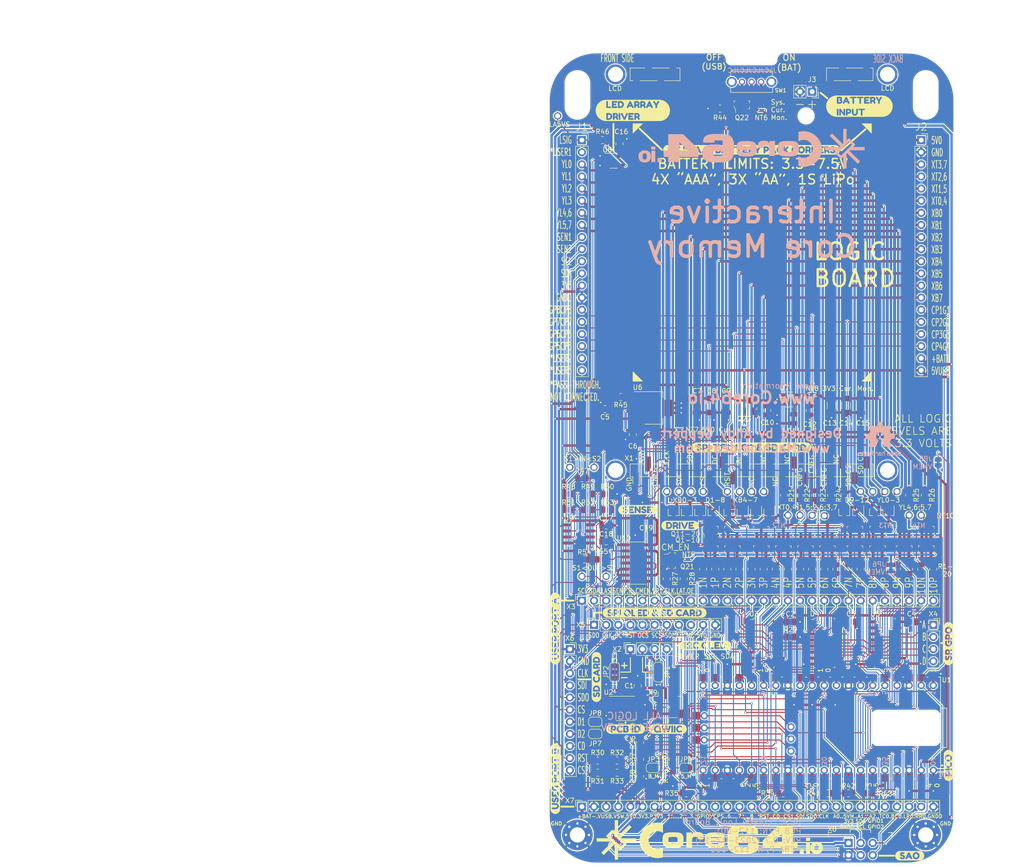
<source format=kicad_pcb>
(kicad_pcb (version 20211014) (generator pcbnew)
  (title_block (title "Core 64 Logic Board - PCB Layout") (date "2023-01-01") (rev "0.7") (company "Andy Geppert - Machine Ideas, LLC"))
  (layers (0 "F.Cu" signal) (31 "B.Cu" signal) (34 "B.Paste" user) (35 "F.Paste" user) (36 "B.SilkS" user "B.Silkscreen") (37 "F.SilkS" user "F.Silkscreen") (38 "B.Mask" user) (39 "F.Mask" user) (44 "Edge.Cuts" user))
  (net 0 "")
  (net 1 "Net-(D2-Pad3)")
  (net 2 "Net-(Q2-Pad1)")
  (net 3 "-BATT")
  (net 4 "/I2C_DATA")
  (net 5 "/I2C_CLOCK")
  (net 6 "/LED_ARY_5V0_SIG")
  (net 7 "Net-(C6-Pad1)")
  (net 8 "/GPIO3_CP3_DC")
  (net 9 "Net-(Q3-Pad1)")
  (net 10 "/CM_SENSE_1_IN")
  (net 11 "Net-(Q5-Pad1)")
  (net 12 "Net-(Q6-Pad1)")
  (net 13 "Net-(Q7-Pad1)")
  (net 14 "Net-(Q9-Pad1)")
  (net 15 "Net-(Q10-Pad1)")
  (net 16 "Net-(Q11-Pad1)")
  (net 17 "Net-(Q12-Pad1)")
  (net 18 "Net-(Q13-Pad1)")
  (net 19 "Net-(C11-Pad1)")
  (net 20 "/CM_SENSE_2_IN")
  (net 21 "Net-(Q14-Pad1)")
  (net 22 "Net-(Q15-Pad1)")
  (net 23 "Net-(Q16-Pad1)")
  (net 24 "Net-(Q17-Pad1)")
  (net 25 "Net-(Q18-Pad1)")
  (net 26 "Net-(Q19-Pad1)")
  (net 27 "Net-(Q20-Pad1)")
  (net 28 "Net-(D10-Pad3)")
  (net 29 "Net-(D11-Pad3)")
  (net 30 "PICO_VBUS")
  (net 31 "+BATT")
  (net 32 "+VSW")
  (net 33 "Net-(D1-Pad3)")
  (net 34 "Net-(D5-Pad3)")
  (net 35 "5V0")
  (net 36 "3V3")
  (net 37 "/GPIO4_CP4_CS2")
  (net 38 "/SPI_RESET")
  (net 39 "/SPI_SDI")
  (net 40 "/SPI_SDO")
  (net 41 "Net-(Q4-Pad1)")
  (net 42 "Net-(Q21-Pad1)")
  (net 43 "LR0_MON")
  (net 44 "BC0_MON")
  (net 45 "TC0_MON")
  (net 46 "RR0_MON")
  (net 47 "Net-(Q1-Pad1)")
  (net 48 "/SPI_CLK")
  (net 49 "/CA_SR_GPO_A")
  (net 50 "Net-(Q10-Pad3)")
  (net 51 "Net-(Q22-Pad1)")
  (net 52 "Net-(Q8-Pad1)")
  (net 53 "/CA_SR_GPO_B")
  (net 54 "/CA_SR_GPO_C")
  (net 55 "/CA_SR_GPO_D")
  (net 56 "Net-(Q14-Pad3)")
  (net 57 "/YL0")
  (net 58 "Net-(C12-Pad1)")
  (net 59 "/YL1")
  (net 60 "/YL2")
  (net 61 "/YL3")
  (net 62 "/XB1")
  (net 63 "/XB3")
  (net 64 "/XB2")
  (net 65 "/XB5")
  (net 66 "/XB4")
  (net 67 "/XB7")
  (net 68 "/XB6")
  (net 69 "GMEM")
  (net 70 "/YL4,6")
  (net 71 "/YL5,7")
  (net 72 "/ADC2_BUFF")
  (net 73 "/I2C_3V3_SCL")
  (net 74 "/I2C_3V3_SDA")
  (net 75 "/XT3,7")
  (net 76 "/XT2,6")
  (net 77 "/XT1,5")
  (net 78 "/XT0,4")
  (net 79 "/ADC1_BUFF")
  (net 80 "/ADC0_BUFF")
  (net 81 "/CM_Q7P")
  (net 82 "/CM_Q7N")
  (net 83 "/CM_Q8P")
  (net 84 "/CM_Q8N")
  (net 85 "/CM_Q9P")
  (net 86 "/CM_Q9N")
  (net 87 "/CM_Q10N")
  (net 88 "/CM_EN")
  (net 89 "/CM_Q1P")
  (net 90 "/CM_Q1N")
  (net 91 "/CM_Q3P")
  (net 92 "/CM_Q3N")
  (net 93 "/CM_Q5P")
  (net 94 "/CM_Q5N")
  (net 95 "/CM_Q2P")
  (net 96 "/CM_SR_~{OE}")
  (net 97 "/CM_Q2N")
  (net 98 "/CM_Q4P")
  (net 99 "/CM_Q4N")
  (net 100 "/CM_Q6P")
  (net 101 "/CM_Q6N")
  (net 102 "Net-(JP1-Pad2)")
  (net 103 "Net-(JP2-Pad2)")
  (net 104 "Net-(D6-Pad3)")
  (net 105 "Net-(NT4-Pad2)")
  (net 106 "Net-(NT5-Pad1)")
  (net 107 "Net-(NT6-Pad1)")
  (net 108 "Net-(Q15-Pad3)")
  (net 109 "Net-(Q16-Pad3)")
  (net 110 "Net-(R36-Pad1)")
  (net 111 "/SPI_CD")
  (net 112 "/SPI_CS1")
  (net 113 "/ADC0")
  (net 114 "/ADC1")
  (net 115 "/ADC2")
  (net 116 "/CA_SENSE_1_OUT")
  (net 117 "/CA_SENSE_2_OUT")
  (net 118 "/GPIO8_CP8_HS4")
  (net 119 "/GPIO7_CP7_HS3")
  (net 120 "/GPIO6_CP6_HS2")
  (net 121 "/GPIO5_CP5_HS1")
  (net 122 "/GPIO1_CP1_SAO1")
  (net 123 "/GPIO2_CP2_SAO2")
  (net 124 "Net-(R45-Pad2)")
  (net 125 "/CM_SENSE_PULSE")
  (net 126 "Net-(R46-Pad2)")
  (net 127 "/CM_SR_SER1")
  (net 128 "/CM_SR_CLK")
  (net 129 "/CM_SR_LAT")
  (net 130 "PICO_3V3OUT")
  (net 131 "Net-(Q22-Pad3)")
  (net 132 "PICO_VSYS")
  (net 133 "/CA_SR_SER2")
  (net 134 "/CA_SR_SER3")
  (net 135 "Net-(R48-Pad2)")
  (net 136 "Net-(R51-Pad2)")
  (net 137 "unconnected-(U1-Pad30)")
  (net 138 "unconnected-(U1-Pad37)")
  (net 139 "unconnected-(U1-PadD1)")
  (net 140 "unconnected-(U1-PadD2)")
  (net 141 "unconnected-(U1-PadD3)")
  (net 144 "Net-(U10-Pad1)")
  (net 145 "Net-(U10-Pad12)")
  (net 146 "Net-(U10-Pad13)")
  (net 147 "Net-(X1-Pad15)")
  (net 155 "/CM_Q10P")
  (net 156 "/XB0")
  (net 157 "5VUSB")
  (net 158 "VMEM")
  (net 159 "Net-(NT2-Pad2)")
  (net 164 "/CM_SENSE_RESET")
  (net 165 "/LED_ARY_3V3_SIG")
  (net 171 "unconnected-(X9-PadMP)")
  (net 172 "Net-(D9-Pad3)")
  (net 173 "Net-(D12-Pad3)")
  (net 174 "Net-(JP3-Pad1)")
  (net 175 "Net-(JP4-Pad1)")
  (net 176 "Net-(JP4-Pad2)")
  (net 177 "Net-(JP7-Pad1)")
  (net 178 "/USER1")
  (net 179 "/USER2")
  (net 180 "/USER3")
  (net 181 "Net-(JP8-Pad1)")
  (footprint "MountingHole:MountingHole_3.2mm_M3_Pad_Via" (layer "F.Cu") (at 73.5582 206.7056)
    (fp_text reference "H1")
    (fp_text value "GND PAD")
  )
  (footprint "MountingHole:MountingHole_3.2mm_M3_Pad_Via" (layer "F.Cu") (at 146.5582 206.7056)
    (fp_text reference "H2")
    (fp_text value "GND PAD")
  )
  (footprint "Connector_PinSocket_2.54mm:PinSocket_1x20_P2.54mm_Vertical" (layer "F.Cu") (at 74.4982 61.0756)
    (fp_text reference "J1")
    (fp_text value "SSW-116-22-F-S-VS‎")
  )
  (footprint "Connector_PinSocket_2.54mm:PinSocket_1x20_P2.54mm_Vertical" (layer "F.Cu") (at 145.6182 61.0756)
    (fp_text reference "J2")
    (fp_text value "SSW-116-22-F-S-VS‎")
  )
  (footprint "digikey-kicad-library-master:SOT-23-3" (layer "F.Cu") (at 93.2942 149.2136)
    (fp_text reference "Q21")
    (fp_text value "NVTR4503NT1G_NMOS_GSD")
  )
  (footprint "Capacitor_SMD:C_0805_2012Metric" (layer "F.Cu") (at 118.9482 119.4956 -90)
    (fp_text reference "C11")
    (fp_text value "0.01uF")
  )
  (footprint "kibuzzard-63DD779D" (layer "F.Cu") (at 95.0722 141.8476)
    (fp_text reference "kibuzzard-63DD779D" hide)
    (fp_text value "G***" hide)
  )
  (footprint "Core_64_KiCad_Library:TestPoint_THTPad_D1.5mm_Drill1.0mm" (layer "F.Cu") (at 69.4182 55.9956)
    (fp_text reference "TP19" hide)
    (fp_text value "LA5VS")
  )
  (footprint "Package_TO_SOT_SMD:SOT-323_SC-70" (layer "F.Cu") (at 138.7602 139.0536 -90)
    (fp_text reference "D12" hide)
    (fp_text value "BAT54AW")
  )
  (footprint "Capacitor_SMD:C_1206_3216Metric" (layer "F.Cu") (at 126.8222 116.7016 -90)
    (fp_text reference "C13")
    (fp_text value "220uF")
  )
  (footprint "Resistor_SMD:R_0805_2012Metric" (layer "F.Cu") (at 125.2982 150.9916 -90)
    (fp_text reference "R11" hide)
    (fp_text value "470")
  )
  (footprint "digikey-kicad-library-master:SOT-23-3" (layer "F.Cu") (at 121.347088 146.9276 90)
    (fp_text reference "Q5" hide)
    (fp_text value "MMBT4401LT1G")
  )
  (footprint "kibuzzard-63DD7894" (layer "F.Cu") (at 110.0582 125.4646)
    (fp_text reference "kibuzzard-63DD7894" hide)
    (fp_text value "G***" hide)
  )
  (footprint "Package_TO_SOT_SMD:SOT-323_SC-70" (layer "F.Cu") (at 129.4892 139.0536 -90)
    (fp_text reference "D9" hide)
    (fp_text value "BAT54CW")
  )
  (footprint "Jumper:SolderJumper-3_P1.3mm_Open_RoundedPad1.0x1.5mm_NumberLabels" (layer "F.Cu") (at 81.3562 172.5816 90)
    (fp_text reference "JP2")
    (fp_text value "SolderJumper_3_Open")
  )
  (footprint "NetTie:NetTie-2_THT_Pad0.3mm" (layer "F.Cu") (at 94.3102 121.7816)
    (fp_text reference "NT7")
    (fp_text value "5V0_CUR_MON")
  )
  (footprint "Package_TO_SOT_SMD:SOT-323_SC-70" (layer "F.Cu") (at 99.314 139.0536 -90)
    (fp_text reference "D3" hide)
    (fp_text value "BAT54CW")
  )
  (footprint "Resistor_SMD:R_0805_2012Metric" (layer "F.Cu") (at 112.5982 150.9916 -90)
    (fp_text reference "R6" hide)
    (fp_text value "470")
  )
  (footprint "digikey-kicad-library-master:SOT-23-3" (layer "F.Cu") (at 106.050644 142.8636 90)
    (fp_text reference "Q12" hide)
    (fp_text value "MMBT4403LT1G")
  )
  (footprint "kibuzzard-63DD6DEE" (layer "F.Cu") (at 92.5322 184.5196)
    (fp_text reference "kibuzzard-63DD6DEE" hide)
    (fp_text value "G***" hide)
  )
  (footprint "Package_TO_SOT_SMD:SOT-323_SC-70" (layer "F.Cu") (at 93.726 139.0536 -90)
    (fp_text reference "D1" hide)
    (fp_text value "BAT54CW")
  )
  (footprint "kibuzzard-63DD6DDA" (layer "F.Cu") (at 83.6422 184.5196)
    (fp_text reference "kibuzzard-63DD6DDA" hide)
    (fp_text value "G***" hide)
  )
  (footprint "Resistor_SMD:R_0805_2012Metric" (layer "F.Cu") (at 93.5482 194.4256 -90)
    (fp_text reference "R40")
    (fp_text value "10K")
  )
  (footprint "Resistor_SMD:R_0805_2012Metric" (layer "F.Cu") (at 146.3802 135.4976 -90)
    (fp_text reference "R26")
    (fp_text value "6R8-5%")
  )
  (footprint "Core_64_KiCad_Library:Core64.io_w_core_symbol" (layer "F.Cu") (at 101.2952 207.7606)
    (fp_text reference "L1" hide)
    (fp_text value "Core_64_Logo" hide)
  )
  (footprint "digikey-kicad-library-master:SOIC-16_W3.90mm" (layer "F.Cu") (at 137.9982 166.4856 -90)
    (fp_text reference "U5")
    (fp_text value "74HC595D")
  )
  (footprint "digikey-kicad-library-master:SOT-23-3" (layer "F.Cu") (at 106.050644 146.9276 90)
    (fp_text reference "Q2" hide)
    (fp_text value "MMBT4401LT1G")
  )
  (footprint "Core_64_KiCad_Library:TestPoint_THTPad_D1.5mm_Drill1.0mm" (layer "F.Cu") (at 137.9982 134.7356)
    (fp_text reference "TP16" hide)
    (fp_text value "YL2")
  )
  (footprint "NetTie:NetTie-2_THT_Pad0.3mm" (layer "F.Cu") (at 96.0882 148.9596)
    (fp_text reference "NT5")
    (fp_text value "NetTie_2")
  )
  (footprint "Resistor_SMD:R_0805_2012Metric" (layer "F.Cu") (at 103.4542 54.4716 180)
    (fp_text reference "R44")
    (fp_text value "10k")
  )
  (footprint "Resistor_SMD:R_0805_2012Metric" (layer "F.Cu") (at 120.142 135.5325 -90)
    (fp_text reference "R22")
    (fp_text value "6R8-5%")
  )
  (footprint "Capacitor_SMD:C_1206_3216Metric" (layer "F.Cu") (at 98.6282 116.7016 -90)
    (fp_text reference "C7")
    (fp_text value "220uF")
  )
  (footprint "digikey-kicad-library-master:SOT-23-3" (layer "F.Cu") (at 116.718644 142.8636 90)
    (fp_text reference "Q14" hide)
    (fp_text value "MMBT4403LT1G")
  )
  (footprint "Resistor_SMD:R_0805_2012Metric" (layer "F.Cu") (at 123.444 135.4976 -90)
    (fp_text reference "R23")
    (fp_text value "6R8-5%")
  )
  (footprint "kibuzzard-63DD72CC" (layer "F.Cu") (at 151.3332 166.6126 90)
    (fp_text reference "kibuzzard-63DD72CC" hide)
    (fp_text value "G***" hide)
  )
  (footprint "Package_TO_SOT_SMD:SOT-323_SC-70" (layer "F.Cu") (at 102.108 139.0536 -90)
    (fp_text reference "D4" hide)
    (fp_text value "BAT54AW")
  )
  (footprint "Capacitor_SMD:C_1206_3216Metric" (layer "F.Cu") (at 129.8702 116.7016 -90)
    (fp_text reference "C14")
    (fp_text value "220uF")
  )
  (footprint "Resistor_SMD:R_0805_2012Metric" (layer "F.Cu") (at 96.3422 197.9816 180)
    (fp_text reference "R35")
    (fp_text value "10k")
  )
  (footprint "digikey-kicad-library-master:SOT-23-3" (layer "F.Cu") (at 109.5502 116.7016 90)
    (fp_text reference "Q23")
    (fp_text value "SL3401A")
  )
  (footprint "Core_64_KiCad_Library:TestPoint_THTPad_D1.5mm_Drill1.0mm" (layer "F.Cu") (at 99.8982 134.7356)
    (fp_text reference "TP4" hide)
    (fp_text value "XB3")
  )
  (footprint "Core_64_KiCad_Library:TestPoint_THTPad_D1.5mm_Drill1.0mm" (layer "F.Cu") (at 104.9782 134.7356)
    (fp_text reference "TP5" hide)
    (fp_text value "XB4")
  )
  (footprint "Capacitor_SMD:C_0805_2012Metric" (layer "F.Cu") (at 113.3602 117.7176 -90)
    (fp_text reference "C10")
    (fp_text value "1uF")
  )
  (footprint "Capacitor_SMD:C_0805_2012Metric" (layer "F.Cu") (at 143.5862 162.0406)
    (fp_text reference "C4")
    (fp_text value "0.1uF")
  )
  (footprint "Resistor_SMD:R_0805_2012Metric" (layer "F.Cu") (at 95.8342 153.0236 90)
    (fp_text reference "R28")
    (fp_text value "470")
  )
  (footprint "Jumper:SolderJumper-2_P1.3mm_Open_RoundedPad1.0x1.5mm" (layer "F.Cu") (at 77.2922 185.5356)
    (fp_text reference "JP7")
    (fp_text value "D2")
  )
  (footprint "Resistor_SMD:R_0805_2012Metric" (layer "F.Cu") (at 104.9782 150.9916 -90)
    (fp_text reference "R3" hide)
    (fp_text value "470")
  )
  (footprint "Resistor_SMD:R_0805_2012Metric" (layer "F.Cu") (at 81.8642 193.6636 180)
    (fp_text reference "R33")
    (fp_text value "68")
  )
  (footprint "Resistor_SMD:R_0805_2012Metric" (layer "F.Cu") (at 79.8322 138.5456)
    (fp_text reference "R53")
    (fp_text value "1K5-1%")
  )
  (footprint "Resistor_SMD:R_0805_2012Metric" (layer "F.Cu") (at 134.5457 197.9816)
    (fp_text reference "R43")
    (fp_text value "1k2")
  )
  (footprint "Resistor_SMD:R_0805_2012Metric" (layer "F.Cu") (at 78.8162 61.0756)
    (fp_text reference "R46")
    (fp_text value "470")
  )
  (footprint "Resistor_SMD:R_0805_2012Metric" (layer "F.Cu") (at 122.7582 150.9916 -90)
    (fp_text reference "R10" hide)
    (fp_text value "470")
  )
  (footprint "Resistor_SMD:R_0805_2012Metric" (layer "F.Cu") (at 93.5482 190.8696 -90)
    (fp_text reference "R39")
    (fp_text value "10K")
  )
  (footprint "Capacitor_SMD:C_0805_2012Metric" (layer "F.Cu") (at 79.5782 145.1496)
    (fp_text reference "C18")
    (fp_text value "10uF")
  )
  (footprint "Core_64_KiCad_Library:TestPoint_THTPad_D1.5mm_Drill1.0mm" (layer "F.Cu") (at 79.5782 152.5156)
    (fp_text reference "TP23" hide)
    (fp_text value "S1 OUT")
  )
  (footprint "Resistor_SMD:R_0805_2012Metric" (layer "F.Cu") (at 115.1382 150.9916 -90)
    (fp_text reference "R7" hide)
    (fp_text value "470")
  )
  (footprint "Resistor_SMD:R_0805_2012Metric" (layer "F.Cu") (at 116.84 135.4976 90)
    (fp_text reference "R21")
    (fp_text value "6R8-5%")
  )
  (footprint "Core_64_KiCad_Library:TestPoint_THTPad_D1.5mm_Drill1.0mm" (layer "F.Cu") (at 143.0782 139.7)
    (fp_text reference "TP17" hide)
    (fp_text value "YL4,6")
  )
  (footprint "digikey-kicad-library-master:SOIC-16_W3.90mm" (layer "F.Cu") (at 112.5982 166.4856 -90)
    (fp_text reference "U3")
    (fp_text value "74HC595D")
  )
  (footprint "Capacitor_SMD:C_0805_2012Metric" (layer "F.Cu") (at 79.3242 117.4636 180)
    (fp_text reference "C5")
    (fp_text value "1uF")
  )
  (footprint "Connector_PinSocket_2.54mm:PinSocket_1x30_P2.54mm_Vertical" (layer "F.Cu") (at 74.4982 157.5956 90)
    (fp_text reference "X3")
    (fp_text value "TBD")
  )
  (footprint "kibuzzard-63DD70A9" (layer "F.Cu") (at 89.7382 160.1356)
    (fp_text reference "kibuzzard-63DD70A9" hide)
    (fp_text value "G***" hide)
  )
  (footprint "Resistor_SMD:R_0805_2012Metric" (layer "F.Cu") (at 127.8382 150.9916 -90)
    (fp_text reference "R12" hide)
    (fp_text value "470")
  )
  (footprint "Core_64_KiCad_Library:TestPoint_THTPad_D1.5mm_Drill1.0mm" (layer "F.Cu") (at 135.4582 134.7356)
    (fp_text reference "TP13" hide)
    (fp_text value "YL1")
  )
  (footprint "Core_64_KiCad_Library:TestPoint_THTPad_D1.5mm_Drill1.0mm" (layer "F.Cu") (at 77.0382 129.6556)
    (fp_text reference "TP21" hide)
    (fp_text value "S2 IN")
  )
  (footprint "kibuzzard-63E1710D" (layer "F.Cu") (at 85.1662 54.8526)
    (fp_text reference "kibuzzard-63E1710D" hide)
    (fp_text value "G***" hide)
  )
  (footprint "kibuzzard-63DD7320" (layer "F.Cu") (at 151.3332 192.1396 90)
    (fp_text reference "kibuzzard-63DD7320" hide)
    (fp_text value "G***" hide)
  )
  (footprint "Resistor_SMD:R_0805_2012Metric" (layer "F.Cu") (at 86.6902 190.8696 90)
    (fp_text reference "R37")
    (fp_text value "10k")
  )
  (footprint "kibuzzard-63DD6DA7" (layer "F.Cu") (at 100.4062 166.9936)
    (fp_text reference "kibuzzard-63DD6DA7" hide)
    (fp_text value "G***" hide)
  )
  (footprint "Resistor_SMD:R_0805_2012Metric" (layer "F.Cu") (at 130.3782 150.9916 -90)
    (fp_text reference "R13" hide)
    (fp_text value "470")
  )
  (footprint "Resistor_SMD:R_0805_2012Metric" (layer "F.Cu") (at 143.0782 150.9916 -90)
    (fp_text reference "R18" hide)
    (fp_text value "470")
  )
  (footprint "Capacitor_SMD:C_1206_3216Metric" (layer "F.Cu") (at 132.9182 116.7016 -90)
    (fp_text reference "C15")
    (fp_text value "220uF")
  )
  (footprint "Capacitor_SMD:C_0805_2012Metric" (layer "F.Cu") (at 82.3722 61.8376 90)
    (fp_text reference "C16")
    (fp_text value "0.1uF")
  )
  (footprint "digikey-kicad-library-master:SOIC-8_W3.9mm" (layer "F.Cu") (at 73.7362 143.6256 -90)
    (fp_text reference "U9")
    (fp_text value "LM393")
  )
  (footprint "Package_TO_SOT_SMD:SOT-323_SC-70" (layer "F.Cu") (at 110.998 139.065 -90)
    (fp_text reference "D7" hide)
    (fp_text value "BAT54CW")
  )
  (footprint "Resistor_SMD:R_0805_2012Metric" (layer "F.Cu") (at 148.1582 150.9916 -90)
    (fp_text reference "R20" hide)
    (fp_text value "470")
  )
  (footprint "Core_64_KiCad_Library:TestPoint_THTPad_D1.5mm_Drill1.0mm" (layer "F.Cu") (at 97.3582 134.7356)
    (fp_text reference "TP3" hide)
    (fp_text value "XB2")
  )
  (footprint "Core_64_KiCad_Library:TestPoint_THTPad_D1.5mm_Drill1.0mm" (layer "F.Cu") (at 107.5182 134.7356)
    (fp_text reference "TP6" hide)
    (fp_text value "XB5")
  )
  (footprint "Package_TO_SOT_SMD:SOT-23-5" (layer "F.Cu") (at 117.9322 115.4316)
    (fp_text reference "U7")
    (fp_text value "SGM2007-3.3XN5_TR")
  )
  (footprint "Resistor_SMD:R_0805_2012Metric" (layer "F.Cu") (at 143.0782 135.4976 -90)
    (fp_text reference "R25")
    (fp_text value "6R8-5%")
  )
  (footprint "Resistor_SMD:R_0805_2012Metric" (layer "F.Cu") (at 79.8322 135.2436)
    (fp_text reference "R50")
    (fp_text value "1K5-1%")
  )
  (footprint "Core_64_KiCad_Library:TestPoint_THTPad_D1.5mm_Drill1.0mm" (layer "F.Cu") (at 132.9182 134.7356)
    (fp_text reference "TP14" hide)
    (fp_text value "YL0")
  )
  (footprint "Capacitor_SMD:C_0805_2012Metric" (layer "F.Cu") (at 87.9602 143.8796 180)
    (fp_text reference "C19")
    (fp_text value "0.1uF")
  )
  (footprint "Resistor_SMD:R_0805_2012Metric" (layer "F.Cu") (at 86.6902 187.3136 90)
    (fp_text reference "R36")
    (fp_text value "10k")
  )
  (footprint "Core_64_KiCad_Library:TestPoint_THTPad_D1.5mm_Drill1.0mm" (layer "F.Cu") (at 92.2782 134.7356)
    (fp_text reference "TP1" hide)
    (fp_text value "XB0")
  )
  (footprint "Capacitor_SMD:C_0805_2012Metric" (layer "F.Cu") (at 130.8862 162.0406)
    (fp_text reference "C3")
    (fp_text value "0.1uF")
  )
  (footprint "Core_64_KiCad_Library:TestPoint_THTPad_D1.5mm_Drill1.0mm" (layer "F.Cu") (at 120.2182 139.7)
    (fp_text reference "TP10" hide)
    (fp_text value "XT1,5")
  )
  (footprint "Resistor_SMD:R_0805_2012Metric" (layer "F.Cu") (at 75.0062 148.9596 180)
    (fp_text reference "R54")
    (fp_text value "1K2")
  )
  (footprint "Resistor_SMD:R_0805_2012Metric" (layer "F.Cu") (at 71.7042 138.5456)
    (fp_text reference "R51")
    (fp_text value "1K8-1%")
  )
  (footprint "digikey-kicad-library-master:SOT-23-3" (layer "F.Cu") (at 116.718644 146.9276 90)
    (fp_text reference "Q4" hide)
    (fp_text value "MMBT4401LT1G")
  )
  (footprint "digikey-kicad-library-master:SOT-23-3" (layer "F.Cu") (at 108.0262 53.7096 90)
    (fp_text reference "Q22")
    (fp_text value "SL3401A")
  )
  (footprint "Core_64_KiCad_Library:TestPoint_THTPad_D1.5mm_Drill1.0mm" (layer "F.Cu") (at 122.7582 139.7)
    (fp_text reference "TP11" hide)
    (fp_text value "XT2,6")
  )
  (footprint "digikey-kicad-library-master:SOT-23-3" (layer "F.Cu") (at 136.4742 146.9276 90)
    (fp_text reference "Q8" hide)
    (fp_text value "MMBT4401LT1G")
  )
  (footprint "Package_TO_SOT_SMD:SOT-323_SC-70" (layer "F.Cu") (at 113.792 139.065 -90)
    (fp_text reference "D8" hide)
    (fp_text value "BAT54AW")
  )
  (footprint "digikey-kicad-library-master:SOT-23-3" (layer "F.Cu") (at 131.7142 142.8636 90)
    (fp_text reference "Q17" hide)
    (fp_text value "MMBT4403LT1G")
  )
  (footprint "Resistor_SMD:R_0805_2012Metric" (layer "F.Cu") (at 86.6902 194.4256 -90)
    (fp_text reference "R38")
    (fp_text value "10k")
  )
  (footprint "digikey-kicad-library-master:SOIC-16_W3.90mm" (layer "F.Cu") (at 125.2982 166.4856 -90)
    (fp_text reference "U4")
    (fp_text value "74HC595D")
  )
  (footprint "Connector_PinSocket_2.54mm:PinSocket_1x11_P2.54mm_Vertical" (layer "F.Cu") (at 77.0382 162.6756 90)
    (fp_text reference "X5")
    (fp_text value "HEADER_11-PIN_0.1")
  )
  (footprint "Resistor_SMD:R_0805_2012Metric" (layer "F.Cu") (at 116.6622 197.9816)
    (fp_text reference "R34")
    (fp_text value "10k")
  )
  (footprint "kibuzzard-63DD721E" (layer "F.Cu") (at 68.9102 194.9336 90)
    (fp_text reference "kibuzzard-63DD721E" hide)
    (fp_text value "G***" hide)
  )
  (footprint "Core_64_KiCad_Library:TestPoint_THTPad_D1.5mm_Drill1.0mm" (layer "F.Cu") (at 74.4982 152.5156)
    (fp_text reference "TP22" hide)
    (fp_text value "S2 OUT")
  )
  (footprint "Resistor_SMD:R_0805_2012Metric" (layer "F.Cu") (at 75.7682 138.5456)
    (fp_text reference "R52")
    (fp_text value "11-1%")
  )
  (footprint "digikey-kicad-library-master:SOT-23-3" (layer "F.Cu") (at 121.347088 142.8636 90)
    (fp_text reference "Q15" hide)
    (fp_text value "MMBT4403LT1G")
  )
  (footprint "Resistor_SMD:R_0805_2012Metric" (layer "F.Cu") (at 140.5382 150.9916 -90)
    (fp_text reference "R17" hide)
    (fp_text value "470")
  )
  (footprint "Connector_JST:JST_SH_SM04B-SRSS-TB_1x04-1MP_P1.00mm_Horizontal" (layer "F.Cu") (at 92.5322 179.4396)
    (fp_text reference "X9")
    (fp_text value "QWIIC")
  )
  (footprint "Resistor_SMD:R_0805_2012Metric" (layer "F.Cu") (at 102.4382 150.9916 -90)
    (fp_text reference "R2" hide)
    (fp_text value "470")
  )
  (footprint "Jumper:SolderJumper-2_P1.3mm_Bridged_RoundedPad1.0x1.5mm" (layer "F.Cu") (at 96.3422 192.6476 180)
    (fp_text reference "JP4")
    (fp_text value "5V0_MON")
  )
  (footprint "Connector_PinSocket_2.54mm:PinSocket_1x11_P2.54mm_Vertical" (layer "F.Cu") (at 71.9832 167.7556)
    (fp_text reference "X6")
    (fp_text value "Header_11-PIN_0.1")
  )
  (footprint "Core_64_KiCad_Library:TestPoint_THTPad_D1.5mm_Drill1.0mm" (layer "F.Cu") (at 94.8182 134.7356)
    (fp_text reference "TP2" hide)
    (fp_text value "XB1")
  )
  (footprint "digikey-kicad-library-master:SOT-23-3" (layer "F.Cu") (at 146.690648 142.8636 90)
    (fp_text reference "Q20" hide)
    (fp_text value "MMBT4403LT1G")
  )
  (footprint "Package_TO_SOT_SMD:SOT-323_SC-70" (layer "F.Cu") (at 96.52 139.0536 -90)
    (fp_text reference "D2" hide)
    (fp_text value "BAT54AW")
  )
  (footprint "Resistor_SMD:R_0805_2012Metric" (layer "F.Cu") (at 78.5622 148.9596)
    (fp_text reference "R55")
    (fp_text value "1K2")
  )
  (footprint "Package_SO:SOIC-14_3.9x8.7mm_P1.27mm" (layer "F.Cu") (at 85.9282 149.7216)
    (fp_text reference "U10")
    (fp_text value "SN74HC02DR")
  )
  (footprint "Core_64_KiCad_Library:Pico_SC0915_THRUHOLE_CUTOUTS" (layer "F.Cu") (at 124.0282 184.2656 -90)
    (fp_text reference "U1")
    (fp_text value "PICO" hide)
  )
  (footprint "Package_TO_SOT_SMD:SOT-23-5" (layer "F.Cu") (at 81.1022 65.3936)
    (fp_text reference "U8")
    (fp_text value "SN74LV1T125DBVR")
  )
  (footprint "Package_TO_SOT_SMD:SOT-223-5" (layer "F.Cu") (at 89.4842 117.2096)
    (fp_text reference "U6")
    (fp_text value "LP38693MP-5.0")
  )
  (footprint "Switch_XKB_SK12D07VG4_SK12D07L4B:SK12D07VG4" (layer "F.Cu") (at 110.0582 48.8676 180)
    (fp_text reference "SW1")
    (fp_text value "SK12D07L4B")
  )
  (footprint "digikey-kicad-library-master:SOT-23-3" (layer "F.Cu") (at 142.0622 146.9276 90)
    (fp_text reference "Q9" hide)
    (fp_text value "MMBT4401LT1G")
  )
  (footprint "Jumper:SolderJumper-2_P1.3mm_Open_RoundedPad1.0x1.5mm" (layer "F.Cu") (at 77.2922 182.9956)
    (fp_text reference "JP8")
    (fp_text value "D1")
  )
  (footprint "digikey-kicad-library-master:SOT-23-3" (layer "F.Cu") (at 101.4222 146.9276 90)
    (fp_text reference "Q1" hide)
    (fp_text value "MMBT4401LT1G")
  )
  (footprint "Core_64_KiCad_Library:TestPoint_THTPad_D1.5mm_Drill1.0mm" (layer "F.Cu") (at 125.2982 139.8156)
    (fp_text reference "TP12" hide)
    (fp_text value "XT3,7")
  )
  (footprint "Capacitor_SMD:C_0805_2012Metric" (layer "F.Cu") (at 85.1662 122.7976 -90)
    (fp_text reference "C6")
    (fp_text value "1uF")
  )
  (footprint "Package_SO:SOIC-8_3.9x4.9mm_P1.27mm" (layer "F.Cu") (at 83.6422 180.2016)
    (fp_text reference "U2")
    (fp_text value "M24C02-RMN")
  )
  (footprint "Capacitor_SMD:C_0805_2012Metric" (layer "F.Cu") (at 79.5782 141.8476)
    (fp_text reference "C17")
    (fp_text value "0.1uF")
  )
  (footprint "Jumper:SolderJumper-2_P1.3mm_Bridged_RoundedPad1.0x1.5mm" (layer "F.Cu") (at 89.3722 192.6476)
    (fp_text reference "JP3")
    (fp_text value "BAT_MON")
  )
  (footprint "Resistor_SMD:R_0805_2012Metric" (layer "F.Cu") (at 75.7682 135.2436)
    (fp_text reference "R49")
    (fp_text value "11-1%")
  )
  (footprint "Resistor_SMD:R_0805_2012Metric" (layer "F.Cu") (at 145.6182 150.9916 -90)
    (fp_text reference "R19" hide)
    (fp_text value "470")
  )
  (footprint "Resistor_SMD:R_0805_2012Metric" (layer "F.Cu") (at 77.8002 193.6636)
    (fp_text reference "R31")
    (fp_text value "1K2")
  )
  (footprint "NetTie:NetTie-2_THT_Pad0.3mm" (layer "F.Cu") (at 111.5822 54.8526)
    (fp_text reference "NT6")
    (fp_text value "VIN_CUR_MON")
  )
  (footprint "digikey-kicad-library-master:SOT-23-3" (layer "F.Cu") (at 131.7142 146.9276 90)
    (fp_text reference "Q7" hide)
    (fp_text value "MMBT4401LT1G")
  )
  (footprint "Resistor_SMD:R_0805_2012Metric" (layer "F.Cu") (at 120.2182 150.9916 -90)
    (fp_text reference "R9" hide)
    (fp_text value "470")
  )
  (footprint "Capacitor_SMD:C_1206_3216Metric" (layer "F.Cu") (at 101.6762 116.7016 -90)
    (fp_text reference "C8")
    (fp_text value "220uF")
  )
  (footprint "Resistor_SMD:R_0805_2012Metric" (layer "F.Cu") (at 132.9182 150.9916 -90)
    (fp_text reference "R14" hide)
    (fp_text value "470")
  )
  (footprint "Resistor_SMD:R_0805_2012Metric" (layer "F.Cu") (at 92.2782 153.0236 -90)
    (fp_text reference "R27")
    (fp_text value "10k")
  )
  (footprint "kibuzzard-63DD6D83" (layer "F.Cu") (at 77.5462 173.5976 90)
    (fp_text reference "kibuzzard-63DD6D83" hide)
    (fp_text value "G***" hide)
  )
  (footprint "Capacitor_SMD:C_0805_2012Metric" (layer "F.Cu") (at 86.1822 175.4416 90)
    (fp_text reference "C1")
    (fp_text value "0.1uF")
  )
  (footprint "Resistor_SMD:R_0805_2012Metric" (layer "F.Cu") (at 74.4982 131.9416)
    (fp_text reference "R47")
    (fp_text value "1K5-1%")
  )
  (footprint "digikey-kicad-library-master:SOT-23-3" (layer "F.Cu") (at 112.0902 142.8636 90)
    (fp_text reference "Q13" hide)
    (fp_text value "MMBT4403LT1G")
  )
  (footprint "Capacitor_SMD:C_1206_3216Metric" (layer "F.Cu") (at 104.7242 116.7016 -90)
    (fp_text reference "C9")
    (fp_text value "220uF")
  )
  (footprint "Connector_PinSocket_2.54mm:PinSocket_1x02_P2.54mm_Vertical" (layer "F.Cu") (at 122.7582 50.9156 -90)
    (fp_text reference "J3")
    (fp_text value "ALT. BATT.")
  )
  (footprint "Resistor_SMD:R_0805_2012Metric" (layer "F.Cu") (at 126.0602 197.9816)
    (fp_text reference "R41")
    (fp_text value "1k2")
  )
  (footprint "digikey-kicad-library-master:SOT-23-3" (layer "F.Cu") (at 142.0622 142.8636 90)
    (fp_text reference "Q19" hide)
    (fp_text value "MMBT4403LT1G")
  )
  (footprint "NetTie:NetTie-2_THT_Pad0.3mm" (layer "F.Cu") (at 122.1582 114.4156)
    (fp_text reference "NT8")
    (fp_text value "3V3_CUR_MON")
  )
  (footprint "digikey-kicad-library-master:SOT-23-3" (layer "F.Cu") (at 112.0902 146.9276 90)
    (fp_text reference "Q3" hide)
    (fp_text value "MMBT4401LT1G")
  )
  (footprint "Resistor_SMD:R_0805_2012Metric" (layer "F.Cu") (at 77.8002 191.1236)
    (fp_text reference "R30")
    (fp_text value "1K2")
  )
  (footprint "Resistor_SMD:R_0805_2012Metric" (layer "F.Cu") (at 107.5182 150.9916 -90)
    (fp_text reference "R4" hide)
    (fp_text value "470")
  )
  (footprint "Adafruit_3.2_TFT:Adafruit_3.2_TFT_Dual_PinHeader_1x20_P2.54mm_Vertical_SMD_Pin1Left" (layer "F.Cu") (at 110.0582 130.2906)
    (fp_text reference "X1")
    (fp_text value "Adafruit_3.2_TFT_1743")
  )
  (footprint "Core_64_KiCad_Library:TestPoint_THTPad_D1.5mm_Drill1.0mm" (layer "F.Cu") (at 112.5982 134.7356)
    (fp_text reference "TP8" hide)
    (fp_text value "XB7")
  )
  (footprint "digikey-kicad-library-master:SOT-23-3" (layer "F.Cu") (at 136.4742 142.8636 90)
    (fp_text reference "Q18" hide)
    (fp_text value "MMBT4403LT1G")
  )
  (footprint "Jumper:SolderJumper-3_P1.3mm_Open_RoundedPad1.0x1.5mm_NumberLabels" (layer "F.Cu") (at 90.5002 172.5816 90)
    (fp_text reference "JP1")
    (fp_text value "SolderJumper_3_Open")
  )
  (footprint "Core_64_KiCad_Library:TestPoint_THTPad_D1.5mm_Drill1.0mm" (layer "F.Cu") (at 71.9582 129.6556)
    (fp_text reference "TP20" hide)
    (fp_text value "S1 IN")
  )
  (footprint "kibuzzard-63DD6FFD" (layer "F.Cu") (at 68.9102 163.4376 90)
    (fp_text reference "kibuzzard-63DD6FFD" hide)
    (fp_text value "G***" hide)
  )
  (footprint "Package_TO_SOT_SMD:SOT-323_SC-70" (layer "F.Cu") (at 135.9662 139.0536 -90)
    (fp_text reference "D11" hide)
    (fp_text value "BAT54CW")
  )
  (footprint "Resistor_SMD:R_0805_2012Metric" (layer "F.Cu") (at 137.9982 150.9916 -90)
    (fp_text reference "R16" hide)
    (fp_text value "470")
  )
  (footprint "Resistor_SMD:R_0805_2012Metric" (layer "F.Cu") (at 71.7042 135.2436)
    (fp_text reference "R48")
    (fp_text value "1K8-1%")
  )
  (footprint "digikey-kicad-library-master:SOT-23-3" (layer "F.Cu") (at 125.975532 146.9276 90)
    (fp_text reference "Q6" hide)
    (fp_text value "MMBT4401LT1G")
  )
  (footprint "Capacitor_SMD:C_0805_2012Metric" (layer "F.Cu") (at 118.1862 162.0406)
    (fp_text reference "C2")
    (fp_text value "0.1uF")
  )
  (footprint "badgelife_sao_v169bis:Badgelife-SAOv169-BADGE-2x3" (layer "F.Cu") (at 132.9182 209.6656)
    (fp_text reference "X8")
    (fp_text value "SAO_conn_SFH11-NBPC-D03-ST-BK")
  )
  (footprint "Core_64_KiCad_Library:TestPoint_THTPad_D1.5mm_Drill1.0mm" (layer "F.Cu") (at 145.6182 139.7)
    (fp_text reference "TP18" hide)
    (fp_text value "YL5,7")
  )
  (footprint "kibuzzard-63E172DE" (layer "F.Cu") (at 132.6642 53.9636)
    (fp_text reference "kibuzzard-63E172DE" hide)
    (fp_text value "G***" hide)
  )
  (footprint "Resistor_SMD:R_0805_2012Metric" (layer "F.Cu") (at 130.3782 197.9816)
    (fp_text reference "R42")
    (fp_text value "1k2")
  )
  (footprint "NetTie:NetTie-2_SMD_Pad0.5mm" (layer "F.Cu") (at 148.4122 139.8156 -90)
    (fp_text reference "NT10")
    (fp_text value "NetTie_2")
  )
  (footprint "Resistor_SMD:R_0805_2012Metric" (layer "F.Cu") (at 82.6262 114.9236)
    (fp_text reference "R45")
    (fp_text value "10k")
  )
  (footprint "Resistor_SMD:R_0805_2012Metric" (layer "F.Cu") (at 99.8982 150.9916 -90)
    (fp_text reference "R1" hide)
    (fp_text value "470")
  )
  (footprint "Resistor_SMD:R_0805_2012Metric" (layer "F.Cu") (at 81.8642 191.1236)
    (fp_text reference "R32")
    (fp_text value "68")
  )
  (footprint "Core_64_KiCad_Library:TestPoint_THTPad_D1.5mm_Drill1.0mm" (layer "F.Cu") (at 140.5382 134.7356)
    (fp_text reference "TP15" hide)
    (fp_text value "YL3")
  )
  (footprint "digikey-kicad-library-master:SOT-23-3" (layer "F.Cu") (at 125.975532 142.8636 90)
    (fp_text reference "Q16" hide)
    (fp_text value "MMBT4403LT1G")
  )
  (footprint "Connector_PinSocket_2.54mm:PinSocket_1x04_P2.54mm_Vertical" (layer "F.Cu") (at 84.6582 167.7556 90)
    (fp_text reference "X2")
    (fp_text value "SSW-104-22-L-S-VS")
  )
  (footprint "digikey-kicad-library-master:SOT-23-3" (layer "F.Cu") (at 146.690648 146.9276 90)
    (fp_text reference "Q10" hide)
    (fp_text value "MMBT4401LT1G")
  )
  (footprint "Resistor_SMD:R_0805_2012Metric" (layer "F.Cu") (at 135.4582 150.9916 -90)
    (fp_text reference "R15" hide)
    (fp_text value "470")
  )
  (footprint "Package_TO_SOT_SMD:SOT-323_SC-70" (layer "F.Cu") (at 105.41 139.065 -90)
    (fp_text reference "D5" hide)
    (fp_text value "BAT54CW")
  )
  (footprint "Package_TO_SOT_SMD:SOT-323_SC-70" (layer "F.Cu") (at 108.204 139.065 -90)
    (fp_text reference "D6" hide)
    (fp_text value "BAT54AW")
  )
  (footprint "digikey-kicad-library-master:SOT-23-3" (layer "F.Cu") (at 101.4222 142.8636 90)
    (fp_text reference "Q11" hide)
    (fp_text value "MMBT4403LT1G")
  )
  (footprint "kibuzzard-63DD77CA" (layer "F.Cu") (at 86.1822 138.5456)
    (fp_text reference "kibuzzard-63DD77CA" hide)
    (fp_text value "G***" hide)
  )
  (footprint "Resistor_SMD:R_0805_2012Metric" (layer "F.Cu") (at 118.1862 165.2156 180)
    (fp_text reference "R29")
    (fp_text value "10k")
  )
  (footprint "kibuzzard-63DD735C" (layer "F.Cu") (at 143.2052 211.0626)
    (fp_text reference "kibuzzard-63DD735C" hide)
    (fp_text value "G***" hide)
  )
  (footprint "Connector_PinSocket_2.54mm:PinSocket_1x30_P2.54mm_Vertical" (layer "F.Cu") (at 74.4982 200.7756 90)
    (fp_text reference "X7")
    (fp_text value "TBD")
  )
  (footprint "Core_64_KiCad_Library:TestPoint_THTPad_D1.5mm_Drill1.0mm" (layer "F.Cu") (at 117.6782 139.7)
    (fp_text reference "TP9" hide)
    (fp_text value "XT0,4")
  )
  (footprint "Resistor_SMD:R_0805_2012Metric" (layer "F.Cu") (at 110.0582 150.9916 -90)
    (fp_text reference "R5" hide)
    (fp_text value "470")
  )
  (footprint "Resistor_SMD:R_0805_2012Metric" (layer "F.Cu") (at 117.6782 150.9916 -90)
    (fp_text reference "R8" hide)
    (fp_text value "470")
  )
  (footprint "Core_64_KiCad_Library:TestPoint_THTPad_D1.5mm_Drill1.0mm" (layer "F.Cu") (at 110.0582 134.7356)
    (fp_text reference "TP7" hide)
    (fp_text value "XB6")
  )
  (footprint "Connector_PinSocket_2.54mm:PinSocket_1x04_P2.54mm_Vertical" (layer "F.Cu") (at 148.1582 162.6756)
    (fp_text reference "X4")
    (fp_text value "CA_SR_GPO_ABCD")
  )
  (footprint "Resistor_SMD:R_0805_2012Metric" (layer "F.Cu") (at 126.746 135.5325 -90)
    (fp_text reference "R24")
    (fp_text value "6R8-5%")
  )
  (footprint "kibuzzard-63E5C31F" (layer "F.Cu") (at 110.0582 63.1076)
    (fp_text reference "kibuzzard-63E5C31F" hide)
    (fp_text value "G***" hide)
  )
  (footprint "Package_TO_SOT_SMD:SOT-323_SC-70" (layer "F.Cu") (at 132.4102 139.0536 -90)
    (fp_text reference "D10" hide)
    (fp_text value "BAT54AW")
  )
  (footprint "Capacitor_SMD:C_0805_2012Metric" (layer "F.Cu") (at 122.2502 117.7176 -90)
    (fp_text reference "C12")
    (fp_text value "1uF")
  )
  (footprint "Symbol:OSHW-Logo2_9.8x8mm_SilkScreen" (layer "B.Cu") (at 136.9822 123.8136 180)
    (fp_text reference "L4" hide)
    (fp_text value "Logo_Open_Hardware_Small" hide)
  )
  (footprint "Core_64_KiCad_Library:Core64.io_w_core_symbol" (layer "B.Cu") (at 110.0582 62.8536 180)
    (fp_text reference "L2" hide)
    (fp_text value "Core_64_Logo" hide)
  )
  (footprint "NetTie:NetTie-2_SMD_Pad0.5mm" (layer "B.Cu") (at 150.6982 193.1556)
    (fp_text reference "NT9")
    (fp_text value "NetTie_2")
  )
  (footprint "NetTie:NetTie-2_SMD_Pad0.5mm" (layer "B.Cu") (at 143.0782 141.8476 90)
    (fp_text reference "NT4")
    (fp_text value "NetTie_2")
  )
  (footprint "Jumper:SolderJumper-2_P1.3mm_Bridged_RoundedPad1.0x1.5mm" (layer "B.Cu") (at 149.1742 128.6396 -90)
    (fp_text reference "JP5")
    (fp_text value "VMEM")
  )
  (footprint "NetTie:NetTie-2_SMD_Pad0.5mm" (layer "B.Cu") (at 140.0302 141.8476 90)
    (fp_text reference "NT3")
    (fp_text value "NetTie_2")
  )
  (footprint "NetTie:NetTie-2_SMD_Pad0.5mm" (layer "B.Cu") (at 92.2782 136.7676 90)
    (fp_text reference "NT1")
    (fp_text value "NetTie_2")
  )
  (footprint "NetTie:NetTie-2_SMD_Pad0.5mm" (layer "B.Cu") (at 117.6782 141.8476 90)
    (fp_text reference "NT2")
    (fp_text value "NetTie_2")
  )
  (footprint "Jumper:SolderJumper-2_P1.3mm_Bridged_RoundedPad1.0x1.5mm" (layer "B.Cu") (at 139.2682 150.7376 90)
    (fp_text reference "JP6")
    (fp_text value "GMEM")
  )
  (gr_line (start 90.7542 134.3901) (end 90.7542 154.3851) (layer "F.SilkS") (width 0.254))
  (gr_line (start 77.0382 160.1356) (end 78.5622 160.1356) (layer "F.SilkS") (width 0.381))
  (gr_line (start 82.6262 172.5816) (end 84.6582 172.5816) (layer "F.SilkS") (width 0.2032))
  (gr_line (start 70.1802 200.7756) (end 72.7202 200.7756) (layer "F.SilkS") (width 0.381))
  (gr_line (start 84.6582 172.5816) (end 84.6582 169.5336) (layer "F.SilkS") (width 0.2032))
  (gr_line (start 87.1982 169.5336) (end 87.1982 172.5816) (layer "F.SilkS") (width 0.2032))
  (gr_poly (pts (xy 85.1982 57.6216) (xy 87.1982 57.6216) (xy 85.1982 59.6216)) (layer "F.SilkS") (width 0.1) (fill solid))
  (gr_line (start 92.5322 183.1226) (end 92.5322 182.4876) (layer "F.SilkS") (width 0.381))
  (gr_line (start 81.1022 63.3616) (end 81.1022 57.6466) (layer "F.SilkS") (width 0.381))
  (gr_line (start 149.8092 166.4856) (end 150.0632 166.4856) (layer "F.SilkS") (width 0.381))
  (gr_line (start 149.9362 192.1396) (end 150.0632 192.1396) (layer "F.SilkS") (width 0.381))
  (gr_line (start 73.7362 174.1056) (end 76.2762 174.1056) (layer "F.SilkS") (width 0.381))
  (gr_line (start 91.2622 63.1076) (end 86.5632 58.6626) (layer "F.SilkS") (width 0.381))
  (gr_line (start 136.8552 211.0626) (end 139.9032 211.0626) (layer "F.SilkS") (width 0.381))
  (gr_line (start 87.1982 172.5816) (end 89.2302 172.5816) (layer "F.SilkS") (width 0.2032))
  (gr_line (start 124.5362 51.1696) (end 125.9332 52.3126) (layer "F.SilkS") (width 0.381))
  (gr_line (start 133.9342 58.7896) (end 128.8542 63.2346) (layer "F.SilkS") (width 0.381))
  (gr_line (start 83.6422 183.2496) (end 83.6422 183.1226) (layer "F.SilkS") (width 0.381))
  (gr_line (start 94.0562 166.9936) (end 94.5642 166.9936) (layer "F.SilkS") (width 0.381))
  (gr_line (start 70.1802 157.5956) (end 72.7202 157.5956) (layer "F.SilkS") (width 0.381))
  (gr_poly (pts (xy 133.1982 57.6216) (xy 135.1982 57.6216) (xy 135.1982 59.6216)) (layer "F.SilkS") (width 0.1) (fill solid))
  (gr_line (start 77.0382 160.1356) (end 77.0382 160.8976) (layer "F.SilkS") (width 0.381))
  (gr_poly (pts (xy 85.1982 109.6216) (xy 85.1982 111.6216) (xy 87.1982 111.6216)) (layer "F.SilkS") (width 0.1) (fill solid))
  (gr_poly (pts (xy 135.1982 109.6216) (xy 135.1982 111.6216) (xy 133.1982 111.6216)) (layer "F.SilkS") (width 0.1) (fill solid))
  (gr_line (start 77.5582 212.7056) (end 142.5582 212.7056) (layer "Edge.Cuts") (width 0.05))
  (gr_arc (start 77.5582 212.7056) (mid 70.487132 209.776668) (end 67.5582 202.7056) (layer "Edge.Cuts") (width 0.05))
  (gr_arc (start 152.5582 202.7056) (mid 149.629268 209.776668) (end 142.5582 212.7056) (layer "Edge.Cuts") (width 0.05))
  (gr_arc (start 142.5582 42.7056) (mid 149.629268 45.634532) (end 152.5582 52.7056) (layer "Edge.Cuts") (width 0.05))
  (gr_line (start 152.5582 52.7056) (end 152.5582 202.7056) (layer "Edge.Cuts") (width 0.05))
  (gr_line (start 71.0582 49.1056) (end 71.0582 54.1056) (layer "Edge.Cuts") (width 0.05))
  (gr_line (start 76.0582 49.1056) (end 76.0582 54.1056) (layer "Edge.Cuts") (width 0.05))
  (gr_arc (start 67.5582 52.7056) (mid 70.487132 45.634532) (end 77.5582 42.7056) (layer "Edge.Cuts") (width 0.05))
  (gr_arc (start 71.0582 49.1056) (mid 73.5582 46.6056) (end 76.0582 49.1056) (layer "Edge.Cuts") (width 0.05))
  (gr_arc (start 76.0582 54.1056) (mid 73.5582 56.6056) (end 71.0582 54.1056) (layer "Edge.Cuts") (width 0.05))
  (gr_line (start 149.0582 49.1056) (end 149.0582 54.1056) (layer "Edge.Cuts") (width 0.05))
  (gr_line (start 144.0582 49.1056) (end 144.0582 54.1056) (layer "Edge.Cuts") (width 0.05))
  (gr_arc (start 149.0582 54.1056) (mid 146.5582 56.6056) (end 144.0582 54.1056) (layer "Edge.Cuts") (width 0.05))
  (gr_arc (start 144.0582 49.1056) (mid 146.5582 46.6056) (end 149.0582 49.1056) (layer "Edge.Cuts") (width 0.05))
  (gr_line (start 67.5582 52.7056) (end 67.5582 202.7056) (layer "Edge.Cuts") (width 0.05))
  (gr_arc (start 136.391093 187.860493) (mid 135.683986 187.5676) (end 135.391093 186.860493) (layer "Edge.Cuts") (width 0.05))
  (gr_line (start 142.5582 42.7056) (end 116.8018 42.7056) (layer "Edge.Cuts") (width 0.05))
  (gr_arc (start 148.391093 180.660493) (mid 149.0982 180.953386) (end 149.391093 181.660493) (layer "Edge.Cuts") (width 0.05))
  (gr_line (start 105.8018 45.2056) (end 114.3018 45.2056) (layer "Edge.Cuts") (width 0.05))
  (gr_arc (start 149.391093 186.860493) (mid 149.0982 187.5676) (end 148.391093 187.860493) (layer "Edge.Cuts") (width 0.05))
  (gr_arc (start 103.3018 42.7056) (mid 104.36246 43.14494) (end 104.8018 44.2056) (layer "Edge.Cuts") (width 0.05))
  (gr_arc (start 115.3018 44.2056) (mid 115.74114 43.14494) (end 116.8018 42.7056) (layer "Edge.Cuts") (width 0.05))
  (gr_arc (start 115.3018 44.2056) (mid 115.008907 44.912707) (end 114.3018 45.2056) (layer "Edge.Cuts") (width 0.05))
  (gr_circle (center 121.4882 55.9956) (end 123.0882 55.9956) (layer "Edge.Cuts") (width 0.05) (fill none))
  (gr_line (start 136.391093 180.660493) (end 148.391093 180.660493) (layer "Edge.Cuts") (width 0.05))
  (gr_line (start 148.391093 187.860493) (end 136.391093 187.860493) (layer "Edge.Cuts") (width 0.05))
  (gr_line (start 149.391093 181.660493) (end 149.391093 186.860493) (layer "Edge.Cuts") (width 0.05))
  (gr_line (start 135.391093 186.860493) (end 135.391093 181.660493) (layer "Edge.Cuts") (width 0.05))
  (gr_line (start 77.5582 42.7056) (end 103.3018 42.7056) (layer "Edge.Cuts") (width 0.05))
  (gr_arc (start 135.391093 181.660493) (mid 135.683986 180.953386) (end 136.391093 180.660493) (layer "Edge.Cuts") (width 0.05))
  (gr_arc (start 105.8018 45.2056) (mid 105.094693 44.912707) (end 104.8018 44.2056) (layer "Edge.Cuts") (width 0.05))
  (gr_text "Designed by Andy Geppert\nwww.MachineIdeas.com" (at 110.0582 124.0676) (layer "B.SilkS") (effects (font (size 1.905 1.905) (thickness 0.381)) (justify mirror)))
  (gr_text "Interactive\nCore Memory" (at 110.0832 79.7446) (layer "B.SilkS") (effects (font (size 4.5 4.5) (thickness 0.75)) (justify mirror)))
  (gr_text "More information:" (at 123.5964 112.5614) (layer "B.SilkS") (effects (font (size 1.2 1.2)) (justify left mirror)))
  (gr_text "20" (at 99.8312 177.4506 270) (layer "B.SilkS") (effects (font (size 1 1)) (justify mirror)))
  (gr_text "21" (at 99.9312 190.9506 270) (layer "B.SilkS") (effects (font (size 1 1)) (justify mirror)))
  (gr_text "ALL LOGIC\nLEVELS 3.3V" (at 85.4202 182.9956) (layer "B.SilkS") (effects (font (size 1.5 1.5) (thickness 0.2)) (justify mirror)))
  (gr_text "VMEM" (at 135.9662 151.6266) (layer "B.SilkS") (effects (font (size 1 1)) (justify mirror)))
  (gr_text "www.Core64.io" (at 110.0582 115.0506) (layer "B.SilkS") (effects (font (size 2.5 2.5) (thickness 0.5)) (justify mirror)))
  (gr_text "JLCJLCJLCJLC" (at 110.1852 46.4706) (layer "B.SilkS") (effects (font (size 1 1)) (justify mirror)))
  (gr_text "1" (at 148.1312 176.8506 270) (layer "B.SilkS") (effects (font (size 1 1)) (justify mirror)))
  (gr_text "25" (at 112.6312 191.0506 270) (layer "B.SilkS") (effects (font (size 1 1)) (justify mirror)))
  (gr_text "15" (at 112.6312 177.4506 270) (layer "B.SilkS") (effects (font (size 1 1)) (justify mirror)))
  (gr_text "35" (at 137.9312 191.2506 270) (layer "B.SilkS") (effects (font (size 1 1)) (justify mirror)))
  (gr_text "BACK SIDE" (at 141.9352 44.0576) (layer "B.SilkS") (effects (font (size 1.58 0.8) (thickness 0.16)) (justify left mirror)))
  (gr_text "DESC: Core64 Logic Board\nPCB P/N: 112-001\nREV: 0.7 (2023-02-13)\nPCBA P/N: 112-000\n" (at 120.5992 206.8716) (layer "B.SilkS") (effects (font (size 1.2 1.2)) (justify left mirror)))
  (gr_text "40" (at 148.0312 191.2506 270) (layer "B.SilkS") (effects (font (size 1 1))))
  (gr_text "10" (at 125.2312 177.5506 270) (layer "B.SilkS") (effects (font (size 1 1)) (justify mirror)))
  (gr_text "30" (at 125.2312 191.2506 270) (layer "B.SilkS") (effects (font (size 1 1)) (justify mirror)))
  (gr_text "VMEM" (at 145.8722 129.5286) (layer "B.SilkS") (effects (font (size 1 1)) (justify mirror)))
  (gr_text "5" (at 137.9312 176.8506 270) (layer "B.SilkS") (effects (font (size 1 1)) (justify mirror)))
  (gr_text "ON\n(BAT)" (at 117.9322 44.8196) (layer "F.SilkS") (effects (font (size 1.3 1.3) (thickness 0.2))))
  (gr_text "OFF\n(USB)" (at 102.1842 44.6926) (layer "F.SilkS") (effects (font (size 1.2 1.2) (thickness 0.2))))
  (gr_text "GND" (at 69.1642 204.3316) (layer "F.SilkS") (effects (font (size 0.762 0.762) (thickness 0.1524))))
  (gr_text "1N\n1P\n2N\n2P\n3N\n3P\n4N\n4P\n5N\n5P\n6N\n6P\n7N\n7P\n8N\n8P\n9N\n9P\n10N\n10P" (at 124.0282 152.5156 90) (layer "F.SilkS") (effects (font (size 1.57988 1.23)) (justify right)))
  (gr_text "CM_EN" (at 91.0082 146.4196) (layer "F.SilkS") (effects (font (size 1.23 1.23)) (justify left)))
  (gr_text "5V0\nGND\nXT3,7\nXT2,6\nXT1,5\nXT0,4\nXB0\nXB1\nXB2\nXB3\nXB4\nXB5\nXB6\nXB7\nCP1G1\nCP2G2\nCP3G3\nCP4G4\n+BATT\n5VUSB" (at 147.6502 85.3056) (layer "F.SilkS") (effects (font (size 1.58 0.8) (thickness 0.16)) (justify left)))
  (gr_text "LSIG\n*USER1\nYL0\nYL1\nYL2\nYL3\nYL4,6\nYL5,7\nSEN1\nSEN2\nSCL\nSDA\n3V3\nGNDD\nGP8CP8\nGP7CP7\nGP6CP6\nGP5CP5\n*USER2\n*USER3" (at 72.4662 85.2056) (layer "F.SilkS") (effects (font (size 1.58 0.8) (thickness 0.16)) (justify right)))
  (gr_text "3V3\nGND\nCLK\nSDI\nSDO\nCS\nD1\nD2\nCD\nRST\nCS2" (at 73.4822 180.4556) (layer "F.SilkS") (effects (font (size 1.58 0.8) (thickness 0.16)) (justify left)))
  (gr_text "SCL" (at 101.4222 169.2796) (layer "F.SilkS") (effects (font (size 1 1))))
  (gr_text "SDA" (at 104.9782 169.2796) (layer "F.SilkS") (effects (font (size 1 1))))
  (gr_text "3V3 Cur. Mon." (at 124.7902 113.1456) (layer "F.SilkS") (effects (font (size 1 1)) (justify left)))
  (gr_text "5V0 Cur. Mon." (at 99.5172 121.7816) (layer "F.SilkS") (effects (font (size 1 1)) (justify left)))
  (gr_text "CLK" (at 92.2782 127.4966 90) (layer "F.SilkS") (effects (font (size 1 1))))
  (gr_text "5V0" (at 87.1982 127.4966 90) (layer "F.SilkS") (effects (font (size 1 1))))
  (gr_text "GND" (at 84.4042 133.2116 90) (layer "F.SilkS") (effects (font (size 1 1))))
  (gr_text "CNFG" (at 89.7582 131.7056 90) (layer "F.SilkS") (effects (font (size 1 1))))
  (gr_text "SDI" (at 94.8582 132.4056 90) (layer "F.SilkS") (effects (font (size 1 1))))
  (gr_text "CNFG" (at 125.2582 131.7056 90) (layer "F.SilkS") (effects (font (size 1 1))))
  (gr_text "CNFG" (at 120.1582 131.7056 90) (layer "F.SilkS") (effects (font (size 1 1))))
  (gr_text "CNFG" (at 122.6582 129.0056 90) (layer "F.SilkS") (effects (font (size 1 1))))
  (gr_text "SDO" (at 97.1042 127.3696 90) (layer "F.SilkS") (effects (font (size 1 1))))
  (gr_text "CS" (at 99.8582 132.6056 90) (layer "F.SilkS") (effects (font (size 1 1))))
  (gr_text "DC" (at 102.3582 128.0056 90) (layer "F.SilkS") (effects (font (size 1 1))))
  (gr_text "RS" (at 104.9782 132.7036 90) (layer "F.SilkS") (effects (font (size 1 1))))
  (gr_text "BL" (at 107.4582 128.0056 90) (layer "F.SilkS") (effects (font (size 1 1))))
  (gr_text "NC" (at 110.0582 132.7056 90) (layer "F.SilkS") (effects (font (size 1 1))))
  (gr_text "NC" (at 112.5582 127.9556 90) (layer "F.SilkS") (effects (font (size 1 1))))
  (gr_text "NC" (at 115.0582 132.7056 90) (layer "F.SilkS") (effects (font (size 1 1))))
  (gr_text "NC" (at 117.5582 127.9556 90) (layer "F.SilkS") (effects (font (size 1 1))))
  (gr_text "NC" (at 127.8082 127.9556 90) (layer "F.SilkS") (effects (font (size 1 1))))
  (gr_text "SD CD" (at 132.9182 128.7666 90) (layer "F.SilkS") (effects (font (size 1 1))))
  (gr_text "SD CS" (at 130.3782 131.4336 90) (layer "F.SilkS") (effects (font (size 1 1))))
  (gr_text "SDO CLK DC RST OCS SCS SDI CD NC 5V0 GND" (at 75.7682 164.8756) (layer "F.SilkS") (effects (font (size 1.016 0.762) (thickness 0.1524)) (justify left)))
  (gr_text "LCD" (at 81.4582 50.2556) (layer "F.SilkS") (effects (font (size 1 1))))
  (gr_text "ALL LOGIC\nLEVELS ARE\n3.3 VOLTS" (at 152.2222 122.0356) (layer "F.SilkS") (effects (font (size 1.6 1.6)) (justify right)))
  (gr_text "LCD" (at 138.5582 50.2056) (layer "F.SilkS") (effects (font (size 1 1))))
  (gr_text "-" (at 120.2182 53.4556) (layer "F.SilkS") (effects (font (size 2 2))))
  (gr_text "Sys.\nCur.\nMon." (at 113.9952 54.7256) (layer "F.SilkS") (effects (font (size 1 1)) (justify left)))
  (gr_text "FRONT SIDE" (at 78.3082 43.9306) (layer "F.SilkS") (effects (font (size 1.58 0.8) (thickness 0.16)) (justify left)))
  (gr_text "B_M" (at 89.4842 194.4256) (layer "F.SilkS") (effects (font (size 0.762 0.762) (thickness 0.1524))))
  (gr_text "GND" (at 150.6982 204.3316) (layer "F.SilkS") (effects (font (size 0.762 0.762) (thickness 0.1524))))
  (gr_text "YL0-3" (at 138.7602 136.5136) (layer "F.SilkS") (effects (font (size 1 1))))
  (gr_text "1.....2....3..GPIO/CPS..6....7.....8" (at 92.2782 202.8076) (layer "F.SilkS") (effects (font (size 0.762 0.762) (thickness 0.14986)) (justify left)))
  (gr_text "A\nB\nC\nD" (at 145.7452 166.4856) (layer "F.SilkS") (effects (font (size 1.58 0.8) (thickness 0.16)) (justify left)))
  (gr_text "+" (at 83.3882 171.3116 180) (layer "F.SilkS") (effects (font (size 1.524 1.524) (thickness 0.254))))
  (gr_text "1" (at 148.1582 172.2006 90) (layer "F.SilkS") (effects (font (size 1 1))))
  (gr_text "Q1-10" (at 99.3902 144.8956) (layer "F.SilkS") (effects (font (size 1.016 1.016) (thickness 0.127)) (justify right)))
  (gr_text "D1-8" (at 102.4382 136.5136) (layer "F.SilkS") (effects (font (size 1 1))))
  (gr_text "3\n0" (at 122.791093 196.2036 90) (layer "F.SilkS") (effects (font (size 1 1))))
  (gr_text "2\n5" (at 110.091093 196.260493 90) (layer "F.SilkS") (effects (font (size 1 1))))
  (gr_text "+" (at 88.4682 171.3116 180) (layer "F.SilkS") (effects (font (size 1.524 1.524) (thickness 0.254))))
  (gr_text "YL4,6:5,7" (at 144.3482 138.0376) (layer "F.SilkS") (effects (font (size 1 1))))
  (gr_text "S1<OUT>S2" (at 77.0382 150.7376) (layer "F.SilkS") (effects (font (size 1 1))))
  (gr_text "Q11-20" (at 99.3902 143.6256) (layer "F.SilkS") (effects (font (size 1.016 1.016) (thickness 0.127)) (justify right)))
  (gr_text "5_M" (at 96.3422 194.4256) (layer "F.SilkS") (effects (font (size 0.762 0.762) (thickness 0.1524))))
  (gr_text "R1-\n 20" (at 150.6982 151.2456) (layer "F.SilkS") (effects (font (size 1 1))))
  (gr_text "XB0-3" (at 96.0882 136.5136) (layer "F.SilkS") (effects (font (size 1 1))))
  (gr_text "*PASS-THROUGH.\nNOT CONNECTED." (at 67.7672 113.6536) (layer "F.SilkS") (effects (font (size 1.58 0.8) (thickness 0.16)) (justify left)))
  (gr_text "S1>IN<S2" (at 74.6252 127.8776) (layer "F.SilkS") (effects (font (size 1 1))))
  (gr_text "+" (at 122.7582 53.4556) (layer "F.SilkS") (effects (font (size 2 2))))
  (gr_text "XB4-7" (at 108.7882 136.5136) (layer "F.SilkS") (effects (font (size 1 1))))
  (gr_text "LOGIC\nBOARD" (at 122.7582 87.2376) (layer "F.SilkS") (effects (font (size 3.5 3.5) (thickness 0.5)) (justify left)))
  (gr_text "-" (at 83.3882 173.8516 180) (layer "F.SilkS") (effects (font (size 1.524 1.524) (thickness 0.254))))
  (gr_text "3\n5" (at 135.464293 196.2036 90) (layer "F.SilkS") (effects (font (size 0.9 0.9))))
  (gr_text "4\n0" (at 148.1582 196.3306 90) (layer "F.SilkS") (effects (font (size 1 1))))
  (gr_text "+BAT-.VUSB.VSW.5V0.3V3.P3V3" (at 73.4822 202.8076) (layer "F.SilkS") (effects (font (size 0.762 0.762) (thickness 0.14986)) (justify left)))
  (gr_text "D9-12" (at 132.1562 136.5136) (layer "F.SilkS") (effects (font (size 1 1))))
  (gr_text "XT0,4:1,5:2,6:3,7" (at 121.7422 138.0376) (layer "F.SilkS") (effects (font (size 1 1))))
  (gr_text "A0..5VM..A1...A2..TC0.BC0.LR0.RR0.GNDD" (at 127.0762 202.8076) (layer "F.SilkS") (effects (font (size 0.762 0.762) (thickness 0.14986)) (justify left)))
  (gr_text "2\n1" (at 99.8982 196.3306 90) (layer "F.SilkS") (effects (font (size 1 1))))
  (gr_text "1\n0" (at 125.2982 172.2006 90) (layer "F.SilkS") (effects (font (size 1 1))))
  (gr_text "POWER" (at 96.5962 169.2796) (layer "F.SilkS") (effects (font (size 1 1))))
  (gr_text "RST..CD..CS1.SDI.SDO.CLK" (at 111.5822 202.8076) (layer "F.SilkS") (effects (font (size 0.762 0.762) (thickness 0.14986)) (justify left)))
  (gr_text "5" (at 137.9982 172.2006 90) (layer "F.SilkS") (effects (font (size 1 1))))
  (gr_text "1\n5" (at 112.7252 172.2006 90) (layer "F.SilkS") (effects (font (size 1 1))))
  (gr_text "SCL.SDA.LAS.SENP.R..CMEN.SR1.CLK.LAT.OE" (at 73.4822 155.5636) (layer "F.SilkS") (effects (font (size 1.016 0.762) (thickness 0.1524)) (justify left)))
  (gr_text "2\n0" (at 100.0252 172.2006 90) (layer "F.SilkS") (effects (font (size 1 1))))
  (gr_text "-" (at 88.4682 173.8516 180) (layer "F.SilkS") (effects (font (size 1.524 1.524) (thickness 0.254))))
  (gr_text "BATTERY LIMITS: 3.3-7.5V\n4X “AAA”, 3X “AA”, 1S LiPo" (at 110.3122 67.6796) (layer "F.SilkS") (effects (font (size 2.032 2.032) (thickness 0.3048))))
  (gr_text "LA5VS" (at 69.7992 57.7736) (layer "F.SilkS") (effects (font (size 1 1))))
  (gr_text "T" (at 104.9782 131.0526 90) (layer "F.SilkS") (effects (font (size 1 1))))
  (segment (start 96.8556 141.8136) (end 96.52 141.478) (width 0.508) (layer "F.Cu") (net 1))
  (segment (start 101.4222 141.8136) (end 96.8556 141.8136) (width 0.508) (layer "F.Cu") (net 1))
  (segment (start 101.4222 140.3858) (end 101.7544 140.0536) (width 0.508) (layer "F.Cu") (net 1))
  (segment (start 101.7544 140.0536) (end 102.108 140.0536) (width 0.508) (layer "F.Cu") (net 1))
  (segment (start 96.52 141.478) (end 96.52 140.0536) (width 0.508) (layer "F.Cu") (net 1))
  (segment (start 101.4222 141.8136) (end 101.4222 140.3858) (width 0.508) (layer "F.Cu") (net 1))
  (segment (start 105.100644 149.956656) (end 105.100644 147.9776) (width 0.2032) (layer "F.Cu") (net 2))
  (segment (start 104.9782 150.0791) (end 105.100644 149.956656) (width 0.2032) (layer "F.Cu") (net 2))
  (segment (start 87.2147 137.0381) (end 91.2457 137.0381) (width 0.508) (layer "F.Cu") (net 3))
  (segment (start 83.7082 123.7476) (end 83.6422 123.8136) (width 0.508) (layer "F.Cu") (net 3))
  (segment (start 126.8222 118.1766) (end 126.8222 119.2416) (width 0.508) (layer "F.Cu") (net 3))
  (segment (start 90.5302 173.8816) (end 90.5002 173.8816) (width 0.508) (layer "F.Cu") (net 3))
  (segment (start 85.9282 131.9456) (end 85.9282 127.8776) (width 0.508) (layer "F.Cu") (net 3))
  (segment (start 143.0782 197.4736) (end 148.1582 197.4736) (width 0.508) (layer "F.Cu") (net 3))
  (segment (start 119.1362 162.0406) (end 120.2182 162.0406) (width 0.508) (layer "F.Cu") (net 3))
  (segment (start 98.6282 119.2411) (end 99.1367 119.7496) (width 0.508) (layer "F.Cu") (net 3))
  (segment (start 87.5792 179.5666) (end 87.7062 179.4396) (width 0.508) (layer "F.Cu") (net 3))
  (segment (start 92.7862 116.1936) (end 95.3262 116.1936) (width 0.508) (layer "F.Cu") (net 3))
  (segment (start 122.2502 119.6226) (end 122.2502 118.6676) (width 0.508) (layer "F.Cu") (net 3))
  (segment (start 122.7582 179.4396) (end 127.5842 179.4396) (width 0.508) (layer "F.Cu") (net 3))
  (segment (start 83.4532 153.5316) (end 81.8642 153.5316) (width 0.508) (layer "F.Cu") (net 3))
  (segment (start 79.9647 66.3436) (end 78.3742 66.3436) (width 0.508) (layer "F.Cu") (net 3))
  (segment (start 144.5362 162.0406) (end 145.4912 162.0406) (width 0.508) (layer "F.Cu") (net 3))
  (segment (start 117.6782 193.1556) (end 117.6782 194.7557) (width 0.508) (layer "F.Cu") (net 3))
  (segment (start 80.7447 135.2436) (end 81.8642 135.2436) (width 0.508) (layer "F.Cu") (net 3))
  (segment (start 122.5982 170.9306) (end 120.9802 170.9306) (width 0.508) (layer "F.Cu") (net 3))
  (segment (start 87.0102 143.8796) (end 85.6742 143.8796) (width 0.508) (layer "F.Cu") (net 3))
  (segment (start 87.9602 194.9336) (end 87.5557 195.3381) (width 0.508) (layer "F.Cu") (net 3))
  (segment (start 92.2782 150.9916) (end 92.2782 152.0076) (width 0.508) (layer "F.Cu") (net 3))
  (segment (start 113.3602 118.6676) (end 115.3262 118.6676) (width 0.508) (layer "F.Cu") (net 3))
  (segment (start 119.0987 165.2156) (end 120.2182 165.2156) (width 0.508) (layer "F.Cu") (net 3))
  (segment (start 83.8302 60.8876) (end 83.8962 60.8216) (width 0.508) (layer "F.Cu") (net 3))
  (segment (start 88.2462 177.4396) (end 91.0322 177.4396) (width 0.508) (layer "F.Cu") (net 3))
  (segment (start 72.8472 145.5306) (end 72.9742 145.6576) (width 0.508) (layer "F.Cu") (net 3))
  (segment (start 78.3742 117.4636) (end 78.3742 116.1276) (width 0.508) (layer "F.Cu") (net 3))
  (segment (start 88.2142 177.4076) (end 88.2462 177.4396) (width 0.508) (layer "F.Cu") (net 3))
  (segment (start 86.1822 174.4916) (end 86.1822 173.3436) (width 0.508) (layer "F.Cu") (net 3))
  (segment (start 118.9482 179.4396) (end 122.7582 179.4396) (width 0.508) (layer "F.Cu") (net 3))
  (segment (start 80.7447 135.2436) (end 80.7447 138.5456) (width 0.508) (layer "F.Cu") (net 3))
  (segment (start 79.9592 182.1066) (end 81.1672 182.1066) (width 0.508) (layer "F.Cu") (net 3))
  (segment (start 80.5282 145.1496) (end 80.5282 141.8476) (width 0.508) (layer "F.Cu") (net 3))
  (segment (start 98.6282 118.1766) (end 98.6282 119.2411) (width 0.508) (layer "F.Cu") (net 3))
  (segment (start 131.8362 163.1176) (end 132.1562 163.4376) (width 0.508) (layer "F.Cu") (net 3))
  (segment (start 98.6282 118.1766) (end 104.7242 118.1766) (width 0.508) (layer "F.Cu") (net 3))
  (segment (start 131.9022 170.9306) (end 135.2982 170.9306) (width 0.508) (layer "F.Cu") (net 3))
  (segment (start 92.2442 149.9096) (end 92.2442 150.9576) (width 0.508) (layer "F.Cu") (net 3))
  (segment (start 91.2457 137.0381) (end 91.2622 137.0216) (width 0.508) (layer "F.Cu") (net 3))
  (segment (start 100.9142 54.4716) (end 102.5417 54.4716) (width 0.508) (layer "F.Cu") (net 3))
  (segment (start 80.5282 141.8476) (end 81.8642 141.8476) (width 0.508) (layer "F.Cu") (net 3))
  (segment (start 143.0782 194.7557) (end 143.0782 197.4736) (width 0.508) (layer "F.Cu") (net 3))
  (segment (start 130.3782 175.3756) (end 130.3782 173.7755) (width 0.508) (layer "F.Cu") (net 3))
  (segment (start 145.4912 170.8036) (end 142.5702 170.8036) (width 0.508) (layer "F.Cu") (net 3))
  (segment (start 101.6762 119.2416) (end 101.6762 118.1766) (width 0.508) (layer "F.Cu") (net 3))
  (segment (start 79.9647 64.4436) (end 78.3742 64.4436) (width 0.508) (layer "F.Cu") (net 3))
  (segment (start 105.2322 119.7496) (end 104.7242 119.2416) (width 0.508) (layer "F.Cu") (net 3))
  (segment (start 92.7342 117.2096) (end 92.7342 118.1736) (width 0.508) (layer "F.Cu") (net 3))
  (segment (start 79.5782 181.7256) (end 79.9592 182.1066) (width 0.508) (layer "F.Cu") (net 3))
  (segment (start 104.9782 193.1556) (end 104.9782 194.7557) (width 0.508) (layer "F.Cu") (net 3))
  (segment (start 92.2442 150.9576) (end 92.2782 150.9916) (width 0.508) (layer "F.Cu") (net 3))
  (segment (start 71.2862 145.5306) (end 72.8472 145.5306) (width 0.508) (layer "F.Cu") (net 3))
  (segment (start 82.3722 60.8876) (end 83.8302 60.8876) (width 0.508) (layer "F.Cu") (net 3))
  (segment (start 117.6782 175.3756) (end 117.6782 173.7755) (width 0.508) (layer "F.Cu") (net 3))
  (segment (start 115.3262 118.6676) (end 115.3922 118.7336) (width 0.508) (layer "F.Cu") (net 3))
  (segment (start 92.7342 118.1736) (end 92.7862 118.2256) (width 0.508) (layer "F.Cu") (net 3))
  (segment (start 78.3742 116.1276) (end 78.4352 116.0666) (width 0.508) (layer "F.Cu") (net 3))
  (segment (start 131.8362 162.0406) (end 131.8362 163.1176) (width 0.508) (layer "F.Cu") (net 3))
  (segment (start 104.7242 119.2416) (end 104.7242 118.1766) (width 0.508) (layer "F.Cu") (net 3))
  (segment (start 92.7342 116.2456) (end 92.7862 116.1936) (width 0.508) (layer "F.Cu") (net 3))
  (segment (start 132.9182 118.1766) (end 132.9182 119.2416) (width 0.508) (layer "F.Cu") (net 3))
  (segment (start 93.5482 195.3381) (end 93.5482 196.4576) (width 0.508) (layer "F.Cu") (net 3))
  (segment (start 92.7342 117.2096) (end 92.7342 116.2456) (width 0.508) (layer "F.Cu") (net 3))
  (segment (start 79.5782 175.1216) (end 80.8182 173.8816) (width 0.508) (layer "F.Cu") (net 3))
  (segment (start 118.9482 120.4456) (end 115.4582 120.4456) (width 0.508) (layer "F.Cu") (net 3))
  (segment (start 143.0782 194.7557) (end 143.0782 193.1556) (width 0.508) (layer "F.Cu") (net 3))
  (segment (start 116.7947 115.4316) (end 115.3922 115.4316) (width 0.508) (layer "F.Cu") (net 3))
  (segment (start 143.0782 175.3756) (end 143.0782 173.7755) (width 0.508) (layer "F.Cu") (net 3))
  (segment (start 78.3742 64.4436) (end 78.3082 64.3776) (width 0.508) (layer "F.Cu") (net 3))
  (segment (start 109.8982 170.9306) (end 104.9782 170.9306) (width 0.508) (layer "F.Cu") (net 3))
  (segment (start 92.7342 117.2096) (end 95.3262 117.2096) (width 0.508) (layer "F.Cu") (net 3))
  (segment (start 78.3742 66.3436) (end 78.3082 66.4096) (width 0.508) (layer "F.Cu") (net 3))
  (segment (start 130.3782 193.1556) (end 130.3782 194.7557) (width 0.508) (layer "F.Cu") (net 3))
  (segment (start 102.1842 119.7496) (end 101.6762 119.2416) (width 0.508) (layer "F.Cu") (net 3))
  (segment (start 85.1662 123.7476) (end 83.7082 123.7476) (width 0.508) (layer "F.Cu") (net 3))
  (segment (start 91.2622 174.6136) (end 90.5302 173.8816) (width 0.508) (layer "F.Cu") (net 3))
  (segment (start 92.7862 118.2256) (end 95.3262 118.2256) (width 0.508) (layer "F.Cu") (net 3))
  (segment (start 115.4582 120.4456) (end 115.3922 120.5116) (width 0.508) (layer "F.Cu") (net 3))
  (segment (start 126.8222 118.1766) (end 132.9182 118.1766) (width 0.508) (layer "F.Cu") (net 3))
  (segment (start 87.1982 137.0216) (end 87.2147 137.0381) (width 0.508) (layer "F.Cu") (net 3))
  (segment (start 129.8702 118.1766) (end 129.8702 119.2416) (width 0.508) (layer "F.Cu") (net 3))
  (segment (start 87.5557 195.3381) (end 86.6902 195.3381) (width 0.508) (layer "F.Cu") (net 3))
  (segment (start 80.8182 173.8816) (end 81.3562 173.8816) (width 0.508) (layer "F.Cu") (net 3))
  (segment (start 104.9782 175.3756) (end 104.9782 173.7755) (width 0.508) (layer "F.Cu") (net 3))
  (segment (start 95.3262 118.2256) (end 95.3262 116.1936) (width 0.508) (layer "F.Cu") (net 3))
  (segment (start 86.1172 179.5666) (end 87.5792 179.5666) (width 0.508) (layer "F.Cu") (net 3))
  (via (at 81.8642 153.5316) (size 0.508) (drill 0.3048) (layers "F.Cu" "B.Cu") (net 3))
  (via (at 91.2622 137.0216) (size 0.508) (drill 0.3048) (layers "F.Cu" "B.Cu") (net 3))
  (via (at 95.3262 117.2096) (size 0.508) (drill 0.3048) (layers "F.Cu" "B.Cu") (net 3))
  (via (at 115.3922 120.5116) (size 0.508) (drill 0.3048) (layers "F.Cu" "B.Cu") (net 3))
  (via (at 79.5782 175.1216) (size 0.508) (drill 0.3048) (layers "F.Cu" "B.Cu") (net 3))
  (via (at 132.9182 119.2416) (size 0.508) (drill 0.3048) (layers "F.Cu" "B.Cu") (net 3))
  (via (at 143.0782 197.4736) (size 0.508) (drill 0.3048) (layers "F.Cu" "B.Cu") (net 3))
  (via (at 83.6422 123.8136) (size 0.508) (drill 0.3048) (layers "F.Cu" "B.Cu") (net 3))
  (via (at 93.5482 196.4576) (size 0.508) (drill 0.3048) (layers "F.Cu" "B.Cu") (net 3))
  (via (at 99.1367 119.7496) (size 0.508) (drill 0.3048) (layers "F.Cu" "B.Cu") (net 3))
  (via (at 120.2182 162.0406) (size 0.508) (drill 0.3048) (layers "F.Cu" "B.Cu") (net 3))
  (via (at 102.1842 119.7496) (size 0.508) (drill 0.3048) (layers "F.Cu" "B.Cu") (net 3))
  (via (at 85.6742 143.8796) (size 0.508) (drill 0.3048) (layers "F.Cu" "B.Cu") (net 3))
  (via (at 87.9602 194.9336) (size 0.508) (drill 0.3048) (layers "F.Cu" "B.Cu") (net 3))
  (via (at 120.2182 165.2156) (size 0.508) (drill 0.3048) (layers "F.Cu" "B.Cu") (net 3))
  (via (at 115.3922 115.4316) (size 0.508) (drill 0.3048) (layers "F.Cu" "B.Cu") (net 3))
  (via (at 86.1822 173.3436) (size 0.508) (drill 0.3048) (layers "F.Cu" "B.Cu") (net 3))
  (via (at 122.7582 179.4396) (size 0.508) (drill 0.3048) (layers "F.Cu" "B.Cu") (net 3))
  (via (at 129.8702 119.2416) (size 0.508) (drill 0.3048) (layers "F.Cu" "B.Cu") (net 3))
  (via (at 100.9142 54.4716) (size 0.508) (drill 0.3048) (layers "F.Cu" "B.Cu") (net 3))
  (via (at 81.8642 141.8476) (size 0.508) (drill 0.3048) (layers "F.Cu" "B.Cu") (net 3))
  (via (at 81.8642 135.2436) (size 0.508) (drill 0.3048) (layers "F.Cu" "B.Cu") (net 3))
  (via (at 148.1582 197.4736) (size 0.508) (drill 0.3048) (layers "F.Cu" "B.Cu") (net 3))
  (via (at 72.9742 145.6576) (size 0.508) (drill 0.3048) (layers "F.Cu" "B.Cu") (net 3))
  (via (at 79.5782 181.7256) (size 0.508) (drill 0.3048) (layers "F.Cu" "B.Cu") (net 3))
  (via (at 126.8222 119.2416) (size 0.508) (drill 0.3048) (layers "F.Cu" "B.Cu") (net 3))
  (via (at 83.8962 60.8216) (size 0.508) (drill 0.3048) (layers "F.Cu" "B.Cu") (net 3))
  (via (at 88.2142 177.4076) (size 0.508) (drill 0.3048) (layers "F.Cu" "B.Cu") (net 3))
  (via (at 132.1562 163.4376) (size 0.508) (drill 0.3048) (layers "F.Cu" "B.Cu") (net 3))
  (via (at 91.2622 174.6136) (size 0.508) (drill 0.3048) (layers "F.Cu" "B.Cu") (net 3))
  (via (at 95.3262 116.1936) (size 0.508) (drill 0.3048) (layers "F.Cu" "B.Cu") (net 3))
  (via (at 78.3082 64.3776) (size 0.508) (drill 0.3048) (layers "F.Cu" "B.Cu") (net 3))
  (via (at 78.4352 116.0666) (size 0.508) (drill 0.3048) (layers "F.Cu" "B.Cu") (net 3))
  (via (at 85.9282 127.8776) (size 0.508) (drill 0.3048) (layers "F.Cu" "B.Cu") (net 3))
  (via (at 92.2782 150.9916) (size 0.508) (drill 0.3048) (layers "F.Cu" "B.Cu") (net 3))
  (via (at 131.9022 170.9306) (size 0.508) (drill 0.3048) (layers "F.Cu" "B.Cu") (net 3))
  (via (at 78.3082 66.4096) (size 0.508) (drill 0.3048) (layers "F.Cu" "B.Cu") (net 3))
  (via (at 127.5842 179.4396) (size 0.508) (drill 0.3048) (layers "F.Cu" "B.Cu") (net 3))
  (via (at 105.2322 119.7496) (size 0.508) (drill 0.3048) (layers "F.Cu" "B.Cu") (net 3))
  (via (at 87.1982 137.0216) (size 0.508) (drill 0.3048) (layers "F.Cu" "B.Cu") (net 3))
  (via (at 145.4912 162.0406) (size 0.508) (drill 0.3048) (layers "F.Cu" "B.Cu") (net 3))
  (via (at 104.9782 170.9306) (size 0.508) (drill 0.3048) (layers "F.Cu" "B.Cu") (net 3))
  (via (at 145.4912 170.8036) (size 0.508) (drill 0.3048) (layers "F.Cu" "B.Cu") (net 3))
  (via (at 118.9482 179.4396) (size 0.508) (drill 0.3048) (layers "F.Cu" "B.Cu") (net 3))
  (via (at 87.7062 179.4396) (size 0.508) (drill 0.3048) (layers "F.Cu" "B.Cu") (net 3))
  (via (at 95.3262 118.2256) (size 0.508) (drill 0.3048) (layers "F.Cu" "B.Cu") (net 3))
  (via (at 115.3922 118.7336) (size 0.508) (drill 0.3048) (layers "F.Cu" "B.Cu") (net 3))
  (via (at 122.2502 119.6226) (size 0.508) (drill 0.3048) (layers "F.Cu" "B.Cu") (net 3))
  (via (at 120.9802 170.9306) (size 0.508) (drill 0.3048) (layers "F.Cu" "B.Cu") (net 3))
  (via (at 142.5702 170.8036) (size 0.508) (drill 0.3048) (layers "F.Cu" "B.Cu") (net 3))
  (segment (start 96.7232 187.8216) (end 89.4842 187.8216) (width 0.2032) (layer "F.Cu") (net 4))
  (segment (start 88.4682 190.2346) (end 87.8332 190.8696) (width 0.2032) (layer "F.Cu") (net 4))
  (segment (start 103.687248 188.0756) (end 103.671248 188.0596) (width 0.2032) (layer "F.Cu") (net 4))
  (segment (start 101.6762 189.3456) (end 98.2472 189.3456) (width 0.2032) (layer "F.Cu") (net 4))
  (segment (start 84.9122 190.6156) (end 83.8962 190.6156) (width 0.2032) (layer "F.Cu") (net 4))
  (segment (start 115.1382 175.3756) (end 115.1382 173.7755) (width 0.2032) (layer "F.Cu") (net 4))
  (segment (start 80.9517 193.6636) (end 80.9517 193.3061) (width 0.2032) (layer "F.Cu") (net 4))
  (segment (start 87.8332 190.8696) (end 85.1662 190.8696) (width 0.2032) (layer "F.Cu") (net 4))
  (segment (start 115.1382 187.3639) (end 114.4265 188.0756) (width 0.2032) (layer "F.Cu") (net 4))
  (segment (start 103.671248 188.0596) (end 102.9622 188.0596) (width 0.2032) (layer "F.Cu") (net 4))
  (segment (start 85.1662 190.8696) (end 84.9122 190.6156) (width 0.2032) (layer "F.Cu") (net 4))
  (segment (start 78.7127 193.6636) (end 80.9517 193.6636) (width 0.2032) (layer "F.Cu") (net 4))
  (segment (start 80.9517 193.3061) (end 81.8642 192.3936) (width 0.2032) (layer "F.Cu") (net 4))
  (segment (start 81.8642 192.3936) (end 83.8962 192.3936) (width 0.2032) (layer "F.Cu") (net 4))
  (segment (start 89.4842 187.8216) (end 88.4682 188.8376) (width 0.2032) (layer "F.Cu") (net 4))
  (segment (start 88.4682 188.8376) (end 88.4682 190.2346) (width 0.2032) (layer "F.Cu") (net 4))
  (segment (start 114.4265 188.0756) (end 103.687248 188.0756) (width 0.2032) (layer "F.Cu") (net 4))
  (segment (start 98.2472 189.3456) (end 96.7232 187.8216) (width 0.2032) (layer "F.Cu") (net 4))
  (segment (start 102.9622 188.0596) (end 101.6762 189.3456) (width 0.2032) (layer "F.Cu") (net 4))
  (via (at 115.1382 187.3639) (size 0.508) (drill 0.3048) (layers "F.Cu" "B.Cu") (net 4))
  (via (at 83.8962 190.6156) (size 0.508) (drill 0.3048) (layers "F.Cu" "B.Cu") (net 4))
  (via (at 83.8962 192.3936) (size 0.508) (drill 0.3048) (layers "F.Cu" "B.Cu") (net 4))
  (segment (start 83.8962 192.3936) (end 83.8962 190.6156) (width 0.2032) (layer "B.Cu") (net 4))
  (segment (start 115.1382 187.3639) (end 115.1382 175.3756) (width 0.2032) (layer "B.Cu") (net 4))
  (segment (start 83.20495 187.1676) (end 80.9517 189.42085) (width 0.2032) (layer "F.Cu") (net 5))
  (segment (start 102.3879 187.3639) (end 101.4222 188.3296) (width 0.2032) (layer "F.Cu") (net 5))
  (segment (start 80.9517 189.42085) (end 80.9517 191.1236) (width 0.2032) (layer "F.Cu") (net 5))
  (segment (start 112.5982 175.3756) (end 112.5982 173.7755) (width 0.2032) (layer "F.Cu") (net 5))
  (segment (start 96.78314 187.1676) (end 83.20495 187.1676) (width 0.2032) (layer "F.Cu") (net 5))
  (segment (start 97.94514 188.3296) (end 96.78314 187.1676) (width 0.2032) (layer "F.Cu") (net 5))
  (segment (start 78.7127 191.1236) (end 80.9517 191.1236) (width 0.2032) (layer "F.Cu") (net 5))
  (segment (start 113.3602 187.3639) (end 102.3879 187.3639) (width 0.2032) (layer "F.Cu") (net 5))
  (segment (start 101.4222 188.3296) (end 97.94514 188.3296) (width 0.2032) (layer "F.Cu") (net 5))
  (via (at 113.3602 187.3639) (size 0.508) (drill 0.3048) (layers "F.Cu" "B.Cu") (net 5))
  (segment (start 113.3602 187.3639) (end 113.360199 176.137599) (width 0.2032) (layer "B.Cu") (net 5))
  (segment (start 113.360199 176.137599) (end 112.5982 175.3756) (width 0.2032) (layer "B.Cu") (net 5))
  (segment (start 69.4182 57.2656) (end 69.4182 55.9956) (width 0.2032) (layer "F.Cu") (net 6))
  (segment (start 74.4982 61.0756) (end 73.2282 61.0756) (width 0.2032) (layer "F.Cu") (net 6))
  (segment (start 74.4982 61.0756) (end 77.9037 61.0756) (width 0.2032) (layer "F.Cu") (net 6))
  (segment (start 73.2282 61.0756) (end 69.4182 57.2656) (width 0.2032) (layer "F.Cu") (net 6))
  (segment (start 85.2322 121.7816) (end 94.3102 121.7816) (width 0.508) (layer "F.Cu") (net 7))
  (segment (start 86.4342 117.9596) (end 83.6542 117.9596) (width 0.508) (layer "F.Cu") (net 7))
  (segment (start 83.6542 117.9596) (end 83.6422 117.9716) (width 0.508) (layer "F.Cu") (net 7))
  (segment (start 83.7082 121.8476) (end 85.1662 121.8476) (width 0.508) (layer "F.Cu") (net 7))
  (segment (start 83.6422 121.7816) (end 83.7082 121.8476) (width 0.508) (layer "F.Cu") (net 7))
  (segment (start 85.1662 121.8476) (end 85.2322 121.7816) (width 0.508) (layer "F.Cu") (net 7))
  (via (at 83.6422 121.7816) (size 0.508) (drill 0.3048) (layers "F.Cu" "B.Cu") (net 7))
  (via (at 83.6422 117.9716) (size 0.508) (drill 0.3048) (layers "F.Cu" "B.Cu") (net 7))
  (segment (start 83.6422 117.9716) (end 83.6422 121.7816) (width 0.508) (layer "B.Cu") (net 7))
  (segment (start 81.1022 165.4203) (end 81.4339 165.0886) (width 0.2032) (layer "F.Cu") (net 8))
  (segment (start 145.6182 101.7156) (end 106.5022 101.7156) (width 0.2032) (layer "F.Cu") (net 8))
  (segment (start 103.7082 126.8616) (end 103.7082 127.3696) (width 0.2032) (layer "F.Cu") (net 8))
  (segment (start 98.8822 171.3116) (end 93.8022 171.3116) (width 0.2032) (layer "F.Cu") (net 8))
  (segment (start 81.4339 165.0886) (end 90.8812 165.0886) (width 0.2032) (layer "F.Cu") (net 8))
  (segment (start 125.8062 178.1696) (end 98.8822 178.1696) (width 0.2032) (layer "F.Cu") (net 8))
  (segment (start 103.7082 126.3536) (end 103.7082 126.8616) (width 0.2032) (layer "F.Cu") (net 8))
  (segment (start 86.6902 134.9896) (end 83.155152 134.9896) (width 0.2032) (layer "F.Cu") (net 8))
  (segment (start 98.1207 198.7436) (end 98.8827 197.9816) (width 0.2032) (layer "F.Cu") (net 8))
  (segment (start 106.5022 126.8616) (end 103.7082 126.8616) (width 0.2032) (layer "F.Cu") (net 8))
  (segment (start 90.8812 165.0886) (end 91.4659 165.6733) (width 0.2032) (layer "F.Cu") (net 8))
  (segment (start 98.8827 197.9816) (end 100.1522 197.9816) (width 0.2032) (layer "F.Cu") (net 8))
  (segment (start 91.4659 165.6733) (end 93.8022 165.6733) (width 0.2032) (layer "F.Cu") (net 8))
  (segment (start 126.8222 177.1536) (end 125.8062 178.1696) (width 0.2032) (layer "F.Cu") (net 8))
  (segment (start 86.6902 125.7953) (end 103.1499 125.7953) (width 0.2032) (layer "F.Cu") (net 8))
  (segment (start 103.7082 127.3696) (end 103.7082 128.6356) (width 0.2032) (layer "F.Cu") (net 8))
  (segment (start 103.1499 125.7953) (end 103.7082 126.3536) (width 0.2032) (layer "F.Cu") (net 8))
  (segment (start 83.155152 134.9896) (end 81.6102 136.534552) (width 0.2032) (layer "F.Cu") (net 8))
  (segment (start 137.9982 175.3756) (end 137.9982 173.7755) (width 0.2032) (layer "F.Cu") (net 8))
  (segment (start 81.6102 136.534552) (end 81.6102 136.8946) (width 0.2032) (layer "F.Cu") (net 8))
  (segment (start 136.2202 177.1536) (end 126.8222 177.1536) (width 0.2032) (layer "F.Cu") (net 8))
  (via (at 98.8822 178.1696) (size 0.508) (drill 0.3048) (layers "F.Cu" "B.Cu") (net 8))
  (via (at 106.5022 101.7156) (size 0.508) (drill 0.3048) (layers "F.Cu" "B.Cu") (net 8))
  (via (at 98.8822 171.3116) (size 0.508) (drill 0.3048) (layers "F.Cu" "B.Cu") (net 8))
  (via (at 93.8022 171.3116) (size 0.508) (drill 0.3048) (layers "F.Cu" "B.Cu") (net 8))
  (via (at 98.1207 198.7436) (size 0.508) (drill 0.3048) (layers "F.Cu" "B.Cu") (net 8))
  (via (at 136.2202 177.1536) (size 0.508) (drill 0.3048) (layers "F.Cu" "B.Cu") (net 8))
  (via (at 86.6902 125.7953) (size 0.508) (drill 0.3048) (layers "F.Cu" "B.Cu") (net 8))
  (via (at 81.1022 165.4203) (size 0.508) (drill 0.3048) (layers "F.Cu" "B.Cu") (net 8))
  (via (at 100.1522 197.9816) (size 0.508) (drill 0.3048) (layers "F.Cu" "B.Cu") (net 8))
  (via (at 86.6902 134.9896) (size 0.508) (drill 0.3048) (layers "F.Cu" "B.Cu") (net 8))
  (via (at 81.6102 136.8946) (size 0.508) (drill 0.3048) (layers "F.Cu" "B.Cu") (net 8))
  (via (at 106.5022 126.8616) (size 0.508) (drill 0.3048) (layers "F.Cu" "B.Cu") (net 8))
  (via (at 93.8022 165.6733) (size 0.508) (drill 0.3048) (layers "F.Cu" "B.Cu") (net 8))
  (segment (start 81.2038 144.663052) (end 82.2353 145.694552) (width 0.2032) (layer "B.Cu") (net 8))
  (segment (start 82.2353 145.694552) (end 82.2353 151.970648) (width 0.2032) (layer "B.Cu") (net 8))
  (segment (start 100.1522 196.7116) (end 98.8822 195.4416) (width 0.2032) (layer "B.Cu") (net 8))
  (segment (start 106.5022 126.8616) (end 106.5022 101.7156) (width 0.2032) (layer "B.Cu") (net 8))
  (segment (start 82.1182 164.4043) (end 82.1182 162.6756) (width 0.2032) (layer "B.Cu") (net 8))
  (segment (start 98.1207 198.7436) (end 97.3582 199.5061) (width 0.2032) (layer "B.Cu") (net 8))
  (segment (start 81.2038 137.301) (end 81.2038 144.663052) (width 0.2032) (layer "B.Cu") (net 8))
  (segment (start 80.8482 161.4056) (end 82.1182 162.6756) (width 0.2032) (layer "B.Cu") (net 8))
  (segment (start 100.1522 197.9816) (end 100.1522 196.7116) (width 0.2032) (layer "B.Cu") (net 8))
  (segment (start 81.2292 152.976748) (end 81.2292 153.9126) (width 0.2032) (layer "B.Cu") (net 8))
  (segment (start 81.2292 153.9126) (end 80.8482 154.2936) (width 0.2032) (layer "B.Cu") (net 8))
  (segment (start 80.8482 154.2936) (end 80.8482 161.4056) (width 0.2032) (layer "B.Cu") (net 8))
  (segment (start 86.6902 134.9896) (end 86.6902 125.7953) (width 0.2032) (layer "B.Cu") (net 8))
  (segment (start 137.9982 175.3756) (end 136.2202 177.1536) (width 0.2032) (layer "B.Cu") (net 8))
  (segment (start 93.8022 165.6733) (end 93.8022 171.3116) (width 0.2032) (layer "B.Cu") (net 8))
  (segment (start 98.8822 171.3116) (end 98.8822 178.1696) (width 0.2032) (layer "B.Cu") (net 8))
  (segment (start 81.1022 165.4203) (end 82.1182 164.4043) (width 0.2032) (layer "B.Cu") (net 8))
  (segment (start 97.3582 199.5061) (end 97.3582 200.7756) (width 0.2032) (layer "B.Cu") (net 8))
  (segment (start 98.8822 195.4416) (end 98.8822 178.1696) (width 0.2032) (layer "B.Cu") (net 8))
  (segment (start 81.6102 136.8946) (end 81.2038 137.301) (width 0.2032) (layer "B.Cu") (net 8))
  (segment (start 82.2353 151.970648) (end 81.2292 152.976748) (width 0.2032) (layer "B.Cu") (net 8))
  (segment (start 111.1402 147.9776) (end 111.1402 148.9971) (width 0.2032) (layer "F.Cu") (net 9))
  (segment (start 111.1402 148.9971) (end 110.0582 150.0791) (width 0.2032) (layer "F.Cu") (net 9))
  (segment (start 76.6807 138.5456) (end 78.9197 138.5456) (width 0.2032) (layer "F.Cu") (net 10))
  (segment (start 77.2927 137.1486) (end 77.2927 137.9336) (width 0.2032) (layer "F.Cu") (net 10))
  (segment (start 77.2927 137.9336) (end 76.6807 138.5456) (width 0.2032) (layer "F.Cu") (net 10))
  (segment (start 73.5857 131.9416) (end 73.5857 130.2671) (width 0.2032) (layer "F.Cu") (net 10))
  (segment (start 73.7362 132.9576) (end 73.5857 132.8071) (width 0.2032) (layer "F.Cu") (net 10))
  (segment (start 72.9742 129.6556) (end 71.9582 129.6556) (width 0.2032) (layer "F.Cu") (net 10))
  (segment (start 76.7842 146.6736) (end 76.1862 146.0756) (width 0.2032) (layer "F.Cu") (net 10))
  (segment (start 76.1862 146.0756) (end 76.1862 145.5306) (width 0.2032) (layer "F.Cu") (net 10))
  (segment (start 73.5857 130.2671) (end 72.9742 129.6556) (width 0.2032) (layer "F.Cu") (net 10))
  (segment (start 76.7842 132.5766) (end 76.4032 132.9576) (width 0.2032) (layer "F.Cu") (net 10))
  (segment (start 76.4032 132.9576) (end 73.7362 132.9576) (width 0.2032) (layer "F.Cu") (net 10))
  (segment (start 73.5857 132.8071) (end 73.5857 131.9416) (width 0.2032) (layer "F.Cu") (net 10))
  (via (at 76.7842 146.6736) (size 0.508) (drill 0.3048) (layers "F.Cu" "B.Cu") (net 10))
  (via (at 77.2927 137.1486) (size 0.508) (drill 0.3048) (layers "F.Cu" "B.Cu") (net 10))
  (via (at 76.7842 132.5766) (size 0.508) (drill 0.3048) (layers "F.Cu" "B.Cu") (net 10))
  (segment (start 76.7842 136.6401) (end 77.2927 137.1486) (width 0.2032) (layer "B.Cu") (net 10))
  (segment (start 70.993 84.9008) (end 70.993 128.6904) (width 0.2032) (layer "B.Cu") (net 10))
  (segment (start 76.7842 146.6736) (end 76.7842 137.6571) (width 0.2032) (layer "B.Cu") (net 10))
  (segment (start 70.993 128.6904) (end 71.9582 129.6556) (width 0.2032) (layer "B.Cu") (net 10))
  (segment (start 76.7842 132.5766) (end 76.7842 136.6401) (width 0.2032) (layer "B.Cu") (net 10))
  (segment (start 74.4982 81.3956) (end 70.993 84.9008) (width 0.2032) (layer "B.Cu") (net 10))
  (segment (start 76.7842 137.6571) (end 77.2927 137.1486) (width 0.2032) (layer "B.Cu") (net 10))
  (segment (start 120.397088 147.9776) (end 120.397088 148.842912) (width 0.2032) (layer "F.Cu") (net 11))
  (segment (start 120.142 150.0029) (end 120.2182 150.0791) (width 0.2032) (layer "F.Cu") (net 11))
  (segment (start 120.397088 148.842912) (end 120.142 149.098) (width 0.2032) (layer "F.Cu") (net 11))
  (segment (start 120.142 149.098) (end 120.142 150.0029) (width 0.2032) (layer "F.Cu") (net 11))
  (segment (start 125.025532 147.9776) (end 125.025532 148.901532) (width 0.2032) (layer "F.Cu") (net 12))
  (segment (start 125.2982 149.1742) (end 125.2982 150.0791) (width 0.2032) (layer "F.Cu") (net 12))
  (segment (start 125.025532 148.901532) (end 125.2982 149.1742) (width 0.2032) (layer "F.Cu") (net 12))
  (segment (start 130.3782 149.352) (end 130.7642 148.966) (width 0.2032) (layer "F.Cu") (net 13))
  (segment (start 130.3782 150.0791) (end 130.3782 149.352) (width 0.2032) (layer "F.Cu") (net 13))
  (segment (start 130.7642 148.966) (end 130.7642 147.9776) (width 0.2032) (layer "F.Cu") (net 13))
  (segment (start 141.1122 148.9558) (end 141.1122 147.9776) (width 0.2032) (layer "F.Cu") (net 14))
  (segment (start 140.5382 149.5298) (end 141.1122 148.9558) (width 0.2032) (layer "F.Cu") (net 14))
  (segment (start 140.5382 150.0791) (end 140.5382 149.5298) (width 0.2032) (layer "F.Cu") (net 14))
  (segment (start 145.6182 150.0791) (end 145.6182 149.2136) (width 0.2032) (layer "F.Cu") (net 15))
  (segment (start 145.6182 149.2136) (end 145.740648 149.091152) (width 0.2032) (layer "F.Cu") (net 15))
  (segment (start 145.740648 149.091152) (end 145.740648 147.9776) (width 0.2032) (layer "F.Cu") (net 15))
  (segment (start 101.4222 149.0631) (end 101.4222 147.4356) (width 0.2032) (layer "F.Cu") (net 16))
  (segment (start 100.9162 143.9136) (end 100.4722 143.9136) (width 0.2032) (layer "F.Cu") (net 16))
  (segment (start 101.4222 147.4356) (end 102.4382 146.4196) (width 0.2032) (layer "F.Cu") (net 16))
  (segment (start 102.4382 145.4356) (end 100.9162 143.9136) (width 0.2032) (layer "F.Cu") (net 16))
  (segment (start 102.4382 146.4196) (end 102.4382 145.4356) (width 0.2032) (layer "F.Cu") (net 16))
  (segment (start 102.4382 150.0791) (end 101.4222 149.0631) (width 0.2032) (layer "F.Cu") (net 16))
  (segment (start 107.5182 150.0791) (end 106.441844 149.002744) (width 0.2032) (layer "F.Cu") (net 17))
  (segment (start 105.5596 143.9136) (end 105.100644 143.9136) (width 0.2032) (layer "F.Cu") (net 17))
  (segment (start 106.934 146.304) (end 106.934 145.288) (width 0.2032) (layer "F.Cu") (net 17))
  (segment (start 106.441844 149.002744) (end 106.441844 146.796156) (width 0.2032) (layer "F.Cu") (net 17))
  (segment (start 106.934 145.288) (end 105.5596 143.9136) (width 0.2032) (layer "F.Cu") (net 17))
  (segment (start 106.441844 146.796156) (end 106.934 146.304) (width 0.2032) (layer "F.Cu") (net 17))
  (segment (start 112.2376 147.483) (end 111.1402 146.3856) (width 0.2032) (layer "F.Cu") (net 18))
  (segment (start 111.1402 146.3856) (end 111.1402 143.9136) (width 0.2032) (layer "F.Cu") (net 18))
  (segment (start 112.2376 149.7185) (end 112.2376 147.483) (width 0.2032) (layer "F.Cu") (net 18))
  (segment (start 112.5982 150.0791) (end 112.2376 149.7185) (width 0.2032) (layer "F.Cu") (net 18))
  (segment (start 119.0697 116.3816) (end 119.0697 118.5461) (width 0.508) (layer "F.Cu") (net 19))
  (segment (start 71.535934 126.63511) (end 76.55771 126.63511) (width 0.2032) (layer "F.Cu") (net 20))
  (segment (start 72.9742 144.3876) (end 72.8472 144.2606) (width 0.2032) (layer "F.Cu") (net 20))
  (segment (start 72.8472 144.2606) (end 71.2862 144.2606) (width 0.2032) (layer "F.Cu") (net 20))
  (segment (start 77.5462 131.9416) (end 77.8002 132.1956) (width 0.2032) (layer "F.Cu") (net 20))
  (segment (start 75.8317 129.6556) (end 77.0382 129.6556) (width 0.2032) (layer "F.Cu") (net 20))
  (segment (start 76.6807 135.2436) (end 77.8002 135.2436) (width 0.2032) (layer "F.Cu") (net 20))
  (segment (start 75.4107 131.9416) (end 75.4107 130.0766) (width 0.2032) (layer "F.Cu") (net 20))
  (segment (start 75.4107 131.9416) (end 77.5462 131.9416) (width 0.2032) (layer "F.Cu") (net 20))
  (segment (start 77.8002 132.1956) (end 77.8002 135.2436) (width 0.2032) (layer "F.Cu") (net 20))
  (segment (start 75.4107 130.0766) (end 75.8317 129.6556) (width 0.2032) (layer "F.Cu") (net 20))
  (segment (start 77.8002 140.0696) (end 72.9747 140.0696) (width 0.2032) (layer "F.Cu") (net 20))
  (segment (start 76.55771 126.63511) (end 77.0382 127.1156) (width 0.2032) (layer "F.Cu") (net 20))
  (segment (start 77.8002 135.2436) (end 78.9197 135.2436) (width 0.2032) (layer "F.Cu") (net 20))
  (segment (start 77.0382 127.1156) (end 77.0382 129.6556) (width 0.2032) (layer "F.Cu") (net 20))
  (via (at 77.8002 140.0696) (size 0.508) (drill 0.3048) (layers "F.Cu" "B.Cu") (net 20))
  (via (at 71.535934 126.63511) (size 0.508) (drill 0.3048) (layers "F.Cu" "B.Cu") (net 20))
  (via (at 72.9742 144.3876) (size 0.508) (drill 0.3048) (layers "F.Cu" "B.Cu") (net 20))
  (via (at 72.9747 140.0696) (size 0.508) (drill 0.3048) (layers "F.Cu" "B.Cu") (net 20))
  (via (at 77.8002 135.2436) (size 0.508) (drill 0.3048) (layers "F.Cu" "B.Cu") (net 20))
  (segment (start 71.535934 126.63511) (end 71.3486 126.447776) (width 0.2032) (layer "B.Cu") (net 20))
  (segment (start 72.9747 142.630052) (end 72.9582 142.646552) (width 0.2032) (layer "B.Cu") (net 20))
  (segment (start 72.9582 144.3716) (end 72.9742 144.3876) (width 0.2032) (layer "B.Cu") (net 20))
  (segment (start 72.9582 142.646552) (end 72.9582 144.3716) (width 0.2032) (layer "B.Cu") (net 20))
  (segment (start 71.3486 87.0852) (end 74.4982 83.9356) (width 0.2032) (layer "B.Cu") (net 20))
  (segment (start 72.9747 140.0696) (end 72.9747 142.630052) (width 0.2032) (layer "B.Cu") (net 20))
  (segment (start 71.3486 126.447776) (end 71.3486 87.0852) (width 0.2032) (layer "B.Cu") (net 20))
  (segment (start 77.8002 140.0696) (end 77.8002 135.2436) (width 0.2032) (layer "B.Cu") (net 20))
  (segment (start 116.332 148.7329) (end 116.332 146.948956) (width 0.2032) (layer "F.Cu") (net 21))
  (segment (start 115.768644 146.3856) (end 115.768644 143.9136) (width 0.2032) (layer "F.Cu") (net 21))
  (segment (start 117.6782 150.0791) (end 116.332 148.7329) (width 0.2032) (layer "F.Cu") (net 21))
  (segment (start 116.332 146.948956) (end 115.768644 146.3856) (width 0.2032) (layer "F.Cu") (net 21))
  (segment (start 120.951088 146.859088) (end 120.397088 146.305088) (width 0.2032) (layer "F.Cu") (net 22))
  (segment (start 122.7582 150.0791) (end 120.951088 148.271988) (width 0.2032) (layer "F.Cu") (net 22))
  (segment (start 120.397088 146.305088) (end 120.397088 143.9136) (width 0.2032) (layer "F.Cu") (net 22))
  (segment (start 120.951088 148.271988) (end 120.951088 146.859088) (width 0.2032) (layer "F.Cu") (net 22))
  (segment (start 126.0602 149.1742) (end 126.0602 147.420268) (width 0.2032) (layer "F.Cu") (net 23))
  (segment (start 126.0602 147.420268) (end 125.025532 146.3856) (width 0.2032) (layer "F.Cu") (net 23))
  (segment (start 126.9651 150.0791) (end 126.0602 149.1742) (width 0.2032) (layer "F.Cu") (net 23))
  (segment (start 125.025532 146.3856) (end 125.025532 143.9136) (width 0.2032) (layer "F.Cu") (net 23))
  (segment (start 127.8382 150.0791) (end 126.9651 150.0791) (width 0.2032) (layer "F.Cu") (net 23))
  (segment (start 131.6482 147.4356) (end 132.6642 146.4196) (width 0.2032) (layer "F.Cu") (net 24))
  (segment (start 131.1742 143.9136) (end 130.7642 143.9136) (width 0.2032) (layer "F.Cu") (net 24))
  (segment (start 132.6642 146.4196) (end 132.6642 145.4036) (width 0.2032) (layer "F.Cu") (net 24))
  (segment (start 132.6642 145.4036) (end 131.1742 143.9136) (width 0.2032) (layer "F.Cu") (net 24))
  (segment (start 132.9182 150.0791) (end 131.6482 148.8091) (width 0.2032) (layer "F.Cu") (net 24))
  (segment (start 131.6482 148.8091) (end 131.6482 147.4356) (width 0.2032) (layer "F.Cu") (net 24))
  (segment (start 137.9982 150.0791) (end 136.4742 148.5551) (width 0.2032) (layer "F.Cu") (net 25))
  (segment (start 136.4742 147.467156) (end 137.2362 146.705156) (width 0.2032) (layer "F.Cu") (net 25))
  (segment (start 136.4742 148.5551) (end 136.4742 147.467156) (width 0.2032) (layer "F.Cu") (net 25))
  (segment (start 137.2362 146.705156) (end 137.2362 145.313156) (width 0.2032) (layer "F.Cu") (net 25))
  (segment (start 137.2362 145.313156) (end 135.836644 143.9136) (width 0.2032) (layer "F.Cu") (net 25))
  (segment (start 135.836644 143.9136) (end 135.5242 143.9136) (width 0.2032) (layer "F.Cu") (net 25))
  (segment (start 141.1122 143.9136) (end 141.1122 146.5196) (width 0.2032) (layer "F.Cu") (net 26))
  (segment (start 141.1122 146.5196) (end 142.0622 147.4696) (width 0.2032) (layer "F.Cu") (net 26))
  (segment (start 142.0622 148.4516) (end 143.0782 149.4676) (width 0.2032) (layer "F.Cu") (net 26))
  (segment (start 142.0622 147.4696) (end 142.0622 148.4516) (width 0.2032) (layer "F.Cu") (net 26))
  (segment (start 143.0782 149.4676) (end 143.0782 150.0791) (width 0.2032) (layer "F.Cu") (net 26))
  (segment (start 145.740648 146.5196) (end 146.6342 147.413152) (width 0.2032) (layer "F.Cu") (net 27))
  (segment (start 146.6342 148.4122) (end 148.1582 149.9362) (width 0.2032) (layer "F.Cu") (net 27))
  (segment (start 146.6342 147.413152) (end 146.6342 148.4122) (width 0.2032) (layer "F.Cu") (net 27))
  (segment (start 148.1582 149.9362) (end 148.1582 150.0791) (width 0.2032) (layer "F.Cu") (net 27))
  (segment (start 145.740648 143.9136) (end 145.740648 146.5196) (width 0.2032) (layer "F.Cu") (net 27))
  (segment (start 131.7142 141.8136) (end 131.7142 140.7496) (width 0.508) (layer "F.Cu") (net 28))
  (segment (start 131.7142 140.7496) (end 132.4102 140.0536) (width 0.508) (layer "F.Cu") (net 28))
  (segment (start 136.4742 145.8776) (end 135.5646 145.8776) (width 0.508) (layer "F.Cu") (net 29))
  (segment (start 134.7216 145.0346) (end 134.7216 141.8222) (width 0.508) (layer "F.Cu") (net 29))
  (segment (start 135.5646 145.8776) (end 134.7216 145.0346) (width 0.508) (layer "F.Cu") (net 29))
  (segment (start 135.9662 140.5776) (end 135.9662 140.0536) (width 0.508) (layer "F.Cu") (net 29))
  (segment (start 134.7216 141.8222) (end 135.9662 140.5776) (width 0.508) (layer "F.Cu") (net 29))
  (segment (start 148.1582 194.7557) (end 148.1582 193.1556) (width 0.508) (layer "F.Cu") (net 30))
  (segment (start 148.1582 193.1556) (end 150.1982 193.1556) (width 0.508) (layer "B.Cu") (net 30))
  (segment (start 142.3162 45.4546) (end 140.1572 43.2956) (width 0.508) (layer "F.Cu") (net 31))
  (segment (start 123.0122 43.5496) (end 122.7582 43.2956) (width 0.508) (layer "F.Cu") (net 31))
  (segment (start 146.8882 108.0656) (end 145.6182 106.7956) (width 0.508) (layer "F.Cu") (net 31))
  (segment (start 116.1542 44.5656) (end 116.1542 49.8996) (width 0.508) (layer "F.Cu") (net 31))
  (segment (start 75.6412 202.9346) (end 74.4982 201.7916) (width 0.508) (layer "F.Cu") (net 31))
  (segment (start 151.9682 202.9346) (end 75.6412 202.9346) (width 0.508) (layer "F.Cu") (net 31))
  (segment (start 151.9682 108.0656) (end 146.8882 108.0656) (width 0.508) (layer "F.Cu") (net 31))
  (segment (start 117.4242 43.2956) (end 116.1542 44.5656) (width 0.508) (layer "F.Cu") (net 31))
  (segment (start 115.1382 50.9156) (end 112.8522 50.9156) (width 0.508) (layer "F.Cu") (net 31))
  (segment (start 112.0582 50.1216) (end 112.0582 48.8676) (width 0.508) (layer "F.Cu") (net 31))
  (segment (start 116.1542 49.8996) (end 115.1382 50.9156) (width 0.508) (layer "F.Cu") (net 31))
  (segment (start 123.0122 51.1696) (end 123.0122 43.5496) (width 0.508) (layer "F.Cu") (net 31))
  (segment (start 142.3162 58.0276) (end 142.3162 45.4546) (width 0.508) (layer "F.Cu") (net 31))
  (segment (start 122.7582 43.2956) (end 117.4242 43.2956) (width 0.508) (layer "F.Cu") (net 31))
  (segment (start 74.4982 201.7916) (end 74.4982 200.7756) (width 0.508) (layer "F.Cu") (net 31))
  (segment (start 112.8522 50.9156) (end 112.0582 50.1216) (width 0.508) (layer "F.Cu") (net 31))
  (segment (start 140.1572 43.2956) (end 122.7582 43.2956) (width 0.508) (layer "F.Cu") (net 31))
  (via (at 142.3162 58.0276) (size 0.508) (drill 0.3048) (layers "F.Cu" "B.Cu") (net 31))
  (via (at 151.9682 108.0656) (size 0.508) (drill 0.3048) (layers "F.Cu" "B.Cu") (net 31))
  (via (at 151.9682 202.9346) (size 0.508) (drill 0.3048) (layers "F.Cu" "B.Cu") (net 31))
  (segment (start 151.9682 108.0656) (end 151.9682 59.8056) (width 0.508) (layer "B.Cu") (net 31))
  (segment (start 150.1902 58.0276) (end 142.3162 58.0276) (width 0.508) (layer "B.Cu") (net 31))
  (segment (start 151.9682 59.8056) (end 150.1902 58.0276) (width 0.508) (layer "B.Cu") (net 31))
  (segment (start 151.9682 202.9346) (end 151.9682 108.0656) (width 0.508) (layer "B.Cu") (net 31))
  (segment (start 81.8282 119.4596) (end 68.9097 119.4596) (width 0.508) (layer "F.Cu") (net 32))
  (segment (start 78.5622 57.2656) (end 111.8362 57.2656) (width 0.508) (layer "F.Cu") (net 32))
  (segment (start 83.9997 186.4011) (end 86.6902 186.4011) (width 0.508) (layer "F.Cu") (net 32))
  (segment (start 111.8362 57.2656) (end 112.7822 56.3196) (width 0.508) (layer "F.Cu") (net 32))
  (segment (start 70.4342 197.7276) (end 71.1962 198.4896) (width 0.508) (layer "F.Cu") (net 32))
  (segment (start 71.1962 198.4896) (end 81.3562 198.4896) (width 0.508) (layer "F.Cu") (net 32))
  (segment (start 76.7842 59.0436) (end 78.5622 57.2656) (width 0.508) (layer "F.Cu") (net 32))
  (segment (start 112.7822 56.3196) (end 112.7822 54.8526) (width 0.508) (layer "F.Cu") (net 32))
  (segment (start 81.3562 198.4896) (end 82.1182 199.2516) (width 0.508) (layer "F.Cu") (net 32))
  (segment (start 81.7137 119.3451) (end 81.8282 119.4596) (width 0.508) (layer "F.Cu") (net 32))
  (segment (start 81.7137 114.9236) (end 81.7137 117.3131) (width 0.508) (layer "F.Cu") (net 32))
  (segment (start 82.1182 199.2516) (end 82.1182 200.7756) (width 0.508) (layer "F.Cu") (net 32))
  (segment (start 86.4342 119.4596) (end 81.8282 119.4596) (width 0.508) (layer "F.Cu") (net 32))
  (segment (start 81.7137 117.3131) (end 81.7137 119.3451) (width 0.508) (layer "F.Cu") (net 32))
  (segment (start 83.8962 186.2976) (end 83.9997 186.4011) (width 0.508) (layer "F.Cu") (net 32))
  (segment (start 81.5632 117.4636) (end 81.7137 117.3131) (width 0.508) (layer "F.Cu") (net 32))
  (segment (start 80.2742 117.4636) (end 81.5632 117.4636) (width 0.508) (layer "F.Cu") (net 32))
  (via (at 76.7842 59.0436) (size 0.508) (drill 0.3048) (layers "F.Cu" "B.Cu") (net 32))
  (via (at 83.8962 186.2976) (size 0.508) (drill 0.3048) (layers "F.Cu" "B.Cu") (net 32))
  (via (at 68.9097 119.4596) (size 0.508) (drill 0.3048) (layers "F.Cu" "B.Cu") (net 32))
  (via (at 70.4342 197.7276) (size 0.508) (drill 0.3048) (layers "F.Cu" "B.Cu") (net 32))
  (segment (start 70.235042 59.0436) (end 76.7842 59.0436) (width 0.508) (layer "B.Cu") (net 32))
  (segment (start 82.1182 198.4896) (end 82.1182 200.7756) (width 0.508) (layer "B.Cu") (net 32))
  (segment (start 83.8962 186.2976) (end 85.4202 187.8216) (width 0.508) (layer "B.Cu") (net 32))
  (segment (start 85.4202 195.1876) (end 82.1182 198.4896) (width 0.508) (layer "B.Cu") (net 32))
  (segment (start 70.4342 197.7276) (end 68.9102 196.2036) (width 0.508) (layer "B.Cu") (net 32))
  (segment (start 68.9102 196.2036) (end 68.9102 60.368442) (width 0.508) (layer "B.Cu") (net 32))
  (segment (start 68.9102 60.368442) (end 70.235042 59.0436) (width 0.508) (layer "B.Cu") (net 32))
  (segment (start 85.4202 187.8216) (end 85.4202 195.1876) (width 0.508) (layer "B.Cu") (net 32))
  (segment (start 93.726 141.986) (end 93.726 140.0536) (width 0.508) (layer "F.Cu") (net 33))
  (segment (start 99.3956 145.8776) (end 101.4222 145.8776) (width 0.508) (layer "F.Cu") (net 33))
  (segment (start 99.314 140.0536) (end 99.314 140.97) (width 0.508) (layer "F.Cu") (net 33))
  (segment (start 97.6176 145.8776) (end 93.726 141.986) (width 0.508) (layer "F.Cu") (net 33))
  (segment (start 99.3956 145.8776) (end 97.6176 145.8776) (width 0.508) (layer "F.Cu") (net 33))
  (via (at 99.3956 145.8776) (size 0.508) (drill 0.3048) (layers "F.Cu" "B.Cu") (net 33))
  (via (at 99.314 140.97) (size 0.508) (drill 0.3048) (layers "F.Cu" "B.Cu") (net 33))
  (segment (start 99.314 140.97) (end 99.314 145.796) (width 0.508) (layer "B.Cu") (net 33))
  (segment (start 99.314 145.796) (end 99.3956 145.8776) (width 0.508) (layer "B.Cu") (net 33))
  (segment (start 104.14 141.335) (end 105.41 140.065) (width 0.508) (layer "F.Cu") (net 34))
  (segment (start 104.14 144.876556) (end 104.14 141.335) (width 0.508) (layer "F.Cu") (net 34))
  (segment (start 109.728 139.954) (end 110.887 139.954) (width 0.508) (layer "F.Cu") (net 34))
  (segment (start 106.537 140.065) (end 106.68 140.208) (width 0.508) (layer "F.Cu") (net 34))
  (segment (start 110.887 139.954) (end 110.998 140.065) (width 0.508) (layer "F.Cu") (net 34))
  (segment (start 106.050644 145.8776) (end 105.141044 145.8776) (width 0.508) (layer "F.Cu") (net 34))
  (segment (start 105.141044 145.8776) (end 104.14 144.876556) (width 0.508) (layer "F.Cu") (net 34))
  (segment (start 105.41 140.065) (end 106.537 140.065) (width 0.508) (layer "F.Cu") (net 34))
  (via (at 106.68 140.208) (size 0.508) (drill 0.3048) (layers "F.Cu" "B.Cu") (net 34))
  (via (at 109.728 139.954) (size 0.508) (drill 0.3048) (layers "F.Cu" "B.Cu") (net 34))
  (segment (start 109.474 140.208) (end 109.728 139.954) (width 0.508) (layer "B.Cu") (net 34))
  (segment (start 106.68 140.208) (end 109.474 140.208) (width 0.508) (layer "B.Cu") (net 34))
  (segment (start 71.7042 197.7276) (end 82.812281 197.7276) (width 0.508) (layer "F.Cu") (net 35))
  (segment (start 115.4582 116.3816) (end 116.7947 116.3816) (width 0.508) (layer "F.Cu") (net 35))
  (segment (start 107.2302 115.6516) (end 109.5502 115.6516) (width 0.508) (layer "F.Cu") (net 35))
  (segment (start 82.812281 197.7276) (end 84.6582 199.573519) (width 0.508) (layer "F.Cu") (net 35))
  (segment (start 88.4682 130.1636) (end 88.4682 128.6356) (width 0.508) (layer "F.Cu") (net 35))
  (segment (start 113.3602 116.7676) (end 115.0722 116.7676) (width 0.508) (layer "F.Cu") (net 35))
  (segment (start 95.5102 121.7816) (end 96.5962 121.7816) (width 0.508) (layer "F.Cu") (net 35))
  (segment (start 91.0082 189.8536) (end 93.5482 189.8536) (width 0.508) (layer "F.Cu") (net 35))
  (segment (start 88.4682 122.5436) (end 96.3422 122.5436) (width 0.508) (layer "F.Cu") (net 35))
  (segment (start 114.5642 114.4816) (end 116.7947 114.4816) (width 0.508) (layer "F.Cu") (net 35))
  (segment (start 97.7392 190.4886) (end 97.1042 189.8536) (width 0.508) (layer "F.Cu") (net 35))
  (segment (start 72.9742 117.4636) (end 69.6722 117.4636) (width 0.508) (layer "F.Cu") (net 35))
  (segment (start 139.9032 58.6626) (end 142.3162 61.0756) (width 0.508) (layer "F.Cu") (net 35))
  (segment (start 82.3722 64.3111) (end 82.2397 64.4436) (width 0.508) (layer "F.Cu") (net 35))
  (segment (start 70.4342 196.4576) (end 71.7042 197.7276) (width 0.508) (layer "F.Cu") (net 35))
  (segment (start 104.7242 58.6626) (end 88.0872 58.6626) (width 0.508) (layer "F.Cu") (net 35))
  (segment (start 96.5962 121.7816) (end 96.5962 115.6856) (width 0.508) (layer "F.Cu") (net 35))
  (segment (start 97.1042 115.1776) (end 98.5792 115.1776) (width 0.508) (layer "F.Cu") (net 35))
  (segment (start 104.7242 115.2266) (end 98.6282 115.2266) (width 0.508) (layer "F.Cu") (net 35))
  (segment (start 104.7242 115.2266) (end 106.8052 115.2266) (width 0.508) (layer "F.Cu") (net 35))
  (segment (start 98.5792 115.1776) (end 98.6282 115.2266) (width 0.508) (layer "F.Cu") (net 35))
  (segment (start 113.3942 115.6516) (end 114.5642 114.4816) (width 0.508) (layer "F.Cu") (net 35))
  (segment (start 96.5962 115.6856) (end 97.1042 115.1776) (width 0.508) (layer "F.Cu") (net 35))
  (segment (start 104.7242 58.6626) (end 139.9032 58.6626) (width 0.508) (layer "F.Cu") (net 35))
  (segment (start 88.0872 58.6626) (end 83.9622 62.7876) (width 0.508) (layer "F.Cu") (net 35))
  (segment (start 93.5482 189.8536) (end 93.5482 189.9571) (width 0.508) (layer "F.Cu") (net 35))
  (segment (start 96.3422 122.5436) (end 96.5962 122.2896) (width 0.508) (layer "F.Cu") (net 35))
  (segment (start 87.9602 130.6716) (end 88.4682 130.1636) (width 0.508) (layer "F.Cu") (net 35))
  (segment (start 87.4522 197.4736) (end 88.2142 197.4736) (width 0.508) (layer "F.Cu") (net 35))
  (segment (start 88.2142 197.4736) (end 91.0082 194.6796) (width 0.508) (layer "F.Cu") (net 35))
  (segment (start 83.9622 62.7876) (end 82.3722 62.7876) (width 0.508) (layer "F.Cu") (net 35))
  (segment (start 104.7242 115.2266) (end 104.7242 112.3836) (width 0.508) (layer "F.Cu") (net 35))
  (segment (start 113.3602 116.7676) (end 113.3602 115.6856) (width 0.508) (layer "F.Cu") (net 35))
  (segment (start 115.0722 116.7676) (end 115.4582 116.3816) (width 0.508) (layer "F.Cu") (net 35))
  (segment (start 82.3722 62.7876) (end 82.3722 64.3111) (width 0.508) (layer "F.Cu") (net 35))
  (segment (start 104.7242 112.3836) (end 78.0542 112.3836) (width 0.508) (layer "F.Cu") (net 35))
  (segment (start 96.5962 122.2896) (end 96.5962 121.7816) (width 0.508) (layer "F.Cu") (net 35))
  (segment (start 97.1042 189.8536) (end 93.5482 189.8536) (width 0.508) (layer "F.Cu") (net 35))
  (segment (start 142.3162 61.0756) (end 145.6182 61.0756) (width 0.508) (layer "F.Cu") (net 35))
  (segment (start 78.0542 112.3836) (end 72.9742 117.4636) (width 0.508) (layer "F.Cu") (net 35))
  (segment (start 84.6582 199.573519) (end 84.6582 200.7756) (width 0.508) (layer "F.Cu") (net 35))
  (segment (start 109.5502 115.6516) (end 113.3602 115.6516) (width 0.508) (layer "F.Cu") (net 35))
  (segment (start 106.8052 115.2266) (end 107.2302 115.6516) (width 0.508) (layer "F.Cu") (net 35))
  (via (at 104.7242 58.6626) (size 0.508) (drill 0.3048) (layers "F.Cu" "B.Cu") (net 35))
  (via (at 104.7242 112.3836) (size 0.508) (drill 0.3048) (layers "F.Cu" "B.Cu") (net 35))
  (via (at 87.9602 130.6716) (size 0.508) (drill 0.3048) (layers "F.Cu" "B.Cu") (net 35))
  (via (at 69.6722 117.4636) (size 0.508) (drill 0.3048) (layers "F.Cu" "B.Cu") (net 35))
  (via (at 88.4682 122.5436) (size 0.508) (drill 0.3048) (layers "F.Cu" "B.Cu") (net 35))
  (via (at 87.4522 197.4736) (size 0.508) (drill 0.3048) (layers "F.Cu" "B.Cu") (net 35))
  (via (at 91.0082 189.8536) (size 0.508) (drill 0.3048) (layers "F.Cu" "B.Cu") (net 35))
  (via (at 70.4342 196.4576) (size 0.508) (drill 0.3048) (layers "F.Cu" "B.Cu") (net 35))
  (via (at 97.7392 190.4886) (size 0.508) (drill 0.3048) (layers "F.Cu" "B.Cu") (net 35))
  (via (at 91.0082 194.6796) (size 0.508) (drill 0.3048) (layers "F.Cu" "B.Cu") (net 35))
  (segment (start 87.4522 197.4736) (end 84.6582 200.2676) (width 0.508) (layer "B.Cu") (net 35))
  (segment (start 70.4342 196.4576) (end 69.6722 195.6956) (width 0.508) (layer "B.Cu") (net 35))
  (segment (start 99.8982 163.6916) (end 99.8982 162.6756) (width 0.508) (layer "B.Cu") (net 35))
  (segment (start 87.9602 123.0516) (end 88.4682 122.5436) (width 0.508) (layer "B.Cu") (net 35))
  (segment (start 91.0082 194.6796) (end 91.0082 189.8536) (width 0.508) (layer "B.Cu") (net 35))
  (segment (start 87.9602 130.6716) (end 87.9602 123.0516) (width 0.508) (layer "B.Cu") (net 35))
  (segment (start 69.6722 195.6956) (end 69.6722 117.4636) (width 0.508) (layer "B.Cu") (net 35))
  (segment (start 97.7392 190.4886) (end 98.1202 190.1076) (width 0.508) (layer "B.Cu") (net 35))
  (segment (start 98.1202 165.4696) (end 99.8982 163.6916) (width 0.508) (layer "B.Cu") (net 35))
  (segment (start 84.6582 200.2676) (end 84.6582 200.7756) (width 0.508) (layer "B.Cu") (net 35))
  (segment (start 98.1202 190.1076) (end 98.1202 165.4696) (width 0.508) (layer "B.Cu") (net 35))
  (segment (start 104.7242 58.6626) (end 104.7242 112.3836) (width 0.508) (layer "B.Cu") (net 35))
  (segment (start 79.0702 177.1536) (end 79.0702 178.1696) (width 0.508) (layer "F.Cu") (net 36))
  (segment (start 96.0882 196.7116) (end 100.099628 196.7116) (width 0.508) (layer "F.Cu") (net 36))
  (segment (start 142.5702 162.0406) (end 142.5702 163.3106) (width 0.508) (layer "F.Cu") (net 36))
  (segment (start 126.8222 115.2266) (end 132.9182 115.2266) (width 0.508) (layer "F.Cu") (net 36))
  (segment (start 90.5002 171.0576) (end 90.5002 171.2816) (width 0.508) (layer "F.Cu") (net 36))
  (segment (start 87.501899 198.6425) (end 93.8022 198.6425) (width 0.508) (layer "F.Cu") (net 36))
  (segment (start 78.6282 141.8476) (end 78.6282 140.5776) (width 0.508) (layer "F.Cu") (net 36))
  (segment (start 82.6262 208.6496) (end 80.8482 206.8716) (width 0.508) (layer "F.Cu") (net 36))
  (segment (start 76.1862 141.7206) (end 76.1862 140.8316) (width 0.508) (layer "F.Cu") (net 36))
  (segment (start 90.2462 140.8316) (end 90.2462 144.3876) (width 0.508) (layer "F.Cu") (net 36))
  (segment (start 73.2282 167.7556) (end 76.7542 171.2816) (width 0.508) (layer "F.Cu") (net 36))
  (segment (start 142.6362 162.0406) (end 142.6362 160.7096) (width 0.508) (layer "F.Cu") (net 36))
  (segment (start 72.2122 196.9656) (end 75.7682 196.9656) (width 0.508) (layer "F.Cu") (net 36))
  (segment (start 115.2982 162.0406) (end 117.1092 162.0406) (width 0.508) (layer "F.Cu") (net 36))
  (segment (start 148.108899 160.692901) (end 142.619501 160.692901) (width 0.508) (layer "F.Cu") (net 36))
  (segment (start 125.0932 115.2266) (end 126.8222 115.2266) (width 0.508) (layer "F.Cu") (net 36))
  (segment (start 85.9282 125.0836) (end 70.4342 125.0836) (width 0.508) (layer "F.Cu") (net 36))
  (segment (start 88.9762 169.5336) (end 90.5002 171.0576) (width 0.508) (layer "F.Cu") (net 36))
  (segment (start 90.2462 145.6576) (end 90.2462 144.3876) (width 0.508) (layer "F.Cu") (net 36))
  (segment (start 115.2982 169.6606) (end 117.1702 169.6606) (width 0.508) (layer "F.Cu") (net 36))
  (segment (start 114.1677 198.1901) (end 114.3762 197.9816) (width 0.508) (layer "F.Cu") (net 36))
  (segment (start 149.6822 140.0696) (end 149.6822 159.1196) (width 0.508) (layer "F.Cu") (net 36))
  (segment (start 81.3562 176.3916) (end 86.1822 176.3916) (width 0.508) (layer "F.Cu") (net 36))
  (segment (start 81.3562 176.3916) (end 79.8322 176.3916) (width 0.508) (layer "F.Cu") (net 36))
  (segment (start 117.1092 162.0406) (end 117.2362 162.1676) (width 0.508) (layer "F.Cu") (net 36))
  (segment (start 79.1972 179.5666) (end 79.0702 179.6936) (width 0.508) (layer "F.Cu") (net 36))
  (segment (start 75.9187 148.9596) (end 77.6497 148.9596) (width 0.508) (layer "F.Cu") (net 36))
  (segment (start 148.4122 139.3156) (end 148.9282 139.3156) (width 0.508) (layer "F.Cu") (net 36))
  (segment (start 76.5302 193.6636) (end 76.8877 193.6636) (width 0.508) (layer "F.Cu") (net 36))
  (segment (start 75.7682 191.8856) (end 76.5302 191.1236) (width 0.508) (layer "F.Cu") (net 36))
  (segment (start 87.7062 123.3056) (end 85.9282 125.0836) (width 0.508) (layer "F.Cu") (net 36))
  (segment (start 75.2602 147.1816) (end 75.9187 147.8401) (width 0.508) (layer "F.Cu") (net 36))
  (segment (start 81.1672 178.2966) (end 79.1972 178.2966) (width 0.508) (layer "F.Cu") (net 36))
  (segment (start 76.5302 191.1236) (end 76.8877 191.1236) (width 0.508) (layer "F.Cu") (net 36))
  (segment (start 70.7917 135.2436) (end 70.7917 138.5456) (width 0.508) (layer "F.Cu") (net 36))
  (segment (start 70.4342 195.1876) (end 72.2122 196.9656) (width 0.508) (layer "F.Cu") (net 36))
  (segment (start 129.4892 163.5646) (end 129.9362 163.1176) (width 0.508) (layer "F.Cu") (net 36))
  (segment (start 123.3582 114.4156) (end 124.2822 114.4156) (width 0.508) (layer "F.Cu") (net 36))
  (segment (start 130.074899 160.692901) (end 116.711501 160.692901) (width 0.508) (layer "F.Cu") (net 36))
  (segment (start 79.0702 179.6936) (end 79.0702 178.1696) (width 0.508) (layer "F.Cu") (net 36))
  (segment (start 86.1172 178.2966) (end 86.1172 176.4566) (width 0.508) (layer "F.Cu") (net 36))
  (segment (start 87.7062 175.8836) (end 88.2142 175.8836) (width 0.508) (layer "F.Cu") (net 36))
  (segment (start 116.711501 160.692901) (end 116.6622 160.6436) (width 0.508) (layer "F.Cu") (net 36))
  (segment (start 136.9822 115.1776) (end 136.9332 115.2266) (width 0.508) (layer "F.Cu") (net 36))
  (segment (start 94.4631 197.9816) (end 95.4297 197.9816) (width 0.508) (layer "F.Cu") (net 36))
  (segment (start 83.3882 196.9656) (end 87.1982 200.7756) (width 0.508) (layer "F.Cu") (net 36))
  (segment (start 127.9982 162.0406) (end 129.9362 162.0406) (width 0.508) (layer "F.Cu") (net 36))
  (segment (start 117.2362 161.2176) (end 117.2362 162.0406) (width 0.508) (layer "F.Cu") (net 36))
  (segment (start 79.1972 178.2966) (end 79.0702 178.1696) (width 0.508) (layer "F.Cu") (net 36))
  (segment (start 136.9822 123.3056) (end 139.0142 123.3056) (width 0.508) (layer "F.Cu") (net 36))
  (segment (start 92.0322 176.1456) (end 92.0322 177.4396) (width 0.508) (layer "F.Cu") (net 36))
  (segment (start 140.6982 169.6606) (end 142.5702 169.6606) (width 0.508) (layer "F.Cu") (net 36))
  (segment (start 76.2762 140.8316) (end 71.7042 140.8316) (width 0.508) (layer "F.Cu") (net 36))
  (segment (start 91.7702 175.8836) (end 92.0322 176.1456) (width 0.508) (layer "F.Cu") (net 36))
  (segment (start 79.4512 180.8366) (end 79.0702 180.4556) (width 0.508) (layer "F.Cu") (net 36))
  (segment (start 78.8822 140.3236) (end 89.7382 140.3236) (width 0.508) (layer "F.Cu") (net 36))
  (segment (start 81.1672 180.8366) (end 79.4512 180.8366) (width 0.508) (layer "F.Cu") (net 36))
  (segment (start 88.2142 175.8836) (end 91.7702 175.8836) (width 0.508) (layer "F.Cu") (net 36))
  (segment (start 95.4297 197.9816) (end 95.4297 197.3701) (width 0.508) (layer "F.Cu") (net 36))
  (segment (start 71.7042 140.8316) (end 71.1866 140.314) (width 0.508) (layer "F.Cu") (net 36))
  (segment (start 88.2142 169.5336) (end 88.9762 169.5336) (width 0.508) (layer "F.Cu") (net 36))
  (segment (start 78.3082 140.8316) (end 78.6282 141.1516) (width 0.508) (layer "F.Cu") (net 36))
  (segment (start 90.2462 144.3876) (end 90.2462 143.8796) (width 0.508) (layer "F.Cu") (net 36))
  (segment (start 89.7382 140.3236) (end 90.2462 140.8316) (width 0.508) (layer "F.Cu") (net 36))
  (segment (start 114.3762 197.9816) (end 115.7497 197.9816) (width 0.508) (layer "F.Cu") (net 36))
  (segment (start 139.0142 123.3056) (end 148.4122 132.7036) (width 0.508) (layer "F.Cu") (net 36))
  (segment (start 149.6822 159.1196) (end 148.108899 160.692901) (width 0.508) (layer "F.Cu") (net 36))
  (segment (start 70.3781 132.0686) (end 70.7917 132.4822) (width 0.508) (layer "F.Cu") (net 36))
  (segment (start 88.4032 145.9116) (end 89.9922 145.9116) (width 0.508) (layer "F.Cu") (net 36))
  (segment (start 136.9332 115.2266) (end 132.9182 115.2266) (width 0.508) (layer "F.Cu") (net 36))
  (segment (start 73.2282 92.8256) (end 74.4982 91.5556) (width 0.508) (layer "F.Cu") (net 36))
  (segment (start 142.6362 160.7096) (end 142.619501 160.692901) (width 0.508) (layer "F.Cu") (net 36))
  (segment (start 129.9362 160.8316) (end 130.074899 160.692901) (width 0.508) (layer "F.Cu") (net 36))
  (segment (start 129.9362 163.1176) (end 129.9362 162.0406) (width 0.508) (layer "F.Cu") (net 36))
  (segment (start 93.8022 198.6425) (end 94.4631 197.9816) (width 0.508) (layer "F.Cu") (net 36))
  (segment (start 78.6282 140.5776) (end 78.8822 140.3236) (width 0.508) (layer "F.Cu") (net 36))
  (segment (start 86.1822 176.3916) (end 87.1982 176.3916) (width 0.508) (layer "F.Cu") (net 36))
  (segment (start 148.4122 132.7036) (end 148.4122 139.3156) (width 0.508) (layer "F.Cu") (net 36))
  (segment (start 124.2822 114.4156) (end 125.0932 115.2266) (width 0.508) (layer "F.Cu") (net 36))
  (segment (start 70.4342 92.8256) (end 73.2282 92.8256) (width 0.508) (layer "F.Cu") (net 36))
  (segment (start 75.7682 194.4256) (end 76.5302 193.6636) (width 0.508) (layer "F.Cu") (net 36))
  (segment (start 89.9922 145.9116) (end 90.2462 145.6576) (width 0.508) (layer "F.Cu") (net 36))
  (segment (start 70.7917 132.4822) (end 70.7917 135.2436) (width 0.508) (layer "F.Cu") (net 36))
  (segment (start 140.6982 162.0406) (end 142.5702 162.0406) (width 0.508) (layer "F.Cu") (net 36))
  (segment (start 70.4342 147.1816) (end 75.2602 147.1816) (width 0.508) (layer "F.Cu") (net 36))
  (segment (start 81.1672 179.5666) (end 79.1972 179.5666) (width 0.508) (layer "F.Cu") (net 36))
  (segment (start 86.1172 176.4566) (end 86.1822 176.3916) (width 0.508) (layer "F.Cu") (net 36))
  (segment (start 101.578128 198.1901) (end 114.1677 198.1901) (width 0.508) (layer "F.Cu") (net 36))
  (segment (start 76.1862 140.8316) (end 78.3082 140.8316) (width 0.508) (layer "F.Cu") (net 36))
  (segment (start 75.9187 147.8401) (end 75.9187 148.9596) (width 0.508) (layer "F.Cu") (net 36))
  (segment (start 148.9282 139.3156) (end 149.6822 140.0696) (width 0.508) (layer "F.Cu") (net 36))
  (segment (start 142.619501 160.692901) (end 130.074899 160.692901) (width 0.508) (layer "F.Cu") (net 36))
  (segment (start 90.2462 143.8796) (end 88.9102 143.8796) (width 0.508) (layer "F.Cu") (net 36))
  (segment (start 75.7682 196.9656) (end 83.3882 196.9656) (width 0.508) (layer "F.Cu") (net 36))
  (segment (start 78.6282 141.1516) (end 78.6282 141.8476) (width 0.508) (layer "F.Cu") (net 36))
  (segment (start 127.9982 169.6606) (end 129.4892 169.6606) (width 0.508) (layer "F.Cu") (net 36))
  (segment (start 95.4297 197.3701) (end 96.0882 196.7116) (width 0.508) (layer "F.Cu") (net 36))
  (segment (start 76.7542 171.2816) (end 81.3562 171.2816) (width 0.508) (layer "F.Cu") (net 36))
  (segment (start 78.6282 145.1496) (end 78.6282 141.8476) (width 0.508) (layer "F.Cu") (net 36))
  (segment (start 87.1982 176.3916) (end 87.7062 175.8836) (width 0.508) (layer "F.Cu") (net 36))
  (segment (start 116.6622 160.6436) (end 117.2362 161.2176) (width 0.508) (layer "F.Cu") (net 36))
  (segment (start 71.1866 140.314) (end 70.4289 140.314) (width 0.508) (layer "F.Cu") (net 36))
  (segment (start 79.8322 176.3916) (end 79.0702 177.1536) (width 0.508) (layer "F.Cu") (net 36))
  (segment (start 71.9832 167.7556) (end 73.2282 167.7556) (width 0.508) (layer "F.Cu") (net 36))
  (segment (start 81.3562 168.7716) (end 81.3562 171.2816) (width 0.508) (layer "F.Cu") (net 36))
  (segment (start 100.099628 196.7116) (end 101.578128 198.1901) (width 0.508) (layer "F.Cu") (net 36))
  (segment (start 129.9362 162.0406) (end 129.9362 160.8316) (width 0.508) (layer "F.Cu") (net 36))
  (segment (start 136.9822 123.3056) (end 87.7062 123.3056) (width 0.508) (layer "F.Cu") (net 36))
  (segment (start 79.0702 180.4556) (end 79.0702 179.6936) (width 0.508) (layer "F.Cu") (net 36))
  (via (at 70.4342 147.1816) (size 0.508) (drill 0.3048) (layers "F.Cu" "B.Cu") (net 36))
  (via (at 82.6262 208.6496) (size 0.508) (drill 0.3048) (layers "F.Cu" "B.Cu") (net 36))
  (via (at 75.7682 196.9656) (size 0.508) (drill 0.3048) (layers "F.Cu" "B.Cu") (net 36))
  (via (at 70.3781 132.0686) (size 0.508) (drill 0.3048) (layers "F.Cu" "B.Cu") (net 36))
  (via (at 129.4892 169.6606) (size 0.508) (drill 0.3048) (layers "F.Cu" "B.Cu") (net 36))
  (via (at 70.4342 125.0836) (size 0.508) (drill 0.3048) (layers "F.Cu" "B.Cu") (net 36))
  (via (at 81.3562 168.7716) (size 0.508) (drill 0.3048) (layers "F.Cu" "B.Cu") (net 36))
  (via (at 75.7682 194.4256) (size 0.508) (drill 0.3048) (layers "F.Cu" "B.Cu") (net 36))
  (via (at 136.9822 115.1776) (size 0.508) (drill 0.3048) (layers "F.Cu" "B.Cu") (net 36))
  (via (at 117.1702 169.6606) (size 0.508) (drill 0.3048) (layers "F.Cu" "B.Cu") (net 36))
  (via (at 75.7682 191.8856) (size 0.508) (drill 0.3048) (layers "F.Cu" "B.Cu") (net 36))
  (via (at 142.5702 163.3106) (size 0.508) (drill 0.3048) (layers "F.Cu" "B.Cu") (net 36))
  (via (at 87.501899 198.6425) (size 0.508) (drill 0.3048) (layers "F.Cu" "B.Cu") (net 36))
  (via (at 80.8482 206.8716) (size 0.508) (drill 0.3048) (layers "F.Cu" "B.Cu") (net 36))
  (via (at 116.6622 160.6436) (size 0.508) (drill 0.3048) (layers "F.Cu" "B.Cu") (net 36))
  (via (at 88.2142 169.5336) (size 0.508) (drill 0.3048) (layers "F.Cu" "B.Cu") (net 36))
  (via (at 70.4289 140.314) (size 0.508) (drill 0.3048) (layers "F.Cu" "B.Cu") (net 36))
  (via (at 136.9822 123.3056) (size 0.508) (drill 0.3048) (layers "F.Cu" "B.Cu") (net 36))
  (via (at 81.3562 176.3916) (size 0.508) (drill 0.3048) (layers "F.Cu" "B.Cu") (net 36))
  (via (at 70.4342 195.1876) (size 0.508) (drill 0.3048) (layers "F.Cu" "B.Cu") (net 36))
  (via (at 129.4892 163.5646) (size 0.508) (drill 0.3048) (layers "F.Cu" "B.Cu") (net 36))
  (via (at 88.2142 175.8836) (size 0.508) (drill 0.3048) (layers "F.Cu" "B.Cu") (net 36))
  (via (at 70.4342 92.8256) (size 0.508) (drill 0.3048) (layers "F.Cu" "B.Cu") (net 36))
  (via (at 142.5702 169.6606) (size 0.508) (drill 0.3048) (layers "F.Cu" "B.Cu") (net 36))
  (segment (start 70.4246 125.0932) (end 70.4246 167.746) (width 0.508) (layer "B.Cu") (net 36))
  (segment (start 142.5702 163.3106) (end 142.5702 169.6606) (width 0.508) (layer "B.Cu") (net 36))
  (segment (start 136.9822 123.3056) (end 136.9822 115.1776) (width 0.508) (layer "B.Cu") (net 36))
  (segment (start 86.9442 200.7756) (end 80.8482 206.8716) (width 0.508) (layer "B.Cu") (net 36))
  (segment (start 87.1982 200.7756) (end 86.9442 200.7756) (width 0.508) (layer "B.Cu") (net 36))
  (segment (start 70.4342 195.1876) (end 70.4246 195.178) (width 0.508) (layer "B.Cu") (net 36))
  (segment (start 75.7682 194.4256) (end 75.7682 191.8856) (width 0.508) (layer "B.Cu") (net 36))
  (segment (start 81.3562 176.3916) (end 81.3562 168.7716) (width 0.508) (layer "B.Cu") (net 36))
  (segment (start 70.4342 125.0836) (end 70.4246 125.0932) (width 0.508) (layer "B.Cu") (net 36))
  (segment (start 117.1702 161.1516) (end 116.6622 160.6436) (width 0.508) (layer "B.Cu") (net 36))
  (segment (start 88.2142 169.5336) (end 88.2142 175.8836) (width 0.508) (layer "B.Cu") (net 36))
  (segment (start 70.4294 147.1864) (end 70.4294 147.6992) (width 0.508) (layer "B.Cu") (net 36))
  (segment (start 82.6262 208.6496) (end 127.3302 208.6496) (width 0.508) (layer "B.Cu") (net 36))
  (segment (start 70.4246 167.746) (end 70.4342 167.7556) (width 0.508) (layer "B.Cu") (net 36))
  (segment (start 117.1702 169.6606) (end 117.1702 161.1516) (width 0.508) (layer "B.Cu") (net 36))
  (segment (start 70.4342 125.0836) (end 70.4342 92.8256) (width 0.508) (layer "B.Cu") (net 36))
  (segment (start 70.4342 167.7556) (end 71.9832 167.7556) (width 0.508) (layer "B.Cu") (net 36))
  (segment (start 87.1982 198.946199) (end 87.501899 198.6425) (width 0.508) (layer "B.Cu") (net 36))
  (segment (start 127.3302 208.6496) (end 127.5842 208.3956) (width 0.508) (layer "B.Cu") (net 36))
  (segment (start 127.5842 208.3956) (end 130.3782 208.3956) (width 0.508) (layer "B.Cu") (net 36))
  (segment (start 70.4246 195.178) (end 70.4246 167.746) (width 0.508) (layer "B.Cu") (net 36))
  (segment (start 87.1982 200.7756) (end 87.1982 198.946199) (width 0.508) (layer "B.Cu") (net 36))
  (segment (start 75.7682 196.9656) (end 75.7682 194.4256) (width 0.508) (layer "B.Cu") (net 36))
  (segment (start 70.4342 147.1816) (end 70.4294 147.1864) (width 0.508) (layer "B.Cu") (net 36))
  (segment (start 129.4892 169.6606) (end 129.4892 163.5646) (width 0.508) (layer "B.Cu") (net 36))
  (segment (start 134.1872 191.3936) (end 131.9182 191.3936) (width 0.2032) (layer "F.Cu") (net 37))
  (segment (start 97.2547 199.4821) (end 97.2312 199.5056) (width 0.2032) (layer "F.Cu") (net 37))
  (segment (start 98.6282 199.5056) (end 99.8982 200.7756) (width 0.2032) (layer "F.Cu") (net 37))
  (segment (start 91.0082 200.0136) (end 90.2462 199.2516) (width 0.2032) (layer "F.Cu") (net 37))
  (segment (start 89.8652 135.6246) (end 89.2302 136.2596) (width 0.2032) (layer "F.Cu") (net 37))
  (segment (start 134.1882 191.3926) (end 134.1872 191.3936) (width 0.2032) (layer "F.Cu") (net 37))
  (segment (start 91.0082 163.4376) (end 90.6272 163.8186) (width 0.2032) (layer "F.Cu") (net 37))
  (segment (start 71.9832 194.9586) (end 71.9832 193.1556) (width 0.2032) (layer "F.Cu") (net 37))
  (segment (start 99.6402 131.9456) (end 101.1682 131.9456) (width 0.2032) (layer "F.Cu") (net 37))
  (segment (start 97.2312 199.5056) (end 98.6282 199.5056) (width 0.2032) (layer "F.Cu") (net 37))
  (segment (start 89.2302 136.2596) (end 84.1502 136.2596) (width 0.2032) (layer "F.Cu") (net 37))
  (segment (start 89.8652 134.9896) (end 89.8652 135.6246) (width 0.2032) (layer "F.Cu") (net 37))
  (segment (start 86.6902 199.2516) (end 83.1342 195.6956) (width 0.2032) (layer "F.Cu") (net 37))
  (segment (start 145.6182 104.2556) (end 101.1682 104.2556) (width 0.2032) (layer "F.Cu") (net 37))
  (segment (start 91.0082 197.9366) (end 91.0082 195.6956) (width 0.2032) (layer "F.Cu") (net 37))
  (segment (start 88.3412 163.8186) (end 87.1982 162.6756) (width 0.2032) (layer "F.Cu") (net 37))
  (segment (start 90.2462 199.2516) (end 86.6902 199.2516) (width 0.2032) (layer "F.Cu") (net 37))
  (segment (start 97.9932 133.5926) (end 99.6402 131.9456) (width 0.2032) (layer "F.Cu") (net 37))
  (segment (start 101.1682 129.9096) (end 101.1682 131.9456) (width 0.2032) (layer "F.Cu") (net 37))
  (segment (start 91.0082 200.0136) (end 91.5162 199.5056) (width 0.2032) (layer "F.Cu") (net 37))
  (segment (start 131.9182 191.3936) (end 131.9022 191.3776) (width 0.2032) (layer "F.Cu") (net 37))
  (segment (start 83.1342 195.6956) (end 72.7202 195.6956) (width 0.2032) (layer "F.Cu") (net 37))
  (segment (start 90.6272 163.8186) (end 88.3412 163.8186) (width 0.2032) (layer "F.Cu") (net 37))
  (segment (start 72.7202 195.6956) (end 71.9832 194.9586) (width 0.2032) (layer "F.Cu") (net 37))
  (segment (start 135.4582 175.3756) (end 135.4582 173.7755) (width 0.2032) (layer "F.Cu") (net 37))
  (segment (start 91.5162 199.5056) (end 97.2312 199.5056) (width 0.2032) (layer "F.Cu") (net 37))
  (segment (start 91.2622 133.5926) (end 97.9932 133.5926) (width 0.2032) (layer "F.Cu") (net 37))
  (segment (start 89.8652 134.9896) (end 91.2622 133.5926) (width 0.2032) (layer "F.Cu") (net 37))
  (segment (start 97.2547 197.9816) (end 97.2547 199.4821) (width 0.2032) (layer "F.Cu") (net 37))
  (via (at 91.0082 195.6956) (size 0.508) (drill 0.3048) (layers "F.Cu" "B.Cu") (net 37))
  (via (at 101.1682 129.9096) (size 0.508) (drill 0.3048) (layers "F.Cu" "B.Cu") (net 37))
  (via (at 91.0082 197.9366) (size 0.508) (drill 0.3048) (layers "F.Cu" "B.Cu") (net 37))
  (via (at 101.1682 104.2556) (size 0.508) (drill 0.3048) (layers "F.Cu" "B.Cu") (net 37))
  (via (at 91.0082 200.0136) (size 0.508) (drill 0.3048) (layers "F.Cu" "B.Cu") (net 37))
  (via (at 131.9022 191.3776) (size 0.508) (drill 0.3048) (layers "F.Cu" "B.Cu") (net 37))
  (via (at 84.1502 136.2596) (size 0.508) (drill 0.3048) (layers "F.Cu" "B.Cu") (net 37))
  (via (at 134.1882 191.3926) (size 0.508) (drill 0.3048) (layers "F.Cu" "B.Cu") (net 37))
  (via (at 91.0082 163.4376) (size 0.508) (drill 0.3048) (layers "F.Cu" "B.Cu") (net 37))
  (segment (start 134.1882 203.3156) (end 132.9182 204.5856) (width 0.2032) (layer "B.Cu") (net 37))
  (segment (start 132.4102 176.6456) (end 134.1882 176.6456) (width 0.2032) (layer "B.Cu") (net 37))
  (segment (start 132.9182 204.5856) (end 103.7082 204.5856) (width 0.2032) (layer "B.Cu") (net 37))
  (segment (start 90.9922 163.4536) (end 91.0082 163.4376) (width 0.2032) (layer "B.Cu") (net 37))
  (segment (start 85.9282 161.4056) (end 87.1982 162.6756) (width 0.2032) (layer "B.Cu") (net 37))
  (segment (start 134.1882 176.6456) (end 135.4582 175.3756) (width 0.2032) (layer "B.Cu") (net 37))
  (segment (start 84.1502 154.8016) (end 85.9282 156.5796) (width 0.2032) (layer "B.Cu") (net 37))
  (segment (start 131.8862 177.1696) (end 132.4102 176.6456) (width 0.2032) (layer "B.Cu") (net 37))
  (segment (start 131.9022 191.3776) (end 131.8862 191.3616) (width 0.2032) (layer "B.Cu") (net 37))
  (segment (start 84.1502 136.2596) (end 84.1502 154.8016) (width 0.2032) (layer "B.Cu") (net 37))
  (segment (start 85.9282 156.5796) (end 85.9282 161.4056) (width 0.2032) (layer "B.Cu") (net 37))
  (segment (start 90.9922 169.5176) (end 90.9922 163.4536) (width 0.2032) (layer "B.Cu") (net 37))
  (segment (start 134.1882 191.3926) (end 134.1882 203.3156) (width 0.2032) (layer "B.Cu") (net 37))
  (segment (start 101.1682 104.2556) (end 101.1682 129.9096) (width 0.2032) (layer "B.Cu") (net 37))
  (segment (start 103.7082 204.5856) (end 99.8982 200.7756) (width 0.2032) (layer "B.Cu") (net 37))
  (segment (start 91.8045 194.8993) (end 91.8045 175.609148) (width 0.2032) (layer "B.Cu") (net 37))
  (segment (start 91.8045 175.609148) (end 91.788 175.592648) (width 0.2032) (layer "B.Cu") (net 37))
  (segment (start 91.788 175.592648) (end 91.788 170.3134) (width 0.2032) (layer "B.Cu") (net 37))
  (segment (start 91.788 170.3134) (end 90.9922 169.5176) (width 0.2032) (layer "B.Cu") (net 37))
  (segment (start 91.0082 195.6956) (end 91.8045 194.8993) (width 0.2032) (layer "B.Cu") (net 37))
  (segment (start 131.8862 191.3616) (end 131.8862 177.1696) (width 0.2032) (layer "B.Cu") (net 37))
  (segment (start 91.0082 200.0136) (end 91.0082 197.9366) (width 0.2032) (layer "B.Cu") (net 37))
  (segment (start 76.6572 153.7856) (end 77.4582 154.5866) (width 0.2032) (layer "F.Cu") (net 38))
  (segment (start 95.543248 170.6926) (end 95.559248 170.6766) (width 0.2032) (layer "F.Cu") (net 38))
  (segment (start 94.5642 170.6766) (end 95.093152 170.6766) (width 0.2032) (layer "F.Cu") (net 38))
  (segment (start 68.0212 185.9166) (end 68.0212 154.8016) (width 0.2032) (layer "F.Cu") (net 38))
  (segment (start 70.1802 188.0756) (end 68.0212 185.9166) (width 0.2032) (layer "F.Cu") (net 38))
  (segment (start 95.559248 170.6766) (end 99.8982 170.6766) (width 0.2032) (layer "F.Cu") (net 38))
  (segment (start 99.8982 177.4076) (end 112.5982 177.4076) (width 0.2032) (layer "F.Cu") (net 38))
  (segment (start 77.4582 154.5866) (end 83.2222 154.5866) (width 0.2032) (layer "F.Cu") (net 38))
  (segment (start 105.9942 124.0681) (end 105.9424 124.0163) (width 0.2032) (layer "F.Cu") (net 38))
  (segment (start 106.2482 131.9456) (end 106.2482 129.9096) (width 0.2032) (layer "F.Cu") (net 38))
  (segment (start 70.1802 189.8536) (end 70.1802 188.0756) (width 0.2032) (layer "F.Cu") (net 38))
  (segment (start 86.3092 164.3266) (end 84.6582 162.6756) (width 0.2032) (layer "F.Cu") (net 38))
  (segment (start 83.2612 135.6246) (end 88.7067 135.6246) (width 0.2032) (layer "F.Cu") (net 38))
  (segment (start 93.7862 164.1836) (end 91.299152 164.1836) (width 0.2032) (layer "F.Cu") (net 38))
  (segment (start 95.093152 170.6766) (end 95.109152 170.6926) (width 0.2032) (layer "F.Cu") (net 38))
  (segment (start 95.109152 170.6926) (end 95.543248 170.6926) (width 0.2032) (layer "F.Cu") (net 38))
  (segment (start 69.0372 153.7856) (end 76.6572 153.7856) (width 0.2032) (layer "F.Cu") (net 38))
  (segment (start 99.8982 175.3756) (end 99.8982 173.7755) (width 0.2032) (layer "F.Cu") (net 38))
  (segment (start 94.0562 164.4536) (end 93.7862 164.1836) (width 0.2032) (layer "F.Cu") (net 38))
  (segment (start 70.9422 190.6156) (end 70.1802 189.8536) (width 0.2032) (layer "F.Cu") (net 38))
  (segment (start 71.9832 190.6156) (end 70.9422 190.6156) (width 0.2032) (layer "F.Cu") (net 38))
  (segment (start 68.0212 154.8016) (end 69.0372 153.7856) (width 0.2032) (layer "F.Cu") (net 38))
  (segment (start 91.299152 164.1836) (end 91.156152 164.3266) (width 0.2032) (layer "F.Cu") (net 38))
  (segment (start 105.9424 124.0163) (end 88.7222 124.0163) (width 0.2032) (layer "F.Cu") (net 38))
  (segment (start 91.156152 164.3266) (end 86.3092 164.3266) (width 0.2032) (layer "F.Cu") (net 38))
  (via (at 88.7067 135.6246) (size 0.508) (drill 0.3048) (layers "F.Cu" "B.Cu") (net 38))
  (via (at 112.5982 177.4076) (size 0.508) (drill 0.3048) (layers "F.Cu" "B.Cu") (net 38))
  (via (at 88.7222 124.0163) (size 0.508) (drill 0.3048) (layers "F.Cu" "B.Cu") (net 38))
  (via (at 94.0562 164.4536) (size 0.508) (drill 0.3048) (layers "F.Cu" "B.Cu") (net 38))
  (via (at 99.8982 170.6766) (size 0.508) (drill 0.3048) (layers "F.Cu" "B.Cu") (net 38))
  (via (at 94.5642 170.6766) (size 0.508) (drill 0.3048) (layers "F.Cu" "B.Cu") (net 38))
  (via (at 99.8982 177.4076) (size 0.508) (drill 0.3048) (layers "F.Cu" "B.Cu") (net 38))
  (via (at 83.2612 135.6246) (size 0.508) (drill 0.3048) (layers "F.Cu" "B.Cu") (net 38))
  (via (at 105.9942 124.0681) (size 0.508) (drill 0.3048) (layers "F.Cu" "B.Cu") (net 38))
  (via (at 106.2482 129.9096) (size 0.508) (drill 0.3048) (layers "F.Cu" "B.Cu") (net 38))
  (via (at 83.2222 154.5866) (size 0.508) (drill 0.3048) (layers "F.Cu" "B.Cu") (net 38))
  (segment (start 112.5982 177.4076) (end 112.5982 190.8696) (width 0.2032) (layer "B.Cu") (net 38))
  (segment (start 83.2222 159.4616) (end 83.2222 154.5866) (width 0.2032) (layer "B.Cu") (net 38))
  (segment (start 88.7222 124.0163) (end 88.7222 130.9256) (width 0.2032) (layer "B.Cu") (net 38))
  (segment (start 113.6142 191.8856) (end 113.6142 198.4896) (width 0.2032) (layer "B.Cu") (net 38))
  (segment (start 83.8962 160.1356) (end 83.2222 159.4616) (width 0.2032) (layer "B.Cu") (net 38))
  (segment (start 94.5642 170.6766) (end 94.5642 164.9616) (width 0.2032) (layer "B.Cu") (net 38))
  (segment (start 84.6582 160.8976) (end 83.8962 160.1356) (width 0.2032) (layer "B.Cu") (net 38))
  (segment (start 105.9942 124.0681) (end 105.9942 126.628552) (width 0.2032) (layer "B.Cu") (net 38))
  (segment (start 99.8982 170.6766) (end 99.8982 175.3756) (width 0.2032) (layer "B.Cu") (net 38))
  (segment (start 112.5982 199.5056) (end 112.5982 200.7756) (width 0.2032) (layer "B.Cu") (net 38))
  (segment (start 99.8982 175.3756) (end 99.8982 177.4076) (width 0.2032) (layer "B.Cu") (net 38))
  (segment (start 105.9782 129.6396) (end 106.2482 129.9096) (width 0.2032) (layer "B.Cu") (net 38))
  (segment (start 83.2222 135.6636) (end 83.2222 154.5866) (width 0.2032) (layer "B.Cu") (net 38))
  (segment (start 112.5982 190.8696) (end 113.6142 191.8856) (width 0.2032) (layer "B.Cu") (net 38))
  (segment (start 113.6142 198.4896) (end 112.5982 199.5056) (width 0.2032) (layer "B.Cu") (net 38))
  (segment (start 84.6582 162.6756) (end 84.6582 160.8976) (width 0.2032) (layer "B.Cu") (net 38))
  (segment (start 105.9782 126.644552) (end 105.9782 129.6396) (width 0.2032) (layer "B.Cu") (net 38))
  (segment (start 94.5642 164.9616) (end 94.0562 164.4536) (width 0.2032) (layer "B.Cu") (net 38))
  (segment (start 105.9942 126.628552) (end 105.9782 126.644552) (width 0.2032) (layer "B.Cu") (net 38))
  (segment (start 88.7067 130.9411) (end 88.7067 135.6246) (width 0.2032) (layer "B.Cu") (net 38))
  (segment (start 83.2612 135.6246) (end 83.2222 135.6636) (width 0.2032) (layer "B.Cu") (net 38))
  (segment (start 88.7222 130.9256) (end 88.7067 130.9411) (width 0.2032) (layer "B.Cu") (net 38))
  (segment (start 89.7382 130.7986) (end 89.7382 134.1006) (width 0.2032) (layer "F.Cu") (net 39))
  (segment (start 90.8812 129.6556) (end 89.7382 130.7986) (width 0.2032) (layer "F.Cu") (net 39))
  (segment (start 99.6602 164.9776) (end 93.839152 164.9776) (width 0.2032) (layer "F.Cu") (net 39))
  (segment (start 83.8797 163.9291) (end 71.4667 163.9291) (width 0.2032) (layer "F.Cu") (net 39))
  (segment (start 101.1682 190.1076) (end 101.3719 190.3113) (width 0.2032) (layer "F.Cu") (net 39))
  (segment (start 84.6582 164.7076) (end 83.8797 163.9291) (width 0.2032) (layer "F.Cu") (net 39))
  (segment (start 99.8982 193.1556) (end 99.8982 194.7557) (width 0.2032) (layer "F.Cu") (net 39))
  (segment (start 93.5522 131.9456) (end 91.2622 129.6556) (width 0.2032) (layer "F.Cu") (net 39))
  (segment (start 93.569152 164.7076) (end 91.5162 164.7076) (width 0.2032) (layer "F.Cu") (net 39))
  (segment (start 96.0882 131.9456) (end 93.5522 131.9456) (width 0.2032) (layer "F.Cu") (net 39))
  (segment (start 70.3072 173.6996) (end 71.9832 175.3756) (width 0.2032) (layer "F.Cu") (net 39))
  (segment (start 71.4667 163.9291) (end 70.3072 165.0886) (width 0.2032) (layer "F.Cu") (net 39))
  (segment (start 91.5162 164.7076) (end 84.6582 164.7076) (width 0.2032) (layer "F.Cu") (net 39))
  (segment (start 100.4062 165.7236) (end 99.6602 164.9776) (width 0.2032) (layer "F.Cu") (net 39))
  (segment (start 91.2622 129.6556) (end 90.8812 129.6556) (width 0.2032) (layer "F.Cu") (net 39))
  (segment (start 70.3072 165.0886) (end 70.3072 173.6996) (width 0.2032) (layer "F.Cu") (net 39))
  (segment (start 93.839152 164.9776) (end 93.569152 164.7076) (width 0.2032) (layer "F.Cu") (net 39))
  (segment (start 101.3719 190.3113) (end 118.9482 190.3113) (width 0.2032) (layer "F.Cu") (net 39))
  (via (at 91.5162 164.7076) (size 0.508) (drill 0.3048) (layers "F.Cu" "B.Cu") (net 39))
  (via (at 118.9482 190.3113) (size 0.508) (drill 0.3048) (layers "F.Cu" "B.Cu") (net 39))
  (via (at 89.7382 134.1006) (size 0.508) (drill 0.3048) (layers "F.Cu" "B.Cu") (net 39))
  (via (at 101.1682 190.1076) (size 0.508) (drill 0.3048) (layers "F.Cu" "B.Cu") (net 39))
  (via (at 100.4062 165.7236) (size 0.508) (drill 0.3048) (layers "F.Cu" "B.Cu") (net 39))
  (segment (start 92.2782 162.6756) (end 89.4842 159.8816) (width 0.2032) (layer "B.Cu") (net 39))
  (segment (start 100.4062 168.7081) (end 101.1682 169.4701) (width 0.2032) (layer "B.Cu") (net 39))
  (segment (start 91.0082 156.972308) (end 89.7542 155.718308) (width 0.2032) (layer "B.Cu") (net 39))
  (segment (start 89.7382 134.4496) (end 89.7382 134.1006) (width 0.2032) (layer "B.Cu") (net 39))
  (segment (start 92.2782 163.9456) (end 92.2782 162.6756) (width 0.2032) (layer "B.Cu") (net 39))
  (segment (start 118.9482 190.3113) (end 118.9482 197.3466) (width 0.2032) (layer "B.Cu") (net 39))
  (segment (start 118.9482 197.3466) (end 120.2182 198.6166) (width 0.2032) (layer "B.Cu") (net 39))
  (segment (start 101.1682 191.8856) (end 99.8982 193.1556) (width 0.2032) (layer "B.Cu") (net 39))
  (segment (start 89.4842 159.410892) (end 91.0082 157.886892) (width 0.2032) (layer "B.Cu") (net 39))
  (segment (start 101.1682 190.1076) (end 101.1682 191.8856) (width 0.2032) (layer "B.Cu") (net 39))
  (segment (start 89.4842 159.8816) (end 89.4842 159.410892) (width 0.2032) (layer "B.Cu") (net 39))
  (segment (start 120.2182 198.6166) (end 120.2182 200.7756) (width 0.2032) (layer "B.Cu") (net 39))
  (segment (start 101.1682 169.4701) (end 101.1682 190.1076) (width 0.2032) (layer "B.Cu") (net 39))
  (segment (start 91.0082 157.886892) (end 91.0082 156.972308) (width 0.2032) (layer "B.Cu") (net 39))
  (segment (start 100.4062 165.7236) (end 100.4062 168.7081) (width 0.2032) (layer "B.Cu") (net 39))
  (segment (start 89.7542 155.718308) (end 89.7542 134.4656) (width 0.2032) (layer "B.Cu") (net 39))
  (segment (start 89.7542 134.4656) (end 89.7382 134.4496) (width 0.2032) (layer "B.Cu") (net 39))
  (segment (start 91.5162 164.7076) (end 92.2782 163.9456) (width 0.2032) (layer "B.Cu") (net 39))
  (segment (start 96.5962 179.9476) (end 96.5962 181.9796) (width 0.2032) (layer "F.Cu") (net 40))
  (segment (start 83.1342 126.3536) (end 98.3742 126.3536) (width 0.2032) (layer "F.Cu") (net 40))
  (segment (start 77.0382 162.6756) (end 71.7042 162.6756) (width 0.2032) (layer "F.Cu") (net 40))
  (segment (start 110.0582 193.1556) (end 110.0582 194.7557) (width 0.2032) (layer "F.Cu") (net 40))
  (segment (start 98.6282 126.6076) (end 98.6282 128.6356) (width 0.2032) (layer "F.Cu") (net 40))
  (segment (start 121.9962 196.2036) (end 108.1532 196.2036) (width 0.2032) (layer "F.Cu") (net 40))
  (segment (start 69.9262 164.4536) (end 69.9262 177.6616) (width 0.2032) (layer "F.Cu") (net 40))
  (segment (start 71.7042 162.6756) (end 69.9262 164.4536) (width 0.2032) (layer "F.Cu") (net 40))
  (segment (start 97.3582 179.1856) (end 96.5962 179.9476) (width 0.2032) (layer "F.Cu") (net 40))
  (segment (start 96.5962 181.9796) (end 95.0214 183.5544) (width 0.2032) (layer "F.Cu") (net 40))
  (segment (start 70.1802 177.9156) (end 71.9832 177.9156) (width 0.2032) (layer "F.Cu") (net 40))
  (segment (start 82.8802 126.6076) (end 83.1342 126.3536) (width 0.2032) (layer "F.Cu") (net 40))
  (segment (start 110.0582 179.1856) (end 97.3582 179.1856) (width 0.2032) (layer "F.Cu") (net 40))
  (segment (start 80.616738 183.5544) (end 74.977938 177.9156) (width 0.2032) (layer "F.Cu") (net 40))
  (segment (start 122.7582 196.9656) (end 121.9962 196.2036) (width 0.2032) (layer "F.Cu") (net 40))
  (segment (start 74.977938 177.9156) (end 71.9832 177.9156) (width 0.2032) (layer "F.Cu") (net 40))
  (segment (start 69.9262 177.6616) (end 70.1802 177.9156) (width 0.2032) (layer "F.Cu") (net 40))
  (segment (start 98.3742 126.3536) (end 98.6282 126.6076) (width 0.2032) (layer "F.Cu") (net 40))
  (segment (start 79.0702 126.6076) (end 82.8802 126.6076) (width 0.2032) (layer "F.Cu") (net 40))
  (segment (start 95.0214 183.5544) (end 80.616738 183.5544) (width 0.2032) (layer "F.Cu") (net 40))
  (via (at 110.0582 179.1856) (size 0.508) (drill 0.3048) (layers "F.Cu" "B.Cu") (net 40))
  (via (at 79.0702 126.6076) (size 0.508) (drill 0.3048) (layers "F.Cu" "B.Cu") (net 40))
  (via (at 108.1532 196.2036) (size 0.508) (drill 0.3048) (layers "F.Cu" "B.Cu") (net 40))
  (via (at 122.7582 196.9656) (size 0.508) (drill 0.3048) (layers "F.Cu" "B.Cu") (net 40))
  (segment (start 75.7682 155.603543) (end 77.5462 153.825543) (width 0.2032) (layer "B.Cu") (net 40))
  (segment (start 122.7582 196.9656) (end 122.7582 200.7756) (width 0.2032) (layer "B.Cu") (net 40))
  (segment (start 77.0382 162.6756) (end 77.0382 159.3736) (width 0.2032) (layer "B.Cu") (net 40))
  (segment (start 110.0582 194.2986) (end 108.1532 196.2036) (width 0.2032) (layer "B.Cu") (net 40))
  (segment (start 79.0702 140.3236) (end 79.0702 126.6076) (width 0.2032) (layer "B.Cu") (net 40))
  (segment (start 110.0582 193.1556) (end 110.0582 194.2986) (width 0.2032) (layer "B.Cu") (net 40))
  (segment (start 75.7682 158.1036) (end 75.7682 155.603543) (width 0.2032) (layer "B.Cu") (net 40))
  (segment (start 77.5462 141.8476) (end 79.0702 140.3236) (width 0.2032) (layer "B.Cu") (net 40))
  (segment (start 77.5462 153.825543) (end 77.5462 141.8476) (width 0.2032) (layer "B.Cu") (net 40))
  (segment (start 77.0382 159.3736) (end 75.7682 158.1036) (width 0.2032) (layer "B.Cu") (net 40))
  (segment (start 110.0582 179.1856) (end 110.0582 193.1556) (width 0.2032) (layer "B.Cu") (net 40))
  (segment (start 115.768644 147.9776) (end 115.768644 149.448656) (width 0.2032) (layer "F.Cu") (net 41))
  (segment (start 115.768644 149.448656) (end 115.1382 150.0791) (width 0.2032) (layer "F.Cu") (net 41))
  (segment (start 94.8182 149.9756) (end 93.7852 149.9756) (width 0.2032) (layer "F.Cu") (net 42))
  (segment (start 95.8342 152.1111) (end 95.8342 150.9916) (width 0.2032) (layer "F.Cu") (net 42))
  (segment (start 95.8342 150.9916) (end 94.8182 149.9756) (width 0.2032) (layer "F.Cu") (net 42))
  (segment (start 93.7852 149.9756) (end 92.2442 148.4346) (width 0.2032) (layer "F.Cu") (net 42))
  (segment (start 144.0782 188.8216) (end 134.4582 188.8216) (width 0.2032) (layer "F.Cu") (net 43))
  (segment (start 144.0942 179.6936) (end 134.4422 179.6936) (width 0.2032) (layer "F.Cu") (net 43))
  (segment (start 144.0942 188.8376) (end 144.0782 188.8216) (width 0.2032) (layer "F.Cu") (net 43))
  (segment (start 140.0302 143.1176) (end 140.0302 148.9596) (width 0.2032) (layer "F.Cu") (net 43))
  (via (at 134.4582 188.8216) (size 0.508) (drill 0.3048) (layers "F.Cu" "B.Cu") (net 43))
  (via (at 144.0942 188.8376) (size 0.508) (drill 0.3048) (layers "F.Cu" "B.Cu") (net 43))
  (via (at 144.0942 179.6936) (size 0.508) (drill 0.3048) (layers "F.Cu" "B.Cu") (net 43))
  (via (at 134.4422 179.6936) (size 0.508) (drill 0.3048) (layers "F.Cu" "B.Cu") (net 43))
  (via (at 140.0302 148.9596) (size 0.508) (drill 0.3048) (layers "F.Cu" "B.Cu") (net 43))
  (via (at 140.0302 143.1176) (size 0.508) (drill 0.3048) (layers "F.Cu" "B.Cu") (net 43))
  (segment (start 144.0942 158.8656) (end 144.0942 179.6936) (width 0.2032) (layer "B.Cu") (net 43))
  (segment (start 144.2212 188.9646) (end 144.2212 199.6326) (width 0.2032) (layer "B.Cu") (net 43))
  (segment (start 144.2212 199.6326) (end 143.0782 200.7756) (width 0.2032) (layer "B.Cu") (net 43))
  (segment (start 144.0942 188.8376) (end 144.2212 188.9646) (width 0.2032) (layer "B.Cu") (net 43))
  (segment (start 134.4422 179.6936) (end 134.4422 188.8056) (width 0.2032) (layer "B.Cu") (net 43))
  (segment (start 140.0302 148.9596) (end 140.589 148.9596) (width 0.2032) (layer "B.Cu") (net 43))
  (segment (start 134.4422 188.8056) (end 134.4582 188.8216) (width 0.2032) (layer "B.Cu") (net 43))
  (segment (start 140.589 148.9596) (end 144.3482 152.7188) (width 0.2032) (layer "B.Cu") (net 43))
  (segment (start 144.3482 152.7188) (end 144.3482 158.6116) (width 0.2032) (layer "B.Cu") (net 43))
  (segment (start 144.3482 158.6116) (end 144.0942 158.8656) (width 0.2032) (layer "B.Cu") (net 43))
  (segment (start 140.0302 142.3476) (end 140.0302 143.1176) (width 0.2032) (layer "B.Cu") (net 43))
  (segment (start 128.4364 142.960178) (end 128.4364 148.8694) (width 0.2032) (layer "F.Cu") (net 44))
  (segment (start 128.4364 148.8694) (end 128.3462 148.9596) (width 0.2032) (layer "F.Cu") (net 44))
  (segment (start 140.5382 197.2196) (end 136.7282 197.2196) (width 0.2032) (layer "F.Cu") (net 44))
  (segment (start 132.6642 169.5336) (end 130.8862 169.5336) (width 0.2032) (layer "F.Cu") (net 44))
  (segment (start 128.3467 142.870478) (end 128.4364 142.960178) (width 0.2032) (layer "F.Cu") (net 44))
  (segment (start 132.4257 190.8851) (end 132.4102 190.8696) (width 0.2032) (layer "F.Cu") (net 44))
  (segment (start 136.7282 190.8851) (end 132.4257 190.8851) (width 0.2032) (layer "F.Cu") (net 44))
  (via (at 128.3462 148.9596) (size 0.508) (drill 0.3048) (layers "F.Cu" "B.Cu") (net 44))
  (via (at 136.7282 190.8851) (size 0.508) (drill 0.3048) (layers "F.Cu" "B.Cu") (net 44))
  (via (at 136.7282 197.2196) (size 0.508) (drill 0.3048) (layers "F.Cu" "B.Cu") (net 44))
  (via (at 132.6642 169.5336) (size 0.508) (drill 0.3048) (layers "F.Cu" "B.Cu") (net 44))
  (via (at 130.8862 169.5336) (size 0.508) (drill 0.3048) (layers "F.Cu" "B.Cu") (net 44))
  (via (at 140.5382 197.2196) (size 0.508) (drill 0.3048) (layers "F.Cu" "B.Cu") (net 44))
  (via (at 132.4102 190.8696) (size 0.508) (drill 0.3048) (layers "F.Cu" "B.Cu") (net 44))
  (via (at 128.3467 142.870478) (size 0.508) (drill 0.3048) (layers "F.Cu" "B.Cu") (net 44))
  (segment (start 130.8862 169.5336) (end 130.8862 167.2476) (width 0.2032) (layer "B.Cu") (net 44))
  (segment (start 131.6322 157.1986) (end 128.3462 153.9126) (width 0.2032) (layer "B.Cu") (net 44))
  (segment (start 132.4102 190.594648) (end 132.4102 190.8696) (width 0.2032) (layer "B.Cu") (net 44))
  (segment (start 100.9062 137.2676) (end 92.2782 137.2676) (width 0.2032) (layer "B.Cu") (net 44))
  (segment (start 130.8862 167.2476) (end 131.6482 166.4856) (width 0.2032) (layer "B.Cu") (net 44))
  (segment (start 132.6642 171.0576) (end 134.1882 172.5816) (width 0.2032) (layer "B.Cu") (net 44))
  (segment (start 128.3467 142.870478) (end 128.339822 142.8636) (width 0.2032) (layer "B.Cu") (net 44))
  (segment (start 132.3942 190.578648) (end 132.4102 190.594648) (width 0.2032) (layer "B.Cu") (net 44))
  (segment (start 135.4582 177.1536) (end 132.9685 177.1536) (width 0.2032) (layer "B.Cu") (net 44))
  (segment (start 136.2202 172.5816) (end 136.7282 173.0896) (width 0.2032) (layer "B.Cu") (net 44))
  (segment (start 136.7282 175.8836) (end 135.4582 177.1536) (width 0.2032) (layer "B.Cu") (net 44))
  (segment (start 131.6482 163.670648) (end 131.6322 163.654648) (width 0.2032) (layer "B.Cu") (net 44))
  (segment (start 106.5022 142.8636) (end 100.9062 137.2676) (width 0.2032) (layer "B.Cu") (net 44))
  (segment (start 128.339822 142.8636) (end 106.5022 142.8636) (width 0.2032) (layer "B.Cu") (net 44))
  (segment (start 131.6322 163.654648) (end 131.6322 157.1986) (width 0.2032) (layer "B.Cu") (net 44))
  (segment (start 132.3942 190.144552) (end 132.3942 190.578648) (width 0.2032) (layer "B.Cu") (net 44))
  (segment (start 132.4102 190.128552) (end 132.3942 190.144552) (width 0.2032) (layer "B.Cu") (net 44))
  (segment (start 132.3942 177.7279) (end 132.3942 178.386648) (width 0.2032) (layer "B.Cu") (net 44))
  (segment (start 136.7282 197.2196) (end 136.7282 190.8851) (width 0.2032) (layer "B.Cu") (net 44))
  (segment (start 132.9685 177.1536) (end 132.3942 177.7279) (width 0.2032) (layer "B.Cu") (net 44))
  (segment (start 136.7282 173.0896) (end 136.7282 175.8836) (width 0.2032) (layer "B.Cu") (net 44))
  (segment (start 132.6642 169.5336) (end 132.6642 171.0576) (width 0.2032) (layer "B.Cu") (net 44))
  (segment (start 132.4102 178.402648) (end 132.4102 190.128552) (width 0.2032) (layer "B.Cu") (net 44))
  (segment (start 132.3942 178.386648) (end 132.4102 178.402648) (width 0.2032) (layer "B.Cu") (net 44))
  (segment (start 131.6482 166.4856) (end 131.6482 163.670648) (width 0.2032) (layer "B.Cu") (net 44))
  (segment (start 140.5382 197.2196) (end 140.5382 200.7756) (width 0.2032) (layer "B.Cu") (net 44))
  (segment (start 128.3462 153.9126) (end 128.3462 148.9596) (width 0.2032) (layer "B.Cu") (net 44))
  (segment (start 134.1882 172.5816) (end 136.2202 172.5816) (width 0.2032) (layer "B.Cu") (net 44))
  (segment (start 138.9982 190.3776) (end 139.0142 190.3616) (width 0.2032) (layer "F.Cu") (net 45))
  (segment (start 129.0574 148.4008) (end 128.8542 148.1976) (width 0.2032) (layer "F.Cu") (net 45))
  (segment (start 132.9337 178.1541) (end 132.9182 178.1696) (width 0.2032) (layer "F.Cu") (net 45))
  (segment (start 129.0574 149.6708) (end 129.0574 148.4008) (width 0.2032) (layer "F.Cu") (net 45))
  (segment (start 139.0142 178.1541) (end 132.9337 178.1541) (width 0.2032) (layer "F.Cu") (net 45))
  (segment (start 129.1082 149.7216) (end 129.0574 149.6708) (width 0.2032) (layer "F.Cu") (net 45))
  (segment (start 128.8542 148.1976) (end 128.8542 141.8476) (width 0.2032) (layer "F.Cu") (net 45))
  (segment (start 132.9182 190.3616) (end 132.9342 190.3776) (width 0.2032) (layer "F.Cu") (net 45))
  (segment (start 132.9342 190.3776) (end 138.9982 190.3776) (width 0.2032) (layer "F.Cu") (net 45))
  (via (at 128.8542 141.8476) (size 0.508) (drill 0.3048) (layers "F.Cu" "B.Cu") (net 45))
  (via (at 139.0142 190.3616) (size 0.508) (drill 0.3048) (layers "F.Cu" "B.Cu") (net 45))
  (via (at 139.0142 178.1541) (size 0.508) (drill 0.3048) (layers "F.Cu" "B.Cu") (net 45))
  (via (at 129.1082 149.7216) (size 0.508) (drill 0.3048) (layers "F.Cu" "B.Cu") (net 45))
  (via (at 132.9182 190.3616) (size 0.508) (drill 0.3048) (layers "F.Cu" "B.Cu") (net 45))
  (via (at 132.9182 178.1696) (size 0.508) (drill 0.3048) (layers "F.Cu" "B.Cu") (net 45))
  (segment (start 128.8542 141.8476) (end 118.1782 141.8476) (width 0.2032) (layer "B.Cu") (net 45))
  (segment (start 132.9022 190.3456) (end 132.9182 190.3616) (width 0.2032) (layer "B.Cu") (net 45))
  (segment (start 134.4422 172.0736) (end 133.4102 171.0416) (width 0.2032) (layer "B.Cu") (net 45))
  (segment (start 133.4102 171.0416) (end 133.4102 169.0416) (width 0.2032) (layer "B.Cu") (net 45))
  (segment (start 118.1782 141.8476) (end 117.6782 142.3476) (width 0.2032) (layer "B.Cu") (net 45))
  (segment (start 133.4102 169.0416) (end 134.1882 168.2636) (width 0.2032) (layer "B.Cu") (net 45))
  (segment (start 139.0142 174.3596) (end 136.7282 172.0736) (width 0.2032) (layer "B.Cu") (net 45))
  (segment (start 132.9182 178.1696) (end 132.9022 178.1856) (width 0.2032) (layer "B.Cu") (net 45))
  (segment (start 139.1412 197.6006) (end 137.9982 198.7436) (width 0.2032) (layer "B.Cu") (net 45))
  (segment (start 139.0142 178.1541) (end 139.0142 174.3596) (width 0.2032) (layer "B.Cu") (net 45))
  (segment (start 132.9022 178.1856) (end 132.9022 190.3456) (width 0.2032) (layer "B.Cu") (net 45))
  (segment (start 134.1882 154.8016) (end 129.1082 149.7216) (width 0.2032) (layer "B.Cu") (net 45))
  (segment (start 137.9982 198.7436) (end 137.9982 200.7756) (width 0.2032) (layer "B.Cu") (net 45))
  (segment (start 136.7282 172.0736) (end 134.4422 172.0736) (width 0.2032) (layer "B.Cu") (net 45))
  (segment (start 139.0142 190.3616) (end 139.1412 190.4886) (width 0.2032) (layer "B.Cu") (net 45))
  (segment (start 139.1412 190.4886) (end 139.1412 197.6006) (width 0.2032) (layer "B.Cu") (net 45))
  (segment (start 134.1882 168.2636) (end 134.1882 154.8016) (width 0.2032) (layer "B.Cu") (net 45))
  (segment (start 144.6022 188.3296) (end 144.5862 188.3136) (width 0.2032) (layer "F.Cu") (net 46))
  (segment (start 144.5862 188.3136) (end 134.9662 188.3136) (width 0.2032) (layer "F.Cu") (net 46))
  (segment (start 144.6022 180.2016) (end 144.5862 180.2176) (width 0.2032) (layer "F.Cu") (net 46))
  (segment (start 144.5862 180.2176) (end 134.9662 180.2176) (width 0.2032) (layer "F.Cu") (net 46))
  (segment (start 144.6022 142.3556) (end 144.6022 148.9596) (width 0.2032) (layer "F.Cu") (net 46))
  (via (at 134.9662 188.3136) (size 0.508) (drill 0.3048) (layers "F.Cu" "B.Cu") (net 46))
  (via (at 144.6022 142.3556) (size 0.508) (drill 0.3048) (layers "F.Cu" "B.Cu") (net 46))
  (via (at 144.6022 148.9596) (size 0.508) (drill 0.3048) (layers "F.Cu" "B.Cu") (net 46))
  (via (at 134.9662 180.2176) (size 0.508) (drill 0.3048) (layers "F.Cu" "B.Cu") (net 46))
  (via (at 144.6022 180.2016) (size 0.508) (drill 0.3048) (layers "F.Cu" "B.Cu") (net 46))
  (via (at 144.6022 188.3296) (size 0.508) (drill 0.3048) (layers "F.Cu" "B.Cu") (net 46))
  (segment (start 146.8882 158.3576) (end 144.6022 160.6436) (width 0.2032) (layer "B.Cu") (net 46))
  (segment (start 144.6022 160.6436) (end 144.6022 180.2016) (width 0.2032) (layer "B.Cu") (net 46))
  (segment (start 144.6182 188.3456) (end 144.6182 189.054648) (width 0.2032) (layer "B.Cu") (net 46))
  (segment (start 144.5768 199.7342) (end 145.6182 200.7756) (width 0.2032) (layer "B.Cu") (net 46))
  (segment (start 144.6182 189.054648) (end 144.5768 189.096048) (width 0.2032) (layer "B.Cu") (net 46))
  (segment (start 144.6022 188.3296) (end 144.6182 188.3456) (width 0.2032) (layer "B.Cu") (net 46))
  (segment (start 144.6022 142.3556) (end 144.5942 142.3476) (width 0.2032) (layer "B.Cu") (net 46))
  (segment (start 144.6022 148.9596) (end 146.8882 151.2456) (width 0.2032) (layer "B.Cu") (net 46))
  (segment (start 134.9662 188.3136) (end 134.9662 180.2176) (width 0.2032) (layer "B.Cu") (net 46))
  (segment (start 144.5768 189.096048) (end 144.5768 199.7342) (width 0.2032) (layer "B.Cu") (net 46))
  (segment (start 146.8882 151.2456) (end 146.8882 158.3576) (width 0.2032) (layer "B.Cu") (net 46))
  (segment (start 144.5942 142.3476) (end 143.0782 142.3476) (width 0.2032) (layer "B.Cu") (net 46))
  (segment (start 99.8982 149.4676) (end 100.4722 148.8936) (width 0.508) (layer "F.Cu") (net 47))
  (segment (start 100.4722 148.8936) (end 100.4722 147.9776) (width 0.508) (layer "F.Cu") (net 47))
  (segment (start 99.8982 150.0791) (end 99.8982 149.4676) (width 0.508) (layer "F.Cu") (net 47))
  (segment (start 79.8322 132.4496) (end 80.3402 132.9576) (width 0.2032) (layer "F.Cu") (net 48))
  (segment (start 82.4738 165.622) (end 82.168 165.9278) (width 0.2032) (layer "F.Cu") (net 48))
  (segment (start 83.6422 133.7196) (end 86.6902 133.7196) (width 0.2032) (layer "F.Cu") (net 48))
  (segment (start 107.8489 196.9153) (end 110.9975 196.9153) (width 0.2032) (layer "F.Cu") (net 48))
  (segment (start 71.9832 172.3026) (end 71.9832 172.8356) (width 0.2032) (layer "F.Cu") (net 48))
  (segment (start 88.9762 130.6716) (end 89.9922 129.6556) (width 0.2032) (layer "F.Cu") (net 48))
  (segment (start 106.2482 166.2316) (end 106.2322 166.2476) (width 0.2032) (layer "F.Cu") (net 48))
  (segment (start 90.551 128.0808) (end 92.2274 128.0808) (width 0.2032) (layer "F.Cu") (net 48))
  (segment (start 107.5182 193.1556) (end 107.5182 194.7557) (width 0.2032) (layer "F.Cu") (net 48))
  (segment (start 90.647494 165.622) (end 82.4738 165.622) (width 0.2032) (layer "F.Cu") (net 48))
  (segment (start 80.3402 132.9576) (end 82.8802 132.9576) (width 0.2032) (layer "F.Cu") (net 48))
  (segment (start 91.273094 166.2476) (end 90.647494 165.622) (width 0.2032) (layer "F.Cu") (net 48))
  (segment (start 89.9922 129.6556) (end 89.9922 128.6396) (width 0.2032) (layer "F.Cu") (net 48))
  (segment (start 82.8802 132.9576) (end 83.6422 133.7196) (width 0.2032) (layer "F.Cu") (net 48))
  (segment (start 92.7822 128.6356) (end 93.5482 128.6356) (width 0.2032) (layer "F.Cu") (net 48))
  (segment (start 86.6902 133.7196) (end 88.9762 131.4336) (width 0.2032) (layer "F.Cu") (net 48))
  (segment (start 111.3536 196.5592) (end 121.0818 196.5592) (width 0.2032) (layer "F.Cu") (net 48))
  (segment (start 89.9922 128.6396) (end 90.551 128.0808) (width 0.2032) (layer "F.Cu") (net 48))
  (segment (start 72.7202 171.5656) (end 71.9832 172.3026) (width 0.2032) (layer "F.Cu") (net 48))
  (segment (start 82.168 165.9278) (end 78.8162 165.9278) (width 0.2032) (layer "F.Cu") (net 48))
  (segment (start 106.2322 166.2476) (end 91.273094 166.2476) (width 0.2032) (layer "F.Cu") (net 48))
  (segment (start 110.9975 196.9153) (end 111.3536 196.5592) (width 0.2032) (layer "F.Cu") (net 48))
  (segment (start 88.9762 131.4336) (end 88.9762 130.6716) (width 0.2032) (layer "F.Cu") (net 48))
  (segment (start 121.0818 196.5592) (end 125.2982 200.7756) (width 0.2032) (layer "F.Cu") (net 48))
  (segment (start 107.5182 196.5846) (end 107.8489 196.9153) (width 0.2032) (layer "F.Cu") (net 48))
  (segment (start 92.2274 128.0808) (end 92.7822 128.6356) (width 0.2032) (layer "F.Cu") (net 48))
  (segment (start 107.5182 194.7557) (end 107.5182 196.5846) (width 0.2032) (layer "F.Cu") (net 48))
  (via (at 72.7202 171.5656) (size 0.508) (drill 0.3048) (layers "F.Cu" "B.Cu") (net 48))
  (via (at 78.8162 165.9278) (size 0.508) (drill 0.3048) (layers "F.Cu" "B.Cu") (net 48))
  (via (at 79.8322 132.4496) (size 0.508) (drill 0.3048) (layers "F.Cu" "B.Cu") (net 48))
  (via (at 106.2482 166.2316) (size 0.508) (drill 0.3048) (layers "F.Cu" "B.Cu") (net 48))
  (segment (start 106.2642 166.2476) (end 106.2642 189.8696) (width 0.2032) (layer "B.Cu") (net 48))
  (segment (start 79.8322 132.4496) (end 79.8322 140.5776) (width 0.2032) (layer "B.Cu") (net 48))
  (segment (start 79.8322 140.5776) (end 78.340142 142.069658) (width 0.2032) (layer "B.Cu") (net 48))
  (segment (start 106.2642 189.8696) (end 107.5182 191.1236) (width 0.2032) (layer "B.Cu") (net 48))
  (segment (start 72.7202 171.5656) (end 73.2282 171.5656) (width 0.2032) (layer "B.Cu") (net 48))
  (segment (start 107.5182 191.1236) (end 107.5182 193.1556) (width 0.2032) (layer "B.Cu") (net 48))
  (segment (start 78.8162 165.9278) (end 79.5782 165.1658) (width 0.2032) (layer "B.Cu") (net 48))
  (segment (start 78.8162 165.9776) (end 78.8162 165.9278) (width 0.2032) (layer "B.Cu") (net 48))
  (segment (start 73.2282 171.5656) (end 78.8162 165.9776) (width 0.2032) (layer "B.Cu") (net 48))
  (segment (start 106.2482 166.2316) (end 106.2642 166.2476) (width 0.2032) (layer "B.Cu") (net 48))
  (segment (start 79.5782 165.1658) (end 79.5782 162.6756) (width 0.2032) (layer "B.Cu") (net 48))
  (segment (start 78.340142 142.069658) (end 78.340142 161.437542) (width 0.2032) (layer "B.Cu") (net 48))
  (segment (start 78.340142 161.437542) (end 79.5782 162.6756) (width 0.2032) (layer "B.Cu") (net 48))
  (segment (start 137.4902 165.2156) (end 143.9672 165.2156) (width 0.2032) (layer "F.Cu") (net 49))
  (segment (start 136.8552 165.8506) (end 137.4902 165.2156) (width 0.2032) (layer "F.Cu") (net 49))
  (segment (start 143.9672 165.2156) (end 146.5072 162.6756) (width 0.2032) (layer "F.Cu") (net 49))
  (segment (start 146.5072 162.6756) (end 148.1582 162.6756) (width 0.2032) (layer "F.Cu") (net 49))
  (segment (start 135.2982 165.8506) (end 136.8552 165.8506) (width 0.2032) (layer "F.Cu") (net 49))
  (segment (start 146.690648 141.8136) (end 146.690648 140.772448) (width 0.508) (layer "F.Cu") (net 50))
  (segment (start 145.6182 139.7) (end 145.6182 138.2916) (width 0.508) (layer "F.Cu") (net 50))
  (segment (start 146.3802 137.5296) (end 146.3802 136.4101) (width 0.508) (layer "F.Cu") (net 50))
  (segment (start 146.690648 145.8776) (end 146.690648 141.8136) (width 0.508) (layer "F.Cu") (net 50))
  (segment (start 145.6182 138.2916) (end 146.3802 137.5296) (width 0.508) (layer "F.Cu") (net 50))
  (segment (start 146.690648 140.772448) (end 145.6182 139.7) (width 0.508) (layer "F.Cu") (net 50))
  (segment (start 107.0762 54.7596) (end 104.6547 54.7596) (width 0.2032) (layer "F.Cu") (net 51))
  (segment (start 104.6547 54.7596) (end 104.3667 54.4716) (width 0.2032) (layer "F.Cu") (net 51))
  (segment (start 135.4582 148.0436) (end 135.5242 147.9776) (width 0.2032) (layer "F.Cu") (net 52))
  (segment (start 135.4582 150.0791) (end 135.4582 148.0436) (width 0.2032) (layer "F.Cu") (net 52))
  (segment (start 135.2982 167.1206) (end 137.6172 167.1206) (width 0.2032) (layer "F.Cu") (net 53))
  (segment (start 145.1102 166.4856) (end 146.3802 165.2156) (width 0.2032) (layer "F.Cu") (net 53))
  (segment (start 137.6172 167.1206) (end 138.2522 166.4856) (width 0.2032) (layer "F.Cu") (net 53))
  (segment (start 146.3802 165.2156) (end 148.1582 165.2156) (width 0.2032) (layer "F.Cu") (net 53))
  (segment (start 138.2522 166.4856) (end 145.1102 166.4856) (width 0.2032) (layer "F.Cu") (net 53))
  (segment (start 139.0142 167.7556) (end 148.1582 167.7556) (width 0.2032) (layer "F.Cu") (net 54))
  (segment (start 138.3792 168.3906) (end 139.0142 167.7556) (width 0.2032) (layer "F.Cu") (net 54))
  (segment (start 135.2982 168.3906) (end 138.3792 168.3906) (width 0.2032) (layer "F.Cu") (net 54))
  (segment (start 135.2982 169.6606) (end 139.1412 169.6606) (width 0.2032) (layer "F.Cu") (net 55))
  (segment (start 146.3802 170.2956) (end 148.1582 170.2956) (width 0.2032) (layer "F.Cu") (net 55))
  (segment (start 139.1412 169.6606) (end 139.7762 169.0256) (width 0.2032) (layer "F.Cu") (net 55))
  (segment (start 145.1102 169.0256) (end 146.3802 170.2956) (width 0.2032) (layer "F.Cu") (net 55))
  (segment (start 139.7762 169.0256) (end 145.1102 169.0256) (width 0.2032) (layer "F.Cu") (net 55))
  (segment (start 120.2182 139.8156) (end 120.2182 139.7) (width 0.508) (layer "F.Cu") (net 56))
  (segment (start 120.2182 139.7) (end 120.142 139.6238) (width 0.508) (layer "F.Cu") (net 56))
  (segment (start 118.2202 141.8136) (end 120.2182 139.8156) (width 0.508) (layer "F.Cu") (net 56))
  (segment (start 116.718644 141.8136) (end 118.2202 141.8136) (width 0.508) (layer "F.Cu") (net 56))
  (segment (start 120.142 139.6238) (end 120.142 136.445) (width 0.508) (layer "F.Cu") (net 56))
  (segment (start 116.718644 145.8776) (end 116.718644 141.8136) (width 0.508) (layer "F.Cu") (net 56))
  (segment (start 128.8392 138.116) (end 129.7768 139.0536) (width 0.508) (layer "F.Cu") (net 57))
  (segment (start 75.7682 67.4256) (end 131.6482 67.4256) (width 0.508) (layer "F.Cu") (net 57))
  (segment (start 130.3782 134.7356) (end 132.9182 134.7356) (width 0.508) (layer "F.Cu") (net 57))
  (segment (start 132.1562 139.0536) (end 133.0602 138.1496) (width 0.508) (layer "F.Cu") (net 57))
  (segment (start 128.8392 136.2746) (end 130.3782 134.7356) (width 0.508) (layer "F.Cu") (net 57))
  (segment (start 128.8392 138.0536) (end 128.8392 136.2746) (width 0.508) (layer "F.Cu") (net 57))
  (segment (start 128.8392 138.0536) (end 128.8392 138.116) (width 0.508) (layer "F.Cu") (net 57))
  (segment (start 133.0602 138.1496) (end 133.0602 138.0536) (width 0.508) (layer "F.Cu") (net 57))
  (segment (start 129.7768 139.0536) (end 132.1562 139.0536) (width 0.508) (layer "F.Cu") (net 57))
  (segment (start 74.4982 66.1556) (end 75.7682 67.4256) (width 0.508) (layer "F.Cu") (net 57))
  (via (at 131.6482 67.4256) (size 0.508) (drill 0.3048) (layers "F.Cu" "B.Cu") (net 57))
  (segment (start 131.6482 133.4656) (end 131.6482 67.4256) (width 0.508) (layer "B.Cu") (net 57))
  (segment (start 132.9182 134.7356) (end 131.6482 133.4656) (width 0.508) (layer "B.Cu") (net 57))
  (segment (start 139.5302 141.3476) (end 140.0302 141.3476) (width 0.508) (layer "B.Cu") (net 57))
  (segment (start 132.9182 134.7356) (end 139.5302 141.3476) (width 0.508) (layer "B.Cu") (net 57))
  (segment (start 122.0922 114.4816) (end 122.1582 114.4156) (width 0.508) (layer "F.Cu") (net 58))
  (segment (start 122.2502 114.5076) (end 122.1582 114.4156) (width 0.508) (layer "F.Cu") (net 58))
  (segment (start 122.2502 116.7676) (end 122.2502 114.5076) (width 0.508) (layer "F.Cu") (net 58))
  (segment (start 119.0697 114.4816) (end 122.0922 114.4816) (width 0.508) (layer "F.Cu") (net 58))
  (segment (start 134.1882 69.9656) (end 75.7682 69.9656) (width 0.508) (layer "F.Cu") (net 59))
  (segment (start 131.7602 138.0536) (end 131.7602 137.4176) (width 0.508) (layer "F.Cu") (net 59))
  (segment (start 134.6962 136.2596) (end 135.4582 135.4976) (width 0.508) (layer "F.Cu") (net 59))
  (segment (start 132.9182 136.2596) (end 134.6962 136.2596) (width 0.508) (layer "F.Cu") (net 59))
  (segment (start 131.7602 137.4176) (end 132.9182 136.2596) (width 0.508) (layer "F.Cu") (net 59))
  (segment (start 130.1392 138.0536) (end 131.7602 138.0536) (width 0.508) (layer "F.Cu") (net 59))
  (segment (start 75.7682 69.9656) (end 74.4982 68.6956) (width 0.508) (layer "F.Cu") (net 59))
  (segment (start 135.4582 135.4976) (end 135.4582 134.7356) (width 0.508) (layer "F.Cu") (net 59))
  (via (at 134.1882 69.9656) (size 0.508) (drill 0.3048) (layers "F.Cu" "B.Cu") (net 59))
  (segment (start 134.1882 69.9656) (end 134.1882 133.4656) (width 0.508) (layer "B.Cu") (net 59))
  (segment (start 134.1882 133.4656) (end 135.4582 134.7356) (width 0.508) (layer "B.Cu") (net 59))
  (segment (start 135.4582 72.5056) (end 75.7682 72.5056) (width 0.508) (layer "F.Cu") (net 60))
  (segment (start 138.4102 139.0536) (end 139.4102 138.0536) (width 0.508) (layer "F.Cu") (net 60))
  (segment (start 135.3162 137.4176) (end 137.9982 134.7356) (width 0.508) (layer "F.Cu") (net 60))
  (segment (start 75.7682 72.5056) (end 74.4982 71.2356) (width 0.508) (layer "F.Cu") (net 60))
  (segment (start 135.3162 138.4036) (end 135.9662 139.0536) (width 0.508) (layer "F.Cu") (net 60))
  (segment (start 135.3162 138.0536) (end 135.3162 138.4036) (width 0.508) (layer "F.Cu") (net 60))
  (segment (start 135.3162 138.0536) (end 135.3162 137.4176) (width 0.508) (layer "F.Cu") (net 60))
  (segment (start 135.9662 139.0536) (end 138.4102 139.0536) (width 0.508) (layer "F.Cu") (net 60))
  (via (at 135.4582 72.5056) (size 0.508) (drill 0.3048) (layers "F.Cu" "B.Cu") (net 60))
  (segment (start 135.4582 72.5056) (end 135.4582 132.1956) (width 0.508) (layer "B.Cu") (net 60))
  (segment (start 135.4582 132.1956) (end 137.9982 134.7356) (width 0.508) (layer "B.Cu") (net 60))
  (segment (start 138.1102 137.1636) (end 140.5382 134.7356) (width 0.508) (layer "F.Cu") (net 61))
  (segment (start 138.1102 138.0536) (end 138.1102 137.1636) (width 0.508) (layer "F.Cu") (net 61))
  (segment (start 136.6162 138.0536) (end 138.1102 138.0536) (width 0.508) (layer "F.Cu") (net 61))
  (segment (start 137.7442 75.0456) (end 75.7682 75.0456) (width 0.508) (layer "F.Cu") (net 61))
  (segment (start 75.7682 75.0456) (end 74.4982 73.7756) (width 0.508) (layer "F.Cu") (net 61))
  (via (at 137.7442 75.0456) (size 0.508) (drill 0.3048) (layers "F.Cu" "B.Cu") (net 61))
  (segment (start 141.5542 133.7196) (end 141.5542 128.8936) (width 0.508) (layer "B.Cu") (net 61))
  (segment (start 137.7442 125.0836) (end 137.7442 75.0456) (width 0.508) (layer "B.Cu") (net 61))
  (segment (start 140.5382 134.7356) (end 141.5542 133.7196) (width 0.508) (layer "B.Cu") (net 61))
  (segment (start 141.5542 128.8936) (end 137.7442 125.0836) (width 0.508) (layer "B.Cu") (net 61))
  (segment (start 95.5802 136.7676) (end 94.8182 136.0056) (width 0.508) (layer "F.Cu") (net 62))
  (segment (start 93.98 138.938) (end 96.2856 138.938) (width 0.508) (layer "F.Cu") (net 62))
  (segment (start 93.0956 138.0536) (end 93.98 138.938) (width 0.508) (layer "F.Cu") (net 62))
  (segment (start 97.17 138.0536) (end 97.17 137.0874) (width 0.508) (layer "F.Cu") (net 62))
  (segment (start 96.2856 138.938) (end 97.17 138.0536) (width 0.508) (layer "F.Cu") (net 62))
  (segment (start 94.8182 136.0056) (end 94.8182 134.7356) (width 0.508) (layer "F.Cu") (net 62))
  (segment (start 93.076 138.0536) (end 93.0956 138.0536) (width 0.508) (layer "F.Cu") (net 62))
  (segment (start 93.5482 78.8556) (end 145.6182 78.8556) (width 0.508) (layer "F.Cu") (net 62))
  (segment (start 97.17 137.0874) (end 96.8502 136.7676) (width 0.508) (layer "F.Cu") (net 62))
  (segment (start 96.8502 136.7676) (end 95.5802 136.7676) (width 0.508) (layer "F.Cu") (net 62))
  (via (at 93.5482 78.8556) (size 0.508) (drill 0.3048) (layers "F.Cu" "B.Cu") (net 62))
  (segment (start 94.8182 123.9406) (end 93.5482 122.6706) (width 0.508) (layer "B.Cu") (net 62))
  (segment (start 93.5482 122.6706) (end 93.5482 78.8556) (width 0.508) (layer "B.Cu") (net 62))
  (segment (start 94.8182 134.7356) (end 94.8182 123.9406) (width 0.508) (layer "B.Cu") (net 62))
  (segment (start 98.664 138.0536) (end 99.5484 138.938) (width 0.508) (layer "F.Cu") (net 63))
  (segment (start 102.758 136.3254) (end 101.1682 134.7356) (width 0.508) (layer "F.Cu") (net 63))
  (segment (start 101.1682 134.7356) (end 99.8982 134.7356) (width 0.508) (layer "F.Cu") (net 63))
  (segment (start 102.758 138.0536) (end 102.758 136.3254) (width 0.508) (layer "F.Cu") (net 63))
  (segment (start 101.8736 138.938) (end 102.758 138.0536) (width 0.508) (layer "F.Cu") (net 63))
  (segment (start 99.8982 83.9356) (end 145.6182 83.9356) (width 0.508) (layer "F.Cu") (net 63))
  (segment (start 99.5484 138.938) (end 101.8736 138.938) (width 0.508) (layer "F.Cu") (net 63))
  (via (at 99.8982 83.9356) (size 0.508) (drill 0.3048) (layers "F.Cu" "B.Cu") (net 63))
  (segment (start 99.8982 134.7356) (end 99.8982 83.9356) (width 0.508) (layer "B.Cu") (net 63))
  (segment (start 97.3582 81.3956) (end 145.6182 81.3956) (width 0.508) (layer "F.Cu") (net 64))
  (segment (start 97.3582 135.6049) (end 97.3582 134.7356) (width 0.508) (layer "F.Cu") (net 64))
  (segment (start 99.964 138.0536) (end 99.964 137.3414) (width 0.508) (layer "F.Cu") (net 64))
  (segment (start 99.964 137.3414) (end 98.7355 136.1129) (width 0.508) (layer "F.Cu") (net 64))
  (segment (start 99.964 138.0536) (end 101.458 138.0536) (width 0.508) (layer "F.Cu") (net 64))
  (segment (start 98.7355 136.1129) (end 97.8662 136.1129) (width 0.508) (layer "F.Cu") (net 64))
  (segment (start 97.8662 136.1129) (end 97.3582 135.6049) (width 0.508) (layer "F.Cu") (net 64))
  (via (at 97.3582 81.3956) (size 0.508) (drill 0.3048) (layers "F.Cu" "B.Cu") (net 64))
  (segment (start 97.3582 134.7356) (end 97.3582 81.3956) (width 0.508) (layer "B.Cu") (net 64))
  (segment (start 108.0468 138.8722) (end 108.854 138.065) (width 0.508) (layer "F.Cu") (net 65))
  (segment (start 108.854 137.0874) (end 107.5182 135.7516) (width 0.508) (layer "F.Cu") (net 65))
  (segment (start 105.5672 138.8722) (end 108.0468 138.8722) (width 0.508) (layer "F.Cu") (net 65))
  (segment (start 107.5182 89.0156) (end 145.6182 89.0156) (width 0.508) (layer "F.Cu") (net 65))
  (segment (start 108.854 138.065) (end 108.854 137.0874) (width 0.508) (layer "F.Cu") (net 65))
  (segment (start 104.76 138.065) (end 105.5672 138.8722) (width 0.508) (layer "F.Cu") (net 65))
  (segment (start 107.5182 135.7516) (end 107.5182 134.7356) (width 0.508) (layer "F.Cu") (net 65))
  (via (at 107.5182 89.0156) (size 0.508) (drill 0.3048) (layers "F.Cu" "B.Cu") (net 65))
  (segment (start 107.5182 134.7356) (end 107.5182 89.0156) (width 0.508) (layer "B.Cu") (net 65))
  (segment (start 104.9782 134.7356) (end 104.9782 135.6822) (width 0.508) (layer "F.Cu") (net 66))
  (segment (start 107.554 138.065) (end 106.06 138.065) (width 0.508) (layer "F.Cu") (net 66))
  (segment (start 104.9782 135.6822) (end 106.06 136.764) (width 0.508) (layer "F.Cu") (net 66))
  (segment (start 106.06 136.764) (end 106.06 138.065) (width 0.508) (layer "F.Cu") (net 66))
  (segment (start 103.2002 86.4756) (end 145.6182 86.4756) (width 0.508) (layer "F.Cu") (net 66))
  (via (at 103.2002 86.4756) (size 0.508) (drill 0.3048) (layers "F.Cu" "B.Cu") (net 66))
  (segment (start 104.9782 134.7356) (end 103.2002 132.9576) (width 0.508) (layer "B.Cu") (net 66))
  (segment (start 103.2002 132.9576) (end 103.2002 86.4756) (width 0.508) (layer "B.Cu") (net 66))
  (segment (start 112.6376 134.7356) (end 112.5982 134.7356) (width 0.508) (layer "F.Cu") (net 67))
  (segment (start 114.442 138.065) (end 114.442 136.54) (width 0.508) (layer "F.Cu") (net 67))
  (segment (start 111.221 138.938) (end 113.569 138.938) (width 0.508) (layer "F.Cu") (net 67))
  (segment (start 113.569 138.938) (end 114.442 138.065) (width 0.508) (layer "F.Cu") (net 67))
  (segment (start 110.348 138.065) (end 111.221 138.938) (width 0.508) (layer "F.Cu") (net 67))
  (segment (start 112.5982 94.0956) (end 145.6182 94.0956) (width 0.508) (layer "F.Cu") (net 67))
  (segment (start 114.442 136.54) (end 112.6376 134.7356) (width 0.508) (layer "F.Cu") (net 67))
  (via (at 112.5982 94.0956) (size 0.508) (drill 0.3048) (layers "F.Cu" "B.Cu") (net 67))
  (segment (start 112.5982 134.7356) (end 112.5982 94.0956) (width 0.508) (layer "B.Cu") (net 67))
  (segment (start 110.0582 134.7356) (end 111.648 136.3254) (width 0.508) (layer "F.Cu") (net 68))
  (segment (start 113.142 138.065) (end 111.648 138.065) (width 0.508) (layer "F.Cu") (net 68))
  (segment (start 110.0582 91.5556) (end 145.6182 91.5556) (width 0.508) (layer "F.Cu") (net 68))
  (segment (start 111.648 136.3254) (end 111.648 138.065) (width 0.508) (layer "F.Cu") (net 68))
  (via (at 110.0582 91.5556) (size 0.508) (drill 0.3048) (layers "F.Cu" "B.Cu") (net 68))
  (segment (start 110.0582 134.7356) (end 110.0582 91.5556) (width 0.508) (layer "B.Cu") (net 68))
  (segment (start 118.6942 147.9484) (end 118.665 147.9776) (width 0.508) (layer "F.Cu") (net 69))
  (segment (start 148.3782 147.9776) (end 147.640648 147.9776) (width 0.508) (layer "F.Cu") (net 69))
  (segment (start 118.665 147.9776) (end 117.668644 147.9776) (width 0.508) (layer "F.Cu") (net 69))
  (segment (start 143.8402 147.9484) (end 143.811 147.9776) (width 0.508) (layer "F.Cu") (net 69))
  (segment (start 138.223 147.9776) (end 137.4242 147.9776) (width 0.508) (layer "F.Cu") (net 69))
  (segment (start 127.8042 147.9776) (end 126.925532 147.9776) (width 0.508) (layer "F.Cu") (net 69))
  (segment (start 143.811 147.9776) (end 143.0122 147.9776) (width 0.508) (layer "F.Cu") (net 69))
  (segment (start 114.1222 147.9436) (end 114.0882 147.9776) (width 0.508) (layer "F.Cu") (net 69))
  (segment (start 133.6802 147.9436) (end 133.6462 147.9776) (width 0.508) (layer "F.Cu") (net 69))
  (segment (start 107.95 147.9436) (end 107.916 147.9776) (width 0.508) (layer "F.Cu") (net 69))
  (segment (start 133.6462 147.9776) (end 132.6642 147.9776) (width 0.508) (layer "F.Cu") (net 69))
  (segment (start 103.378 147.9484) (end 103.3488 147.9776) (width 0.508) (layer "F.Cu") (net 69))
  (segment (start 123.237 147.9776) (end 122.297088 147.9776) (width 0.508) (layer "F.Cu") (net 69))
  (segment (start 127.8382 147.9436) (end 127.8042 147.9776) (width 0.508) (layer "F.Cu") (net 69))
  (segment (start 148.4122 147.9436) (end 148.3782 147.9776) (width 0.508) (layer "F.Cu") (net 69))
  (segment (start 114.0882 147.9776) (end 113.0402 147.9776) (width 0.508) (layer "F.Cu") (net 69))
  (segment (start 103.3488 147.9776) (end 102.3722 147.9776) (width 0.508) (layer "F.Cu") (net 69))
  (segment (start 138.2522 147.9484) (end 138.223 147.9776) (width 0.508) (layer "F.Cu") (net 69))
  (segment (start 123.2662 147.9484) (end 123.237 147.9776) (width 0.508) (layer "F.Cu") (net 69))
  (segment (start 107.916 147.9776) (end 107.000644 147.9776) (width 0.508) (layer "F.Cu") (net 69))
  (via (at 114.1222 147.9436) (size 0.508) (drill 0.3048) (layers "F.Cu" "B.Cu") (net 69))
  (via (at 143.8402 147.9484) (size 0.508) (drill 0.3048) (layers "F.Cu" "B.Cu") (net 69))
  (via (at 148.4122 147.9436) (size 0.508) (drill 0.3048) (layers "F.Cu" "B.Cu") (net 69))
  (via (at 138.2522 147.9484) (size 0.508) (drill 0.3048) (layers "F.Cu" "B.Cu") (net 69))
  (via (at 103.378 147.9484) (size 0.508) (drill 0.3048) (layers "F.Cu" "B.Cu") (net 69))
  (via (at 107.95 147.9436) (size 0.508) (drill 0.3048) (layers "F.Cu" "B.Cu") (net 69))
  (via (at 133.6802 147.9436) (size 0.508) (drill 0.3048) (layers "F.Cu" "B.Cu") (net 69))
  (via (at 118.6942 147.9484) (size 0.508) (drill 0.3048) (layers "F.Cu" "B.Cu") (net 69))
  (via (at 127.8382 147.9436) (size 0.508) (drill 0.3048) (layers "F.Cu" "B.Cu") (net 69))
  (via (at 123.2662 147.9484) (size 0.508) (drill 0.3048) (layers "F.Cu" "B.Cu") (net 69))
  (segment (start 114.127 147.9484) (end 114.1222 147.9436) (width 0.508) (layer "B.Cu") (net 69))
  (segment (start 123.2662 147.9484) (end 118.6942 147.9484) (width 0.508) (layer "B.Cu") (net 69))
  (segment (start 133.685 147.9484) (end 133.6802 147.9436) (width 0.508) (layer "B.Cu") (net 69))
  (segment (start 133.6754 147.9484) (end 127.843 147.9484) (width 0.508) (layer "B.Cu") (net 69))
  (segment (start 127.8334 147.9484) (end 127.8382 147.9436) (width 0.508) (layer "B.Cu") (net 69))
  (segment (start 114.1222 147.9436) (end 114.1174 147.9484) (width 0.508) (layer "B.Cu") (net 69))
  (segment (start 133.6802 147.9436) (end 133.6754 147.9484) (width 0.508) (layer "B.Cu") (net 69))
  (segment (start 148.4074 147.9484) (end 143.8402 147.9484) (width 0.508) (layer "B.Cu") (net 69))
  (segment (start 139.2682 150.0876) (end 139.2682 148.0136) (width 0.508) (layer "B.Cu") (net 69))
  (segment (start 138.2522 147.9484) (end 133.685 147.9484) (width 0.508) (layer "B.Cu") (net 69))
  (segment (start 118.6942 147.9484) (end 114.127 147.9484) (width 0.508) (layer "B.Cu") (net 69))
  (segment (start 143.8402 147.9484) (end 138.2522 147.9484) (width 0.508) (layer "B.Cu") (net 69))
  (segment (start 123.2662 147.9484) (end 127.8334 147.9484) (width 0.508) (layer "B.Cu") (net 69))
  (segment (start 127.843 147.9484) (end 127.8382 147.9436) (width 0.508) (layer "B.Cu") (net 69))
  (segment (start 98.2994 147.9484) (end 97.2882 148.9596) (width 0.508) (layer "B.Cu") (net 69))
  (segment (start 114.1174 147.9484) (end 98.2994 147.9484) (width 0.508) (layer "B.Cu") (net 69))
  (segment (start 148.4122 147.9436) (end 148.4074 147.9484) (width 0.508) (layer "B.Cu") (net 69))
  (segment (start 139.2682 77.5856) (end 75.7682 77.5856) (width 0.508) (layer "F.Cu") (net 70))
  (segment (start 143.0782 134.5851) (end 143.0782 133.4656) (width 0.508) (layer "F.Cu") (net 70))
  (segment (start 75.7682 77.5856) (end 74.4982 76.3156) (width 0.508) (layer "F.Cu") (net 70))
  (via (at 143.0782 133.4656) (size 0.508) (drill 0.3048) (layers "F.Cu" "B.Cu") (net 70))
  (via (at 139.2682 77.5856) (size 0.508) (drill 0.3048) (layers "F.Cu" "B.Cu") (net 70))
  (segment (start 139.2682 77.5856) (end 139.2682 124.3216) (width 0.508) (layer "B.Cu") (net 70))
  (segment (start 143.0782 128.1316) (end 143.0782 133.4656) (width 0.508) (layer "B.Cu") (net 70))
  (segment (start 139.2682 124.3216) (end 143.0782 128.1316) (width 0.508) (layer "B.Cu") (net 70))
  (segment (start 140.7922 80.1256) (end 75.7682 80.1256) (width 0.508) (layer "F.Cu") (net 71))
  (segment (start 146.3802 133.4656) (end 146.3802 134.5851) (width 0.508) (layer "F.Cu") (net 71))
  (segment (start 75.7682 80.1256) (end 74.4982 78.8556) (width 0.508) (layer "F.Cu") (net 71))
  (via (at 140.7922 80.1256) (size 0.508) (drill 0.3048) (layers "F.Cu" "B.Cu") (net 71))
  (via (at 146.3802 133.4656) (size 0.508) (drill 0.3048) (layers "F.Cu" "B.Cu") (net 71))
  (segment (start 140.7922 123.3056) (end 140.7922 80.1256) (width 0.508) (layer "B.Cu") (net 71))
  (segment (start 146.3802 128.8936) (end 140.7922 123.3056) (width 0.508) (layer "B.Cu") (net 71))
  (segment (start 146.3802 133.4656) (end 146.3802 128.8936) (width 0.508) (layer "B.Cu") (net 71))
  (segment (start 80.0862 185.5356) (end 77.9422 185.5356) (width 0.2032) (layer "F.Cu") (net 72))
  (segment (start 138.781152 189.8536) (end 133.4262 189.8536) (width 0.2032) (layer "F.Cu") (net 72))
  (segment (start 80.5942 185.0276) (end 80.0862 185.5356) (width 0.2032) (layer "F.Cu") (net 72))
  (segment (start 136.4742 197.9816) (end 135.4582 197.9816) (width 0.2032) (layer "F.Cu") (net 72))
  (segment (start 95.65914 185.0276) (end 80.5942 185.0276) (width 0.2032) (layer "F.Cu") (net 72))
  (segment (start 139.247248 189.8536) (end 139.231248 189.8376) (width 0.2032) (layer "F.Cu") (net 72))
  (segment (start 139.5222 189.8536) (end 139.247248 189.8536) (width 0.2032) (layer "F.Cu") (net 72))
  (segment (start 136.4742 197.9816) (end 139.9032 197.9816) (width 0.2032) (layer "F.Cu") (net 72))
  (segment (start 117.6782 185.2816) (end 115.3922 182.9956) (width 0.2032) (layer "F.Cu") (net 72))
  (segment (start 138.797152 189.8376) (end 138.781152 189.8536) (width 0.2032) (layer "F.Cu") (net 72))
  (segment (start 97.69114 182.9956) (end 95.65914 185.0276) (width 0.2032) (layer "F.Cu") (net 72))
  (segment (start 115.3922 182.9956) (end 97.69114 182.9956) (width 0.2032) (layer "F.Cu") (net 72))
  (segment (start 133.4267 185.2816) (end 117.6782 185.2816) (width 0.2032) (layer "F.Cu") (net 72))
  (segment (start 139.5222 178.6776) (end 139.5062 178.6616) (width 0.2032) (layer "F.Cu") (net 72))
  (segment (start 139.231248 189.8376) (end 138.797152 189.8376) (width 0.2032) (layer "F.Cu") (net 72))
  (segment (start 133.4422 178.6616) (end 133.4262 178.6776) (width 0.2032) (layer "F.Cu") (net 72))
  (segment (start 139.5062 178.6616) (end 133.4422 178.6616) (width 0.2032) (layer "F.Cu") (net 72))
  (via (at 139.5222 189.8536) (size 0.508) (drill 0.3048) (layers "F.Cu" "B.Cu") (net 72))
  (via (at 139.9032 197.9816) (size 0.508) (drill 0.3048) (layers "F.Cu" "B.Cu") (net 72))
  (via (at 133.4262 189.8536) (size 0.508) (drill 0.3048) (layers "F.Cu" "B.Cu") (net 72))
  (via (at 133.4262 178.6776) (size 0.508) (drill 0.3048) (layers "F.Cu" "B.Cu") (net 72))
  (via (at 136.4742 197.9816) (size 0.508) (drill 0.3048) (layers "F.Cu" "B.Cu") (net 72))
  (via (at 139.5222 178.6776) (size 0.508) (drill 0.3048) (layers "F.Cu" "B.Cu") (net 72))
  (via (at 133.4267 185.2816) (size 0.508) (drill 0.3048) (layers "F.Cu" "B.Cu") (net 72))
  (segment (start 139.5222 178.387148) (end 139.5382 178.371148) (width 0.2032) (layer "B.Cu") (net 72))
  (segment (start 139.5222 177.921052) (end 139.5222 172.609348) (width 0.2032) (layer "B.Cu") (net 72))
  (segment (start 139.4968 190.620048) (end 139.5382 190.578648) (width 0.2032) (layer "B.Cu") (net 72))
  (segment (start 139.5382 190.144552) (end 139.5222 190.128552) (width 0.2032) (layer "B.Cu") (net 72))
  (segment (start 139.5222 190.128552) (end 139.5222 189.8536) (width 0.2032) (layer "B.Cu") (net 72))
  (segment (start 139.5382 177.937052) (end 139.5222 177.921052) (width 0.2032) (layer "B.Cu") (net 72))
  (segment (start 139.5222 172.609348) (end 141.6812 170.450348) (width 0.2032) (layer "B.Cu") (net 72))
  (segment (start 133.4102 178.6936) (end 133.4262 178.6776) (width 0.2032) (layer "B.Cu") (net 72))
  (segment (start 139.4968 197.5752) (end 139.4968 190.620048) (width 0.2032) (layer "B.Cu") (net 72))
  (segment (start 135.9662 197.9816) (end 135.4582 198.4896) (width 0.2032) (layer "B.Cu") (net 72))
  (segment (start 139.5382 178.371148) (end 139.5382 177.937052) (width 0.2032) (layer "B.Cu") (net 72))
  (segment (start 133.4102 189.8376) (end 133.4102 178.6936) (width 0.2032) (layer "B.Cu") (net 72))
  (segment (start 141.6812 154.4206) (end 139.2682 152.0076) (width 0.2032) (layer "B.Cu") (net 72))
  (segment (start 141.6812 170.450348) (end 141.6812 154.4206) (width 0.2032) (layer "B.Cu") (net 72))
  (segment (start 139.5222 178.6776) (end 139.5222 178.387148) (width 0.2032) (layer "B.Cu") (net 72))
  (segment (start 136.4742 197.9816) (end 135.9662 197.9816) (width 0.2032) (layer "B.Cu") (net 72))
  (segment (start 135.4582 198.4896) (end 135.4582 200.7756) (width 0.2032) (layer "B.Cu") (net 72))
  (segment (start 133.4262 189.8536) (end 133.4102 189.8376) (width 0.2032) (layer "B.Cu") (net 72))
  (segment (start 139.9032 197.9816) (end 139.4968 197.5752) (width 0.2032) (layer "B.Cu") (net 72))
  (segment (start 139.5382 190.578648) (end 139.5382 190.144552) (width 0.2032) (layer "B.Cu") (net 72))
  (segment (start 139.2682 152.0076) (end 139.2682 151.3876) (width 0.2032) (layer "B.Cu") (net 72))
  (segment (start 84.6582 195.4416) (end 84.6582 192.1396) (width 0.2032) (layer "F.Cu") (net 73))
  (segment (start 85.4202 196.2036) (end 84.6582 195.4416) (width 0.2032) (layer "F.Cu") (net 73))
  (segment (start 83.0834 166.5364) (end 88.519 166.5364) (width 0.2032) (layer "F.Cu") (net 73))
  (segment (start 91.2622 190.891074) (end 91.2622 192.9016) (width 0.2032) (layer "F.Cu") (net 73))
  (segment (start 83.6422 191.1236) (end 82.7767 191.1236) (width 0.2032) (layer "F.Cu") (net 73))
  (segment (start 87.9602 186.2976) (end 90.2462 186.2976) (width 0.2032) (layer "F.Cu") (net 73))
  (segment (start 88.7222 182.9956) (end 87.8332 182.1066) (width 0.2032) (layer "F.Cu") (net 73))
  (segment (start 90.2462 186.2976) (end 94.5642 186.2976) (width 0.2032) (layer "F.Cu") (net 73))
  (segment (start 91.2622 192.9016) (end 87.9602 196.2036) (width 0.2032) (layer "F.Cu") (net 73))
  (segment (start 87.9602 196.2036) (end 85.4202 196.2036) (width 0.2032) (layer "F.Cu") (net 73))
  (segment (start 90.2462 189.8536) (end 90.2462 189.875074) (width 0.2032) (layer "F.Cu") (net 73))
  (segment (start 75.7682 166.9936) (end 82.6262 166.9936) (width 0.2032) (layer "F.Cu") (net 73))
  (segment (start 94.0322 177.4396) (end 94.0322 178.7016) (width 0.2032) (layer "F.Cu") (net 73))
  (segment (start 71.8312 157.5956) (end 74.4982 157.5956) (width 0.2032) (layer "F.Cu") (net 73))
  (segment (start 95.0722 196.2036) (end 95.0722 194.1716) (width 0.2032) (layer "F.Cu") (net 73))
  (segment (start 88.519 166.5364) (end 89.7382 167.7556) (width 0.2032) (layer "F.Cu") (net 73))
  (segment (start 95.0722 194.1716) (end 94.8182 193.9176) (width 0.2032) (layer "F.Cu") (net 73))
  (segment (start 84.6582 192.1396) (end 83.6422 191.1236) (width 0.2032) (layer "F.Cu") (net 73))
  (segment (start 82.6262 166.9936) (end 83.0834 166.5364) (width 0.2032) (layer "F.Cu") (net 73))
  (segment (start 90.2462 189.875074) (end 91.2622 190.891074) (width 0.2032) (layer "F.Cu") (net 73))
  (segment (start 93.5482 179.1856) (end 89.7382 179.1856) (width 0.2032) (layer "F.Cu") (net 73))
  (segment (start 71.1962 156.9606) (end 71.8312 157.5956) (width 0.2032) (layer "F.Cu") (net 73))
  (segment (start 94.0322 178.7016) (end 93.5482 179.1856) (width 0.2032) (layer "F.Cu") (net 73))
  (segment (start 74.4982 165.7236) (end 75.7682 166.9936) (width 0.2032) (layer "F.Cu") (net 73))
  (segment (start 87.8332 182.1066) (end 86.1172 182.1066) (width 0.2032) (layer "F.Cu") (net 73))
  (via (at 95.0722 196.2036) (size 0.508) (drill 0.3048) (layers "F.Cu" "B.Cu") (net 73))
  (via (at 90.2462 186.2976) (size 0.508) (drill 0.3048) (layers "F.Cu" "B.Cu") (net 73))
  (via (at 88.7222 182.9956) (size 0.508) (drill 0.3048) (layers "F.Cu" "B.Cu") (net 73))
  (via (at 94.8182 193.9176) (size 0.508) (drill 0.3048) (layers "F.Cu" "B.Cu") (net 73))
  (via (at 74.4982 165.7236) (size 0.508) (drill 0.3048) (layers "F.Cu" "B.Cu") (net 73))
  (via (at 71.1962 156.9606) (size 0.508) (drill 0.3048) (layers "F.Cu" "B.Cu") (net 73))
  (via (at 89.7382 179.1856) (size 0.508) (drill 0.3048) (layers "F.Cu" "B.Cu") (net 73))
  (via (at 87.9602 186.2976) (size 0.508) (drill 0.3048) (layers "F.Cu" "B.Cu") (net 73))
  (via (at 90.2462 189.8536) (size 0.508) (drill 0.3048) (layers "F.Cu" "B.Cu") (net 73))
  (via (at 94.5642 186.2976) (size 0.508) (drill 0.3048) (layers "F.Cu" "B.Cu") (net 73))
  (segment (start 88.7222 185.5356) (end 87.9602 186.2976) (width 0.2032) (layer "B.Cu") (net 73))
  (segment (start 71.9582 126.316328) (end 71.9582 88.5076) (width 0.2032) (layer "B.Cu") (net 73))
  (segment (start 94.5642 193.6636) (end 94.5642 186.2976) (width 0.2032) (layer "B.Cu") (net 73))
  (segment (start 96.0882 204.0776) (end 98.8822 206.8716) (width 0.2032) (layer "B.Cu") (net 73))
  (segment (start 89.7382 169.5336) (end 89.7382 167.7556) (width 0.2032) (layer "B.Cu") (net 73))
  (segment (start 71.1962 156.9606) (end 71.1802 156.9446) (width 0.2032) (layer "B.Cu") (net 73))
  (segment (start 88.9762 178.4236) (end 88.9762 170.2956) (width 0.2032) (layer "B.Cu") (net 73))
  (segment (start 96.0882 200.2676) (end 96.0882 204.0776) (width 0.2032) (layer "B.Cu") (net 73))
  (segment (start 71.1802 132.7196) (end 73.4822 130.4176) (width 0.2032) (layer "B.Cu") (net 73))
  (segment (start 89.7382 181.9796) (end 89.7382 179.1856) (width 0.2032) (layer "B.Cu") (net 73))
  (segment (start 131.342086 206.8716) (end 131.6482 207.177714) (width 0.2032) (layer "B.Cu") (net 73))
  (segment (start 90.2462 186.2976) (end 90.2462 189.8536) (width 0.2032) (layer "B.Cu") (net 73))
  (segment (start 71.9582 88.5076) (end 72.2122 88.2536) (width 0.2032) (layer "B.Cu") (net 73))
  (segment (start 95.0722 199.2516) (end 96.0882 200.2676) (width 0.2032) (layer "B.Cu") (net 73))
  (segment (start 72.7202 88.2536) (end 74.4982 86.4756) (width 0.2032) (layer "B.Cu") (net 73))
  (segment (start 98.8822 206.8716) (end 131.342086 206.8716) (width 0.2032) (layer "B.Cu") (net 73))
  (segment (start 73.4822 130.4176) (end 73.4822 127.840328) (width 0.2032) (layer "B.Cu") (net 73))
  (segment (start 71.1802 156.9446) (end 71.1802 132.7196) (width 0.2032) (layer "B.Cu") (net 73))
  (segment (start 74.4982 165.7236) (end 74.4982 157.5956) (width 0.2032) (layer "B.Cu") (net 73))
  (segment (start 94.8182 193.9176) (end 94.5642 193.6636) (width 0.2032) (layer "B.Cu") (net 73))
  (segment (start 72.2122 88.2536) (end 72.7202 88.2536) (width 0.2032) (layer "B.Cu") (net 73))
  (segment (start 89.7382 179.1856) (end 88.9762 178.4236) (width 0.2032) (layer "B.Cu") (net 73))
  (segment (start 73.4822 127.840328) (end 71.9582 126.316328) (width 0.2032) (layer "B.Cu") (net 73))
  (segment (start 95.0722 196.2036) (end 95.0722 199.2516) (width 0.2032) (layer "B.Cu") (net 73))
  (segment (start 131.6482 207.177714) (end 131.6482 209.6656) (width 0.2032) (layer "B.Cu") (net 73))
  (segment (start 131.6482 209.6656) (end 132.9182 210.9356) (width 0.2032) (layer "B.Cu") (net 73))
  (segment (start 88.9762 170.2956) (end 89.7382 169.5336) (width 0.2032) (layer "B.Cu") (net 73))
  (segment (start 88.7222 182.9956) (end 89.7382 181.9796) (width 0.2032) (layer "B.Cu") (net 73))
  (segment (start 88.7222 182.9956) (end 88.7222 185.5356) (width 0.2032) (layer "B.Cu") (net 73))
  (segment (start 83.8962 194.1716) (end 83.3882 193.6636) (width 0.2032) (layer "F.Cu") (net 74))
  (segment (start 88.0613 196.7116) (end 85.1662 196.7116) (width 0.2032) (layer "F.Cu") (net 74))
  (segment (start 86.1172 180.8366) (end 87.8332 180.8366) (width 0.2032) (layer "F.Cu") (net 74))
  (segment (start 92.1253 192.6476) (end 88.0613 196.7116) (width 0.2032) (layer "F.Cu") (net 74))
  (segment (start 75.7682 159.5006) (end 76.4032 159.5006) (width 0.2032) (layer "F.Cu") (net 74))
  (segment (start 88.7222 179.9476) (end 92.3793 179.9476) (width 0.2032) (layer "F.Cu") (net 74))
  (segment (start 85.1662 196.7116) (end 83.8962 195.4416) (width 0.2032) (layer "F.Cu") (net 74))
  (segment (start 90.5002 165.9776) (end 92.2782 167.7556) (width 0.2032) (layer "F.Cu") (net 74))
  (segment (start 76.4799 166.4353) (end 82.4225 166.4353) (width 0.2032) (layer "F.Cu") (net 74))
  (segment (start 72.2122 156.0716) (end 76.0222 156.0716) (width 0.2032) (layer "F.Cu") (net 74))
  (segment (start 92.3285 192.6476) (end 92.1253 192.6476) (width 0.2032) (layer "F.Cu") (net 74))
  (segment (start 77.0382 158.8656) (end 77.0382 157.5956) (width 0.2032) (layer "F.Cu") (net 74))
  (segment (start 76.0222 156.0716) (end 77.0382 157.0876) (width 0.2032) (layer "F.Cu") (net 74))
  (segment (start 93.0322 176.0958) (end 93.0322 177.4396) (width 0.2032) (layer "F.Cu") (net 74))
  (segment (start 83.8962 195.4416) (end 83.8962 194.1716) (width 0.2032) (layer "F.Cu") (net 74))
  (segment (start 75.7682 165.7236) (end 76.4799 166.4353) (width 0.2032) (layer "F.Cu") (net 74))
  (segment (start 77.0382 157.0876) (end 77.0382 157.5956) (width 0.2032) (layer "F.Cu") (net 74))
  (segment (start 82.4225 166.4353) (end 82.8802 165.9776) (width 0.2032) (layer "F.Cu") (net 74))
  (segment (start 76.4032 159.5006) (end 77.0382 158.8656) (width 0.2032) (layer "F.Cu") (net 74))
  (segment (start 87.8332 180.8366) (end 88.7222 179.9476) (width 0.2032) (layer "F.Cu") (net 74))
  (segment (start 92.312 175.3756) (end 93.0322 176.0958) (width 0.2032) (layer "F.Cu") (net 74))
  (segment (start 82.8802 165.9776) (end 90.5002 165.9776) (width 0.2032) (layer "F.Cu") (net 74))
  (segment (start 83.3882 193.6636) (end 82.7767 193.6636) (width 0.2032) (layer "F.Cu") (net 74))
  (via (at 75.7682 159.5006) (size 0.508) (drill 0.3048) (layers "F.Cu" "B.Cu") (net 74))
  (via (at 92.312 175.3756) (size 0.508) (drill 0.3048) (layers "F.Cu" "B.Cu") (net 74))
  (via (at 92.3793 179.9476) (size 0.508) (drill 0.3048) (layers "F.Cu" "B.Cu") (net 74))
  (via (at 75.7682 165.7236) (size 0.508) (drill 0.3048) (layers "F.Cu" "B.Cu") (net 74))
  (via (at 72.2122 156.0716) (size 0.508) (drill 0.3048) (layers "F.Cu" "B.Cu") (net 74))
  (via (at 92.3285 192.6476) (size 0.508) (drill 0.3048) (layers "F.Cu" "B.Cu") (net 74))
  (segment (start 72.2122 156.0716) (end 72.2122 133.2116) (width 0.2032) (layer "B.Cu") (net 74))
  (segment (start 98.6282 197.4736) (end 98.6282 203.8236) (width 0.2032) (layer "B.Cu") (net 74))
  (segment (start 96.683522 197.002622) (end 98.157222 197.002622) (width 0.2032) (layer "B.Cu") (net 74))
  (segment (start 98.157222 197.002622) (end 98.6282 197.4736) (width 0.2032) (layer "B.Cu") (net 74))
  (segment (start 92.3285 192.6476) (end 92.2782 192.5973) (width 0.2032) (layer "B.Cu") (net 74))
  (segment (start 74.4982 127.3696) (end 72.904542 125.775942) (width 0.2032) (layer "B.Cu") (net 74))
  (segment (start 74.4982 130.9256) (end 74.4982 127.3696) (width 0.2032) (layer "B.Cu") (net 74))
  (segment (start 75.7682 159.5006) (end 75.7682 165.7236) (width 0.2032) (layer "B.Cu") (net 74))
  (segment (start 72.2122 133.2116) (end 74.4982 130.9256) (width 0.2032) (layer "B.Cu") (net 74))
  (segment (start 99.8982 205.0936) (end 131.9022 205.0936) (width 0.2032) (layer "B.Cu") (net 74))
  (segment (start 72.904542 125.775942) (end 72.904542 90.609258) (width 0.2032) (layer "B.Cu") (net 74))
  (segment (start 98.6282 203.8236) (end 99.8982 205.0936) (width 0.2032) (layer "B.Cu") (net 74))
  (segment (start 72.904542 90.609258) (end 74.4982 89.0156) (width 0.2032) (layer "B.Cu") (net 74))
  (segment (start 92.3285 192.6476) (end 96.683522 197.002622) (width 0.2032) (layer "B.Cu") (net 74))
  (segment (start 132.9182 206.1096) (end 132.9182 208.3956) (width 0.2032) (layer "B.Cu") (net 74))
  (segment (start 92.2782 192.5973) (end 92.2782 167.7556) (width 0.2032) (layer "B.Cu") (net 74))
  (segment (start 131.9022 205.0936) (end 132.9182 206.1096) (width 0.2032) (layer "B.Cu") (net 74))
  (segment (start 127.4458 134.62) (end 126.746 134.62) (width 0.508) (layer "F.Cu") (net 75))
  (segment (start 145.6182 66.1556) (end 128.3462 66.1556) (width 0.508) (layer "F.Cu") (net 75))
  (segment (start 128.3462 133.7196) (end 127.4458 134.62) (width 0.508) (layer "F.Cu") (net 75))
  (via (at 128.3462 66.1556) (size 0.508) (drill 0.3048) (layers "F.Cu" "B.Cu") (net 75))
  (via (at 128.3462 133.7196) (size 0.508) (drill 0.3048) (layers "F.Cu" "B.Cu") (net 75))
  (segment (start 128.3462 133.7196) (end 128.3462 66.1556) (width 0.508) (layer "B.Cu") (net 75))
  (segment (start 124.968 133.7196) (end 124.1025 134.5851) (width 0.508) (layer "F.Cu") (net 76))
  (segment (start 124.968 68.6956) (end 145.6182 68.6956) (width 0.508) (layer "F.Cu") (net 76))
  (segment (start 124.1025 134.5851) (end 123.444 134.5851) (width 0.508) (layer "F.Cu") (net 76))
  (via (at 124.968 68.6956) (size 0.508) (drill 0.3048) (layers "F.Cu" "B.Cu") (net 76))
  (via (at 124.968 133.7196) (size 0.508) (drill 0.3048) (layers "F.Cu" "B.Cu") (net 76))
  (segment (start 124.968 133.7196) (end 124.968 68.6956) (width 0.508) (layer "B.Cu") (net 76))
  (segment (start 120.7148 134.62) (end 121.6152 133.7196) (width 0.508) (layer "F.Cu") (net 77))
  (segment (start 145.6182 71.2356) (end 120.7262 71.2356) (width 0.508) (layer "F.Cu") (net 77))
  (segment (start 120.142 134.62) (end 120.7148 134.62) (width 0.508) (layer "F.Cu") (net 77))
  (via (at 120.7262 71.2356) (size 0.508) (drill 0.3048) (layers "F.Cu" "B.Cu") (net 77))
  (via (at 121.6152 133.7196) (size 0.508) (drill 0.3048) (layers "F.Cu" "B.Cu") (net 77))
  (segment (start 121.6152 133.7196) (end 121.666 133.6688) (width 0.508) (layer "B.Cu") (net 77))
  (segment (start 121.666 133.6688) (end 121.666 125.7694) (width 0.508) (layer "B.Cu") (net 77))
  (segment (start 121.666 125.7694) (end 120.7262 124.8296) (width 0.508) (layer "B.Cu") (net 77))
  (segment (start 120.7262 124.8296) (end 120.7262 71.2356) (width 0.508) (layer "B.Cu") (net 77))
  (segment (start 118.364 133.7196) (end 117.4985 134.5851) (width 0.508) (layer "F.Cu") (net 78))
  (segment (start 117.9322 73.7756) (end 145.6182 73.7756) (width 0.508) (layer "F.Cu") (net 78))
  (segment (start 117.4985 134.5851) (end 116.84 134.5851) (width 0.508) (layer "F.Cu") (net 78))
  (via (at 117.9322 73.7756) (size 0.508) (drill 0.3048) (layers "F.Cu" "B.Cu") (net 78))
  (via (at 118.364 133.7196) (size 0.508) (drill 0.3048) (layers "F.Cu" "B.Cu") (net 78))
  (segment (start 118.364 133.7196) (end 118.364 125.4957) (width 0.508) (layer "B.Cu") (net 78))
  (segment (start 117.9322 125.0639) (end 117.9322 73.7756) (width 0.508) (layer "B.Cu") (net 78))
  (segment (start 118.364 125.4957) (end 117.9322 125.0639) (width 0.508) (layer "B.Cu") (net 78))
  (segment (start 101.9302 180.4556) (end 101.6762 180.2016) (width 0.2032) (layer "F.Cu") (net 79))
  (segment (start 131.6482 199.2516) (end 131.2907 198.8941) (width 0.2032) (layer "F.Cu") (net 79))
  (segment (start 125.2982 180.4556) (end 101.9302 180.4556) (width 0.2032) (layer "F.Cu") (net 79))
  (segment (start 151.4602 198.2356) (end 150.4442 199.2516) (width 0.2032) (layer "F.Cu") (net 79))
  (segment (start 97.47524 182.111454) (end 95.067094 184.5196) (width 0.2032) (layer "F.Cu") (net 79))
  (segment (start 149.1742 126.6076) (end 151.4602 128.8936) (width 0.2032) (layer "F.Cu") (net 79))
  (segment (start 131.2907 198.8941) (end 131.2907 197.9816) (width 0.2032) (layer "F.Cu") (net 79))
  (segment (start 132.9182 199.2516) (end 132.9182 200.7756) (width 0.2032) (layer "F.Cu") (net 79))
  (segment (start 97.47524 180.33856) (end 97.47524 182.111454) (width 0.2032) (layer "F.Cu") (net 79))
  (segment (start 80.3402 184.5196) (end 78.8162 182.9956) (width 0.2032) (layer "F.Cu") (net 79))
  (segment (start 101.6762 180.2016) (end 97.6122 180.2016) (width 0.2032) (layer "F.Cu") (net 79))
  (segment (start 97.6122 180.2016) (end 97.47524 180.33856) (width 0.2032) (layer "F.Cu") (net 79))
  (segment (start 151.4602 128.8936) (end 151.4602 198.2356) (width 0.2032) (layer "F.Cu") (net 79))
  (segment (start 78.8162 182.9956) (end 77.9422 182.9956) (width 0.2032) (layer "F.Cu") (net 79))
  (segment (start 95.067094 184.5196) (end 80.3402 184.5196) (width 0.2032) (layer "F.Cu") (net 79))
  (segment (start 150.4442 199.2516) (end 131.6482 199.2516) (width 0.2032) (layer "F.Cu") (net 79))
  (via (at 149.1742 126.6076) (size 0.508) (drill 0.3048) (layers "F.Cu" "B.Cu") (net 79))
  (via (at 125.2982 180.4556) (size 0.508) (drill 0.3048) (layers "F.Cu" "B.Cu") (net 79))
  (segment (start 131.6482 192.6476) (end 131.6482 197.7276) (width 0.2032) (layer "B.Cu") (net 79))
  (segment (start 125.2982 186.2976) (end 131.6482 192.6476) (width 0.2032) (layer "B.Cu") (net 79))
  (segment (start 149.1742 126.6076) (end 149.1742 127.9896) (width 0.2032) (layer "B.Cu") (net 79))
  (segment (start 131.6482 197.7276) (end 132.9182 198.9976) (width 0.2032) (layer "B.Cu") (net 79))
  (segment (start 132.9182 198.9976) (end 132.9182 200.7756) (width 0.2032) (layer "B.Cu") (net 79))
  (segment (start 125.2982 180.4556) (end 125.2982 186.2976) (width 0.2032) (layer "B.Cu") (net 79))
  (segment (start 127.8382 200.7756) (end 126.9727 199.9101) (width 0.2032) (layer "F.Cu") (net 80))
  (segment (start 89.2302 189.8536) (end 90.2462 188.8376) (width 0.2032) (layer "F.Cu") (net 80))
  (segment (start 99.1362 190.8696) (end 126.5682 190.8696) (width 0.2032) (layer "F.Cu") (net 80))
  (segment (start 89.2302 190.859124) (end 89.2302 189.8536) (width 0.2032) (layer "F.Cu") (net 80))
  (segment (start 90.0222 191.651124) (end 89.2302 190.859124) (width 0.2032) (layer "F.Cu") (net 80))
  (segment (start 90.0222 192.6476) (end 90.0222 191.651124) (width 0.2032) (layer "F.Cu") (net 80))
  (segment (start 90.2462 188.8376) (end 97.1042 188.8376) (width 0.2032) (layer "F.Cu") (net 80))
  (segment (start 126.9727 199.9101) (end 126.9727 197.9816) (width 0.2032) (layer "F.Cu") (net 80))
  (segment (start 97.1042 188.8376) (end 99.1362 190.8696) (width 0.2032) (layer "F.Cu") (net 80))
  (via (at 126.5682 190.8696) (size 0.508) (drill 0.3048) (layers "F.Cu" "B.Cu") (net 80))
  (segment (start 126.5682 190.8696) (end 126.5682 199.5056) (width 0.2032) (layer "B.Cu") (net 80))
  (segment (start 126.5682 199.5056) (end 127.8382 200.7756) (width 0.2032) (layer "B.Cu") (net 80))
  (segment (start 124.2822 167.7556) (end 123.6472 167.1206) (width 0.2032) (layer "F.Cu") (net 81))
  (segment (start 132.9182 157.5956) (end 132.9182 151.9041) (width 0.2032) (layer "F.Cu") (net 81))
  (segment (start 133.4262 167.7556) (end 124.2822 167.7556) (width 0.2032) (layer "F.Cu") (net 81))
  (segment (start 123.6472 167.1206) (end 122.5982 167.1206) (width 0.2032) (layer "F.Cu") (net 81))
  (via (at 133.4262 167.7556) (size 0.508) (drill 0.3048) (layers "F.Cu" "B.Cu") (net 81))
  (segment (start 133.4262 158.1036) (end 132.9182 157.5956) (width 0.2032) (layer "B.Cu") (net 81))
  (segment (start 133.4262 167.7556) (end 133.4262 158.1036) (width 0.2032) (layer "B.Cu") (net 81))
  (segment (start 125.1217 165.8506) (end 122.5982 165.8506) (width 0.2032) (layer "F.Cu") (net 82))
  (segment (start 130.3782 157.5956) (end 130.3782 151.9041) (width 0.2032) (layer "F.Cu") (net 82))
  (segment (start 130.8862 166.4856) (end 125.7567 166.4856) (width 0.2032) (layer "F.Cu") (net 82))
  (segment (start 125.7567 166.4856) (end 125.1217 165.8506) (width 0.2032) (layer "F.Cu") (net 82))
  (via (at 130.8862 166.4856) (size 0.508) (drill 0.3048) (layers "F.Cu" "B.Cu") (net 82))
  (segment (start 130.3782 158.9926) (end 130.3782 157.5956) (width 0.2032) (layer "B.Cu") (net 82))
  (segment (start 130.8862 159.5006) (end 130.3782 158.9926) (width 0.2032) (layer "B.Cu") (net 82))
  (segment (start 130.8862 166.4856) (end 130.8862 159.5006) (width 0.2032) (layer "B.Cu") (net 82))
  (segment (start 137.4902 170.2956) (end 124.2822 170.2956) (width 0.2032) (layer "F.Cu") (net 83))
  (segment (start 137.9982 157.5956) (end 137.9982 151.9041) (width 0.2032) (layer "F.Cu") (net 83))
  (segment (start 123.6472 169.6606) (end 122.5982 169.6606) (width 0.2032) (layer "F.Cu") (net 83))
  (segment (start 124.2822 170.2956) (end 123.6472 169.6606) (width 0.2032) (layer "F.Cu") (net 83))
  (via (at 137.4902 170.2956) (size 0.508) (drill 0.3048) (layers "F.Cu" "B.Cu") (net 83))
  (segment (start 137.4902 170.2956) (end 137.9982 169.7876) (width 0.2032) (layer "B.Cu") (net 83))
  (segment (start 137.9982 169.7876) (end 137.9982 157.5956) (width 0.2032) (layer "B.Cu") (net 83))
  (segment (start 135.4582 157.5956) (end 135.4582 151.9041) (width 0.2032) (layer "F.Cu") (net 84))
  (segment (start 124.2822 169.0256) (end 123.6472 168.3906) (width 0.2032) (layer "F.Cu") (net 84))
  (segment (start 123.6472 168.3906) (end 122.5982 168.3906) (width 0.2032) (layer "F.Cu") (net 84))
  (segment (start 133.4262 169.0256) (end 124.2822 169.0256) (width 0.2032) (layer "F.Cu") (net 84))
  (segment (start 133.9342 169.5336) (end 133.4262 169.0256) (width 0.2032) (layer "F.Cu") (net 84))
  (via (at 133.9342 169.5336) (size 0.508) (drill 0.3048) (layers "F.Cu" "B.Cu") (net 84))
  (segment (start 135.4582 168.0096) (end 135.4582 157.5956) (width 0.2032) (layer "B.Cu") (net 84))
  (segment (start 133.9342 169.5336) (end 135.4582 168.0096) (width 0.2032) (layer "B.Cu") (net 84))
  (segment (start 136.4742 162.0406) (end 135.2982 162.0406) (width 0.2032) (layer "F.Cu") (net 85))
  (segment (start 143.0782 157.5956) (end 143.0782 151.9041) (width 0.2032) (layer "F.Cu") (net 85))
  (segment (start 141.859269 158.8656) (end 142.873925 157.850944) (width 0.2032) (layer "F.Cu") (net 85))
  (segment (start 136.7282 158.3576) (end 137.2362 158.8656) (width 0.2032) (layer "F.Cu") (net 85))
  (segment (start 137.2362 158.8656) (end 141.859269 158.8656) (width 0.2032) (layer "F.Cu") (net 85))
  (via (at 136.7282 158.3576) (size 0.508) (drill 0.3048) (layers "F.Cu" "B.Cu") (net 85))
  (via (at 136.4742 162.0406) (size 0.508) (drill 0.3048) (layers "F.Cu" "B.Cu") (net 85))
  (segment (start 136.2545 160.6779) (end 136.4742 160.8976) (width 0.2032) (layer "B.Cu") (net 85))
  (segment (start 136.7282 158.3576) (end 136.2545 158.8313) (width 0.2032) (layer "B.Cu") (net 85))
  (segment (start 136.4742 160.8976) (end 136.4742 162.0406) (width 0.2032) (layer "B.Cu") (net 85))
  (segment (start 136.2545 158.8313) (end 136.2545 160.6779) (width 0.2032) (layer "B.Cu") (net 85))
  (segment (start 140.5382 157.5956) (end 140.5382 151.9041) (width 0.2032) (layer "F.Cu") (net 86))
  (segment (start 139.2682 163.3106) (end 140.6982 163.3106) (width 0.2032) (layer "F.Cu") (net 86))
  (via (at 139.2682 163.3106) (size 0.508) (drill 0.3048) (layers "F.Cu" "B.Cu") (net 86))
  (segment (start 139.2682 163.3106) (end 139.2682 160.6436) (width 0.2032) (layer "B.Cu") (net 86))
  (segment (start 139.2682 160.6436) (end 140.5382 159.3736) (width 0.2032) (layer "B.Cu") (net 86))
  (segment (start 140.5382 159.3736) (end 140.5382 157.5956) (width 0.2032) (layer "B.Cu") (net 86))
  (segment (start 145.6182 157.5956) (end 145.6182 151.9041) (width 0.2032) (layer "F.Cu") (net 87))
  (segment (start 136.7769 159.428105) (end 136.929805 159.2752) (width 0.2032) (layer "F.Cu") (net 87))
  (segment (start 136.9822 163.3106) (end 135.2982 163.3106) (width 0.2032) (layer "F.Cu") (net 87))
  (segment (start 144.1926 159.2752) (end 145.1102 158.3576) (width 0.2032) (layer "F.Cu") (net 87))
  (segment (start 136.929805 159.2752) (end 144.1926 159.2752) (width 0.2032) (layer "F.Cu") (net 87))
  (via (at 136.9822 163.3106) (size 0.508) (drill 0.3048) (layers "F.Cu" "B.Cu") (net 87))
  (via (at 136.7769 159.428105) (size 0.508) (drill 0.3048) (layers "F.Cu" "B.Cu") (net 87))
  (segment (start 136.9982 160.537415) (end 136.7769 160.316115) (width 0.2032) (layer "B.Cu") (net 87))
  (segment (start 136.7769 160.316115) (end 136.7769 159.428105) (width 0.2032) (layer "B.Cu") (net 87))
  (segment (start 136.9822 162.273648) (end 136.9982 162.257648) (width 0.2032) (layer "B.Cu") (net 87))
  (segment (start 136.9822 163.3106) (end 136.9822 162.273648) (width 0.2032) (layer "B.Cu") (net 87))
  (segment (start 136.9982 162.257648) (end 136.9982 160.537415) (width 0.2032) (layer "B.Cu") (net 87))
  (segment (start 99.578959 192.038) (end 111.4806 192.038) (width 0.2032) (layer "F.Cu") (net 88))
  (segment (start 97.8662 193.9176) (end 97.8662 193.750759) (width 0.2032) (layer "F.Cu") (net 88))
  (segment (start 95.8342 153.9361) (end 98.5247 153.9361) (width 0.2032) (layer "F.Cu") (net 88))
  (segment (start 97.8662 193.750759) (end 99.578959 192.038) (width 0.2032) (layer "F.Cu") (net 88))
  (segment (start 111.4806 192.038) (end 112.5982 193.1556) (width 0.2032) (layer "F.Cu") (net 88))
  (segment (start 88.4682 156.3256) (end 89.9922 156.3256) (width 0.2032) (layer "F.Cu") (net 88))
  (segment (start 92.2782 153.9361) (end 95.8342 153.9361) (width 0.2032) (layer "F.Cu") (net 88))
  (segment (start 89.9922 156.3256) (end 90.7542 155.5636) (width 0.2032) (layer "F.Cu") (net 88))
  (segment (start 91.5162 155.5636) (end 92.2782 154.8016) (width 0.2032) (layer "F.Cu") (net 88))
  (segment (start 98.5247 153.9361) (end 98.6282 154.0396) (width 0.2032) (layer "F.Cu") (net 88))
  (segment (start 87.1982 157.5956) (end 88.4682 156.3256) (width 0.2032) (layer "F.Cu") (net 88))
  (segment (start 90.7542 155.5636) (end 91.5162 155.5636) (width 0.2032) (layer "F.Cu") (net 88))
  (segment (start 112.5982 193.1556) (end 112.5982 194.7557) (width 0.2032) (layer "F.Cu") (net 88))
  (segment (start 92.2782 154.8016) (end 92.2782 153.9361) (width 0.2032) (layer "F.Cu") (net 88))
  (via (at 97.8662 193.9176) (size 0.508) (drill 0.3048) (layers "F.Cu" "B.Cu") (net 88))
  (via (at 98.6282 154.0396) (size 0.508) (drill 0.3048) (layers "F.Cu" "B.Cu") (net 88))
  (segment (start 97.1042 164.9616) (end 98.6282 163.4376) (width 0.2032) (layer "B.Cu") (net 88))
  (segment (start 97.8662 193.9176) (end 97.1042 193.1556) (width 0.2032) (layer "B.Cu") (net 88))
  (segment (start 97.1042 193.1556) (end 97.1042 164.9616) (width 0.2032) (layer "B.Cu") (net 88))
  (segment (start 98.6282 163.4376) (end 98.6282 154.0396) (width 0.2032) (layer "B.Cu") (net 88))
  (segment (start 102.4382 157.5956) (end 102.4382 151.9041) (width 0.2032) (layer "F.Cu") (net 89))
  (segment (start 108.9152 158.7386) (end 103.5812 158.7386) (width 0.2032) (layer "F.Cu") (net 89))
  (segment (start 103.5812 158.7386) (end 102.4382 157.5956) (width 0.2032) (layer "F.Cu") (net 89))
  (segment (start 109.8982 159.7216) (end 108.9152 158.7386) (width 0.2032) (layer "F.Cu") (net 89))
  (segment (start 109.8982 162.0406) (end 109.8982 159.7216) (width 0.2032) (layer "F.Cu") (net 89))
  (segment (start 113.2332 162.6756) (end 108.9534 162.6756) (width 0.2032) (layer "F.Cu") (net 90))
  (segment (start 108.6612 162.3834) (end 108.6612 159.7546) (width 0.2032) (layer "F.Cu") (net 90))
  (segment (start 113.8682 163.3106) (end 113.2332 162.6756) (width 0.2032) (layer "F.Cu") (net 90))
  (segment (start 108.9534 162.6756) (end 108.6612 162.3834) (width 0.2032) (layer "F.Cu") (net 90))
  (segment (start 115.2982 163.3106) (end 113.8682 163.3106) (width 0.2032) (layer "F.Cu") (net 90))
  (segment (start 101.5206 159.218) (end 99.8982 157.5956) (width 0.2032) (layer "F.Cu") (net 90))
  (segment (start 108.6612 159.7546) (end 108.1246 159.218) (width 0.2032) (layer "F.Cu") (net 90))
  (segment (start 99.8982 157.5956) (end 99.8982 151.9041) (width 0.2032) (layer "F.Cu") (net 90))
  (segment (start 108.1246 159.218) (end 101.5206 159.218) (width 0.2032) (layer "F.Cu") (net 90))
  (segment (start 112.5982 157.5956) (end 112.5982 151.9041) (width 0.2032) (layer "F.Cu") (net 91))
  (segment (start 111.0742 167.1206) (end 109.8982 167.1206) (width 0.2032) (layer "F.Cu") (net 91))
  (via (at 111.0742 167.1206) (size 0.508) (drill 0.3048) (layers "F.Cu" "B.Cu") (net 91))
  (segment (start 111.0742 167.1206) (end 111.0742 160.5166) (width 0.2032) (layer "B.Cu") (net 91))
  (segment (start 112.5982 158.9926) (end 112.5982 157.5956) (width 0.2032) (layer "B.Cu") (net 91))
  (segment (start 111.0742 160.5166) (end 112.5982 158.9926) (width 0.2032) (layer "B.Cu") (net 91))
  (segment (start 110.0582 157.5956) (end 110.0582 151.9041) (width 0.2032) (layer "F.Cu") (net 92))
  (segment (start 108.4072 165.8506) (end 109.8982 165.8506) (width 0.2032) (layer "F.Cu") (net 92))
  (via (at 108.4072 165.8506) (size 0.508) (drill 0.3048) (layers "F.Cu" "B.Cu") (net 92))
  (segment (start 108.4072 165.8506) (end 108.4072 164.8171) (width 0.2032) (layer "B.Cu") (net 92))
  (segment (start 110.0582 159.6276) (end 110.0582 157.5956) (width 0.2032) (layer "B.Cu") (net 92))
  (segment (start 108.4129 161.2729) (end 110.0582 159.6276) (width 0.2032) (layer "B.Cu") (net 92))
  (segment (start 108.4129 164.8114) (end 108.4129 161.2729) (width 0.2032) (layer "B.Cu") (net 92))
  (segment (start 108.4072 164.8171) (end 108.4129 164.8114) (width 0.2032) (layer "B.Cu") (net 92))
  (segment (start 122.7582 157.5956) (end 122.7582 151.9041) (width 0.2032) (layer "F.Cu") (net 93))
  (segment (start 122.5982 162.0406) (end 124.0282 162.0406) (width 0.2032) (layer "F.Cu") (net 93))
  (via (at 124.0282 162.0406) (size 0.508) (drill 0.3048) (layers "F.Cu" "B.Cu") (net 93))
  (segment (start 122.7582 159.3736) (end 122.7582 157.5956) (width 0.2032) (layer "B.Cu") (net 93))
  (segment (start 124.0282 160.6436) (end 122.7582 159.3736) (width 0.2032) (layer "B.Cu") (net 93))
  (segment (start 124.0282 162.0406) (end 124.0282 160.6436) (width 0.2032) (layer "B.Cu") (net 93))
  (segment (start 121.3612 163.9456) (end 126.0602 163.9456) (width 0.2032) (layer "F.Cu") (net 94))
  (segment (start 126.0602 163.9456) (end 126.6952 163.3106) (width 0.2032) (layer "F.Cu") (net 94))
  (segment (start 120.2182 157.5956) (end 120.2182 151.9041) (width 0.2032) (layer "F.Cu") (net 94))
  (segment (start 126.6952 163.3106) (end 127.9982 163.3106) (width 0.2032) (layer "F.Cu") (net 94))
  (via (at 121.3612 163.9456) (size 0.508) (drill 0.3048) (layers "F.Cu" "B.Cu") (net 94))
  (segment (start 121.3612 158.7386) (end 120.2182 157.5956) (width 0.2032) (layer "B.Cu") (net 94))
  (segment (start 121.3612 163.9456) (end 121.3612 158.7386) (width 0.2032) (layer "B.Cu") (net 94))
  (segment (start 107.0102 163.9456) (end 107.0589 163.9456) (width 0.2032) (layer "F.Cu") (net 95))
  (segment (start 107.0589 163.9456) (end 107.6939 164.5806) (width 0.2032) (layer "F.Cu") (net 95))
  (segment (start 107.5182 157.5956) (end 107.5182 151.9041) (width 0.2032) (layer "F.Cu") (net 95))
  (segment (start 107.6939 164.5806) (end 109.8982 164.5806) (width 0.2032) (layer "F.Cu") (net 95))
  (via (at 107.0102 163.9456) (size 0.508) (drill 0.3048) (layers "F.Cu" "B.Cu") (net 95))
  (segment (start 107.5182 160.2626) (end 107.5182 157.5956) (width 0.2032) (layer "B.Cu") (net 95))
  (segment (start 107.0102 163.9456) (end 107.0102 160.7706) (width 0.2032) (layer "B.Cu") (net 95))
  (segment (start 107.0102 160.7706) (end 107.5182 160.2626) (width 0.2032) (layer "B.Cu") (net 95))
  (segment (start 107.5182 162.9296) (end 107.5182 161.0246) (width 0.2032) (layer "F.Cu") (net 96))
  (segment (start 114.2492 165.8506) (end 112.3442 163.9456) (width 0.2032) (layer "F.Cu") (net 96))
  (segment (start 116.4082 165.8506) (end 116.4082 165.4696) (width 0.2032) (layer "F.Cu") (net 96))
  (segment (start 108.5342 163.9456) (end 107.5182 162.9296) (width 0.2032) (layer "F.Cu") (net 96))
  (segment (start 116.4082 165.4696) (end 116.6622 165.2156) (width 0.2032) (layer "F.Cu") (net 96))
  (segment (start 137.2362 166.4856) (end 137.8712 165.8506) (width 0.2032) (layer "F.Cu") (net 96))
  (segment (start 121.7422 165.2156) (end 120.4722 166.4856) (width 0.2032) (layer "F.Cu") (net 96))
  (segment (start 125.5522 165.2156) (end 121.7422 165.2156) (width 0.2032) (layer "F.Cu") (net 96))
  (segment (start 99.387 159.6244) (end 97.3582 157.5956) (width 0.2032) (layer "F.Cu") (net 96))
  (segment (start 115.2982 165.8506) (end 114.2492 165.8506) (width 0.2032) (layer "F.Cu") (net 96))
  (segment (start 116.6622 165.2156) (end 117.2737 165.2156) (width 0.2032) (layer "F.Cu") (net 96))
  (segment (start 137.8712 165.8506) (end 140.6982 165.8506) (width 0.2032) (layer "F.Cu") (net 96))
  (segment (start 120.4722 166.4856) (end 116.7892 166.4856) (width 0.2032) (layer "F.Cu") (net 96))
  (segment (start 126.1872 165.8506) (end 125.5522 165.2156) (width 0.2032) (layer "F.Cu") (net 96))
  (segment (start 133.5532 165.8506) (end 134.1882 166.4856) (width 0.2032) (layer "F.Cu") (net 96))
  (segment (start 116.4082 166.1046) (end 116.4082 165.8506) (width 0.2032) (layer "F.Cu") (net 96))
  (segment (start 127.9982 165.8506) (end 126.1872 165.8506) (width 0.2032) (layer "F.Cu") (net 96))
  (segment (start 116.4082 165.8506) (end 115.2982 165.8506) (width 0.2032) (layer "F.Cu") (net 96))
  (segment (start 134.1882 166.4856) (end 137.2362 166.4856) (width 0.2032) (layer "F.Cu") (net 96))
  (segment (start 127.9982 165.8506) (end 133.5532 165.8506) (width 0.2032) (layer "F.Cu") (net 96))
  (segment (start 112.3442 163.9456) (end 108.5342 163.9456) (width 0.2032) (layer "F.Cu") (net 96))
  (segment (start 106.118 159.6244) (end 99.387 159.6244) (width 0.2032) (layer "F.Cu") (net 96))
  (segment (start 107.5182 161.0246) (end 106.118 159.6244) (width 0.2032) (layer "F.Cu") (net 96))
  (segment (start 116.7892 166.4856) (end 116.4082 166.1046) (width 0.2032) (layer "F.Cu") (net 96))
  (segment (start 108.0262 160.7415) (end 108.0262 162.5486) (width 0.2032) (layer "F.Cu") (net 97))
  (segment (start 107.0102 159.7255) (end 108.0262 160.7415) (width 0.2032) (layer "F.Cu") (net 97))
  (segment (start 108.7882 163.3106) (end 109.8982 163.3106) (width 0.2032) (layer "F.Cu") (net 97))
  (segment (start 108.0262 162.5486) (end 108.7882 163.3106) (width 0.2032) (layer "F.Cu") (net 97))
  (segment (start 104.9782 157.5956) (end 104.9782 151.9041) (width 0.2032) (layer "F.Cu") (net 97))
  (via (at 107.0102 159.7255) (size 0.508) (drill 0.3048) (layers "F.Cu" "B.Cu") (net 97))
  (segment (start 107.0102 159.7255) (end 104.9782 157.6935) (width 0.2032) (layer "B.Cu") (net 97))
  (segment (start 104.9782 157.6935) (end 104.9782 157.5956) (width 0.2032) (layer "B.Cu") (net 97))
  (segment (start 112.7755 169.6606) (end 109.8982 169.6606) (width 0.2032) (layer "F.Cu") (net 98))
  (segment (start 117.6782 157.5956) (end 117.6782 151.9041) (width 0.2032) (layer "F.Cu") (net 98))
  (segment (start 112.9025 169.5336) (end 112.7755 169.6606) (width 0.2032) (layer "F.Cu") (net 98))
  (via (at 112.9025 169.5336) (size 0.508) (drill 0.3048) (layers "F.Cu" "B.Cu") (net 98))
  (segment (start 117.6782 158.6116) (end 117.6782 157.5956) (width 0.2032) (layer "B.Cu") (net 98))
  (segment (start 113.1062 169.3299) (end 113.1062 163.1836) (width 0.2032) (layer "B.Cu") (net 98))
  (segment (start 112.9025 169.5336) (end 113.1062 169.3299) (width 0.2032) (layer "B.Cu") (net 98))
  (segment (start 113.1062 163.1836) (end 117.6782 158.6116) (width 0.2032) (layer "B.Cu") (net 98))
  (segment (start 111.0742 168.3906) (end 109.8982 168.3906) (width 0.2032) (layer "F.Cu") (net 99))
  (segment (start 115.1382 157.5956) (end 115.1382 151.9041) (width 0.2032) (layer "F.Cu") (net 99))
  (via (at 111.0742 168.3906) (size 0.508) (drill 0.3048) (layers "F.Cu" "B.Cu") (net 99))
  (segment (start 111.8362 167.6286) (end 111.8362 160.8976) (width 0.2032) (layer "B.Cu") (net 99))
  (segment (start 111.0742 168.3906) (end 111.8362 167.6286) (width 0.2032) (layer "B.Cu") (net 99))
  (segment (start 111.8362 160.8976) (end 115.1382 157.5956) (width 0.2032) (layer "B.Cu") (net 99))
  (segment (start 127.8382 157.5956) (end 127.8382 151.9041) (width 0.2032) (layer "F.Cu") (net 100))
  (segment (start 122.5982 164.5806) (end 126.5682 164.5806) (width 0.2032) (layer "F.Cu") (net 100))
  (via (at 126.5682 164.5806) (size 0.508) (drill 0.3048) (layers "F.Cu" "B.Cu") (net 100))
  (segment (start 126.5682 164.5806) (end 126.5682 160.2626) (width 0.2032) (layer "B.Cu") (net 100))
  (segment (start 126.5682 160.2626) (end 127.8382 158.9926) (width 0.2032) (layer "B.Cu") (net 100))
  (segment (start 127.8382 158.9926) (end 127.8382 157.5956) (width 0.2032) (layer "B.Cu") (net 100))
  (segment (start 122.5982 163.3106) (end 125.2982 163.3106) (width 0.2032) (layer "F.Cu") (net 101))
  (segment (start 125.2982 157.5956) (end 125.2982 151.9041) (width 0.2032) (layer "F.Cu") (net 101))
  (via (at 125.2982 163.3106) (size 0.508) (drill 0.3048) (layers "F.Cu" "B.Cu") (net 101))
  (segment (start 125.2982 158.8656) (end 125.2982 157.5956) (width 0.2032) (layer "B.Cu") (net 101))
  (segment (start 125.2982 163.3106) (end 125.2982 158.8656) (width 0.2032) (layer "B.Cu") (net 101))
  (segment (start 87.1982 171.5112) (end 88.2686 172.5816) (width 0.508) (layer "F.Cu") (net 102))
  (segment (start 88.2686 172.5816) (end 90.5002 172.5816) (width 0.508) (layer "F.Cu") (net 102))
  (segment (start 87.1982 167.7556) (end 87.1982 171.5112) (width 0.508) (layer "F.Cu") (net 102))
  (segment (start 84.6582 171.4012) (end 83.4778 172.5816) (width 0.508) (layer "F.Cu") (net 103))
  (segment (start 83.4778 172.5816) (end 81.3562 172.5816) (width 0.508) (layer "F.Cu") (net 103))
  (segment (start 84.6582 167.7556) (end 84.6582 171.4012) (width 0.508) (layer "F.Cu") (net 103))
  (segment (start 108.204 140.065) (end 109.0112 140.8722) (width 0.508) (layer "F.Cu") (net 104))
  (segment (start 110.236 140.8722) (end 110.236 140.97) (width 0.508) (layer "F.Cu") (net 104))
  (segment (start 112.522 139.954) (end 113.681 139.954) (width 0.508) (layer "F.Cu") (net 104))
  (segment (start 113.681 139.954) (end 113.792 140.065) (width 0.508) (layer "F.Cu") (net 104))
  (segment (start 107.6144 141.8136) (end 108.204 141.224) (width 0.508) (layer "F.Cu") (net 104))
  (segment (start 108.204 140.065) (end 108.204 141.224) (width 0.508) (layer "F.Cu") (net 104))
  (segment (start 109.0112 140.8722) (end 110.236 140.8722) (width 0.508) (layer "F.Cu") (net 104))
  (segment (start 106.050644 141.8136) (end 107.6144 141.8136) (width 0.508) (layer "F.Cu") (net 104))
  (via (at 112.522 139.954) (size 0.508) (drill 0.3048) (layers "F.Cu" "B.Cu") (net 104))
  (via (at 110.236 140.97) (size 0.508) (drill 0.3048) (layers "F.Cu" "B.Cu") (net 104))
  (segment (start 111.506 140.97) (end 112.522 139.954) (width 0.508) (layer "B.Cu") (net 104))
  (segment (start 110.236 140.97) (end 111.506 140.97) (width 0.508) (layer "B.Cu") (net 104))
  (segment (start 142.0622 145.8776) (end 142.0622 141.8136) (width 0.508) (layer "F.Cu") (net 105))
  (segment (start 143.0782 139.7) (end 143.0782 136.4101) (width 0.508) (layer "F.Cu") (net 105))
  (segment (start 142.0622 140.716) (end 143.0782 139.7) (width 0.508) (layer "F.Cu") (net 105))
  (segment (start 142.0622 141.8136) (end 142.0622 140.716) (width 0.508) (layer "F.Cu") (net 105))
  (segment (start 143.0782 141.3476) (end 143.0782 139.7) (width 0.508) (layer "B.Cu") (net 105))
  (segment (start 94.3442 148.9596) (end 96.0882 148.9596) (width 0.508) (layer "F.Cu") (net 106))
  (segment (start 108.9762 54.7596) (end 111.4892 54.7596) (width 0.508) (layer "F.Cu") (net 107))
  (segment (start 111.4892 54.7596) (end 111.5822 54.8526) (width 0.508) (layer "F.Cu") (net 107))
  (segment (start 121.347088 141.111112) (end 123.444 139.0142) (width 0.508) (layer "F.Cu") (net 108))
  (segment (start 121.347088 145.8776) (end 121.347088 141.8136) (width 0.508) (layer "F.Cu") (net 108))
  (segment (start 121.347088 141.8136) (end 121.347088 141.111112) (width 0.508) (layer "F.Cu") (net 108))
  (segment (start 123.444 139.0142) (end 123.444 136.4101) (width 0.508) (layer "F.Cu") (net 108))
  (segment (start 126.746 138.3678) (end 126.746 136.445) (width 0.508) (layer "F.Cu") (net 109))
  (segment (start 125.975532 140.492932) (end 125.2982 139.8156) (width 0.508) (layer "F.Cu") (net 109))
  (segment (start 125.975532 141.8136) (end 125.975532 140.492932) (width 0.508) (layer "F.Cu") (net 109))
  (segment (start 125.2982 139.8156) (end 126.746 138.3678) (width 0.508) (layer "F.Cu") (net 109))
  (segment (start 125.975532 145.8776) (end 125.975532 141.8136) (width 0.508) (layer "F.Cu") (net 109))
  (segment (start 86.6902 188.2261) (end 86.6902 189.9571) (width 0.508) (layer "F.Cu") (net 110))
  (segment (start 114.135978 185.549378) (end 116.394422 185.549378) (width 0.2032) (layer "F.Cu") (net 111))
  (segment (start 95.3262 186.0436) (end 94.8182 185.5356) (width 0.2032) (layer "F.Cu") (net 111))
  (segment (start 133.4262 124.5756) (end 134.1882 125.3376) (width 0.2032) (layer "F.Cu") (net 111))
  (segment (start 102.4382 170.6766) (end 101.9142 170.1526) (width 0.2032) (layer "F.Cu") (net 111))
  (segment (start 96.8502 186.0436) (end 97.3582 185.5356) (width 0.2032) (layer "F.Cu") (net 111))
  (segment (start 79.3242 188.0756) (end 71.9832 188.0756) (width 0.2032) (layer "F.Cu") (net 111))
  (segment (start 102.4382 175.3756) (end 102.4382 173.7755) (width 0.2032) (layer "F.Cu") (net 111))
  (segment (start 81.8642 185.5356) (end 79.3242 188.0756) (width 0.2032) (layer "F.Cu") (net 111))
  (segment (start 101.9142 170.1526) (end 95.3422 170.1526) (width 0.2032) (layer "F.Cu") (net 111))
  (segment (start 97.3582 185.5356) (end 114.1222 185.5356) (width 0.2032) (layer "F.Cu") (net 111))
  (segment (start 94.8182 185.5356) (end 81.8642 185.5356) (width 0.2032) (layer "F.Cu") (net 111))
  (segment (start 114.1222 185.5356) (end 114.135978 185.549378) (width 0.2032) (layer "F.Cu") (net 111))
  (segment (start 95.3422 170.1526) (end 95.3262 170.1686) (width 0.2032) (layer "F.Cu") (net 111))
  (segment (start 90.5007 124.5756) (end 133.4262 124.5756) (width 0.2032) (layer "F.Cu") (net 111))
  (segment (start 134.1882 125.3376) (end 134.1882 128.6356) (width 0.2032) (layer "F.Cu") (net 111))
  (segment (start 95.3262 186.0436) (end 96.8502 186.0436) (width 0.2032) (layer "F.Cu") (net 111))
  (segment (start 90.5002 124.5761) (end 90.5007 124.5756) (width 0.2032) (layer "F.Cu") (net 111))
  (via (at 102.4382 170.6766) (size 0.508) (drill 0.3048) (layers "F.Cu" "B.Cu") (net 111))
  (via (at 116.394422 185.549378) (size 0.508) (drill 0.3048) (layers "F.Cu" "B.Cu") (net 111))
  (via (at 95.3262 186.0436) (size 0.508) (drill 0.3048) (layers "F.Cu" "B.Cu") (net 111))
  (via (at 95.3262 170.1686) (size 0.508) (drill 0.3048) (layers "F.Cu" "B.Cu") (net 111))
  (via (at 90.5002 124.5761) (size 0.508) (drill 0.3048) (layers "F.Cu" "B.Cu") (net 111))
  (segment (start 90.5002 130.057552) (end 90.4842 130.073552) (width 0.2032) (layer "B.Cu") (net 111))
  (segment (start 95.3262 163.1836) (end 94.8182 162.6756) (width 0.2032) (layer "B.Cu") (net 111))
  (segment (start 95.3262 170.1686) (end 95.3262 163.1836) (width 0.2032) (layer "B.Cu") (net 111))
  (segment (start 90.5002 154.178916) (end 93.5482 157.226916) (width 0.2032) (layer "B.Cu") (net 111))
  (segment (start 116.394422 185.549378) (end 116.4082 185.563156) (width 0.2032) (layer "B.Cu") (net 111))
  (segment (start 95.3262 170.1686) (end 95.3262 186.0436) (width 0.2032) (layer "B.Cu") (net 111))
  (segment (start 93.5482 161.4056) (end 94.8182 162.6756) (width 0.2032) (layer "B.Cu") (net 111))
  (segment (start 90.5002 124.5761) (end 90.5002 130.057552) (width 0.2032) (layer "B.Cu") (net 111))
  (segment (start 90.4842 130.073552) (end 90.4842 130.507648) (width 0.2032) (layer "B.Cu") (net 111))
  (segment (start 116.4082 197.3466) (end 115.1382 198.6166) (width 0.2032) (layer "B.Cu") (net 111))
  (segment (start 90.5002 130.523648) (end 90.5002 154.178916) (width 0.2032) (layer "B.Cu") (net 111))
  (segment (start 102.4382 170.6766) (end 102.4382 175.3756) (width 0.2032) (layer "B.Cu") (net 111))
  (segment (start 115.1382 198.6166) (end 115.1382 200.7756) (width 0.2032) (layer "B.Cu") (net 111))
  (segment (start 93.5482 157.226916) (end 93.5482 161.4056) (width 0.2032) (layer "B.Cu") (net 111))
  (segment (start 90.4842 130.507648) (end 90.5002 130.523648) (width 0.2032) (layer "B.Cu") (net 111))
  (segment (start 116.4082 185.563156) (end 116.4082 197.3466) (width 0.2032) (layer "B.Cu") (net 111))
  (segment (start 96.9518 182.132) (end 95.1738 183.91) (width 0.2032) (layer "F.Cu") (net 112))
  (segment (start 97.353094 179.6936) (end 96.9518 180.094894) (width 0.2032) (layer "F.Cu") (net 112))
  (segment (start 80.469444 183.91) (end 77.015044 180.4556) (width 0.2032) (layer "F.Cu") (net 112))
  (segment (start 117.6782 198.0851) (end 117.6782 200.7756) (width 0.2032) (layer "F.Cu") (net 112))
  (segment (start 116.5079 196.9148) (end 117.5747 197.9816) (width 0.2032) (layer "F.Cu") (net 112))
  (segment (start 102.4382 193.1556) (end 102.4382 194.7557) (width 0.2032) (layer "F.Cu") (net 112))
  (segment (start 131.3942 125.0836) (end 131.6482 125.3376) (width 0.2032) (layer "F.Cu") (net 112))
  (segment (start 117.5747 197.9816) (end 117.6782 198.0851) (width 0.2032) (layer "F.Cu") (net 112))
  (segment (start 77.015044 180.4556) (end 71.9832 180.4556) (width 0.2032) (layer "F.Cu") (net 112))
  (segment (start 102.4382 179.7439) (end 102.3879 179.6936) (width 0.2032) (layer "F.Cu") (net 112))
  (segment (start 68.9102 179.4396) (end 69.9262 180.4556) (width 0.2032) (layer "F.Cu") (net 112))
  (segment (start 102.3879 179.6936) (end 97.353094 179.6936) (width 0.2032) (layer "F.Cu") (net 112))
  (segment (start 103.2002 197.4736) (end 111.315259 197.4736) (width 0.2032) (layer "F.Cu") (net 112))
  (segment (start 102.4382 196.7116) (end 103.2002 197.4736) (width 0.2032) (layer "F.Cu") (net 112))
  (segment (start 111.315259 197.4736) (end 111.874059 196.9148) (width 0.2032) (layer "F.Cu") (net 112))
  (segment (start 72.5932 164.4531) (end 83.2607 164.4531) (width 0.2032) (layer "F.Cu") (net 112))
  (segment (start 89.497983 124.8814) (end 89.700183 125.0836) (width 0.2032) (layer "F.Cu") (net 112))
  (segment (start 89.700183 125.0836) (end 131.3942 125.0836) (width 0.2032) (layer "F.Cu") (net 112))
  (segment (start 69.9262 180.4556) (end 71.9832 180.4556) (width 0.2032) (layer "F.Cu") (net 112))
  (segment (start 72.5932 160.6436) (end 70.6882 160.6436) (width 0.2032) (layer "F.Cu") (net 112))
  (segment (start 95.1738 183.91) (end 80.469444 183.91) (width 0.2032) (layer "F.Cu") (net 112))
  (segment (start 96.9518 180.094894) (end 96.9518 182.132) (width 0.2032) (layer "F.Cu") (net 112))
  (segment (start 68.9102 162.4216) (end 68.9102 179.4396) (width 0.2032) (layer "F.Cu") (net 112))
  (segment (start 70.6882 160.6436) (end 68.9102 162.4216) (width 0.2032) (layer "F.Cu") (net 112))
  (segment (start 111.874059 196.9148) (end 116.5079 196.9148) (width 0.2032) (layer "F.Cu") (net 112))
  (segment (start 131.6482 125.3376) (end 131.6482 131.9456) (width 0.2032) (layer "F.Cu") (net 112))
  (via (at 72.5932 160.6436) (size 0.508) (drill 0.3048) (layers "F.Cu" "B.Cu") (net 112))
  (via (at 83.2607 164.4531) (size 0.508) (drill 0.3048) (layers "F.Cu" "B.Cu") (net 112))
  (via (at 89.497983 124.8814) (size 0.508) (drill 0.3048) (layers "F.Cu" "B.Cu") (net 112))
  (via (at 72.5932 164.4531) (size 0.508) (drill 0.3048) (layers "F.Cu" "B.Cu") (net 112))
  (via (at 102.4382 196.7116) (size 0.508) (drill 0.3048) (layers "F.Cu" "B.Cu") (net 112))
  (via (at 102.4382 179.7439) (size 0.508) (drill 0.3048) (layers "F.Cu" "B.Cu") (net 112))
  (segment (start 83.2607 164.4531) (end 87.9607 164.4531) (width 0.2032) (layer "B.Cu") (net 112))
  (segment (start 89.2142 131.1956) (end 89.497983 130.911817) (width 0.2032) (layer "B.Cu") (net 112))
  (segment (start 87.9607 164.4531) (end 89.7382 162.6756) (width 0.2032) (layer "B.Cu") (net 112))
  (segment (start 88.4682 161.4056) (end 88.4682 147.1816) (width 0.2032) (layer "B.Cu") (net 112))
  (segment (start 89.2142 133.936648) (end 89.2142 131.1956) (width 0.2032) (layer "B.Cu") (net 112))
  (segment (start 89.2307 133.953148) (end 89.2142 133.936648) (width 0.2032) (layer "B.Cu") (net 112))
  (segment (start 102.4382 193.1556) (end 102.4382 196.7116) (width 0.2032) (layer "B.Cu") (net 112))
  (segment (start 88.4682 161.4056) (end 89.7382 162.6756) (width 0.2032) (layer "B.Cu") (net 112))
  (segment (start 72.5932 160.6436) (end 72.5932 164.4531) (width 0.2032) (layer "B.Cu") (net 112))
  (segment (start 87.9602 146.6736) (end 87.9602 140.28575) (width 0.2032) (layer "B.Cu") (net 112))
  (segment (start 89.2302 139.01575) (end 89.2302 135.8786) (width 0.2032) (layer "B.Cu") (net 112))
  (segment (start 89.497983 130.911817) (end 89.497983 124.8814) (width 0.2032) (layer "B.Cu") (net 112))
  (segment (start 88.4682 147.1816) (end 87.9602 146.6736) (width 0.2032) (layer "B.Cu") (net 112))
  (segment (start 89.2307 135.841648) (end 89.2307 133.953148) (width 0.2032) (layer "B.Cu") (net 112))
  (segment (start 87.9602 140.28575) (end 89.2302 139.01575) (width 0.2032) (layer "B.Cu") (net 112))
  (segment (start 102.4382 179.7439) (end 102.4382 193.1556) (width 0.2032) (layer "B.Cu") (net 112))
  (segment (start 125.2982 193.1556) (end 125.2982 194.7557) (width 0.2032) (layer "F.Cu") (net 113))
  (segment (start 125.2982 197.8311) (end 125.2982 194.7557) (width 0.2032) (layer "F.Cu") (net 113))
  (segment (start 125.1477 197.9816) (end 125.2982 197.8311) (width 0.2032) (layer "F.Cu") (net 113))
  (segment (start 127.8382 197.0926) (end 127.8382 194.7557) (width 0.2032) (layer "F.Cu") (net 114))
  (segment (start 128.7272 197.9816) (end 127.8382 197.0926) (width 0.2032) (layer "F.Cu") (net 114))
  (segment (start 127.8382 193.1556) (end 127.8382 194.7557) (width 0.2032) (layer "F.Cu") (net 114))
  (segment (start 129.4657 197.9816) (end 128.7272 197.9816) (width 0.2032) (layer "F.Cu") (net 114))
  (segment (start 132.9182 195.6956) (end 133.6802 196.4576) (width 0.2032) (layer "F.Cu") (net 115))
  (segment (start 133.6802 196.4576) (end 133.6802 197.9346) (width 0.2032) (layer "F.Cu") (net 115))
  (segment (start 133.6802 197.9346) (end 133.6332 197.9816) (width 0.2032) (layer "F.Cu") (net 115))
  (segment (start 132.9182 194.7557) (end 132.9182 195.6956) (width 0.2032) (layer "F.Cu") (net 115))
  (segment (start 132.9182 193.1556) (end 132.9182 194.7557) (width 0.2032) (layer "F.Cu") (net 115))
  (segment (start 83.4532 148.4516) (end 81.6102 148.4516) (width 0.2032) (layer "F.Cu") (net 116))
  (segment (start 76.1862 142.9906) (end 77.4192 142.9906) (width 0.2032) (layer "F.Cu") (net 116))
  (segment (start 81.1022 148.9596) (end 79.4747 148.9596) (width 0.2032) (layer "F.Cu") (net 116))
  (segment (start 77.5462 143.1176) (end 77.5462 146.0386) (width 0.2032) (layer "F.Cu") (net 116))
  (segment (start 77.5462 146.0386) (end 79.4747 147.9671) (width 0.2032) (layer "F.Cu") (net 116))
  (segment (start 77.4192 142.9906) (end 77.5462 143.1176) (width 0.2032) (layer "F.Cu") (net 116))
  (segment (start 79.5782 149.0631) (end 79.5782 152.5156) (width 0.2032) (layer "F.Cu") (net 116))
  (segment (start 79.4747 147.9671) (end 79.4747 148.9596) (width 0.2032) (layer "F.Cu") (net 116))
  (segment (start 79.4747 148.9596) (end 79.5782 149.0631) (width 0.2032) (layer "F.Cu") (net 116))
  (segment (start 81.6102 148.4516) (end 81.1022 148.9596) (width 0.2032) (layer "F.Cu") (net 116))
  (segment (start 70.1802 148.9596) (end 74.0937 148.9596) (width 0.2032) (layer "F.Cu") (net 117))
  (segment (start 71.2862 141.7206) (end 70.3072 141.7206) (width 0.2032) (layer "F.Cu") (net 117))
  (segment (start 80.5942 147.1816) (end 83.4532 147.1816) (width 0.2032) (layer "F.Cu") (net 117))
  (segment (start 69.6722 142.3556) (end 69.6722 148.4516) (width 0.2032) (layer "F.Cu") (net 117))
  (segment (start 77.5462 152.5156) (end 74.4982 152.5156) (width 0.2032) (layer "F.Cu") (net 117))
  (segment (start 74.0937 150.5871) (end 74.4982 150.9916) (width 0.2032) (layer "F.Cu") (net 117))
  (segment (start 80.0862 154.0396) (end 79.0702 154.0396) (width 0.2032) (layer "F.Cu") (net 117))
  (segment (start 70.3072 141.7206) (end 69.6722 142.3556) (width 0.2032) (layer "F.Cu") (net 117))
  (segment (start 74.0937 148.9596) (end 74.0937 150.5871) (width 0.2032) (layer "F.Cu") (net 117))
  (segment (start 74.4982 150.9916) (end 74.4982 152.5156) (width 0.2032) (layer "F.Cu") (net 117))
  (segment (start 79.0702 154.0396) (end 77.5462 152.5156) (width 0.2032) (layer "F.Cu") (net 117))
  (segment (start 69.6722 148.4516) (end 70.1802 148.9596) (width 0.2032) (layer "F.Cu") (net 117))
  (via (at 80.0862 154.0396) (size 0.508) (drill 0.3048) (layers "F.Cu" "B.Cu") (net 117))
  (via (at 80.5942 147.1816) (size 0.508) (drill 0.3048) (layers "F.Cu" "B.Cu") (net 117))
  (segment (start 80.8482 147.4356) (end 80.5942 147.1816) (width 0.2032) (layer "B.Cu") (net 117))
  (segment (start 80.0862 154.0396) (end 80.8482 153.2776) (width 0.2032) (layer "B.Cu") (net 117))
  (segment (start 80.8482 153.2776) (end 80.8482 147.4356) (width 0.2032) (layer "B.Cu") (net 117))
  (segment (start 74.4982 96.6356) (end 75.7682 97.9056) (width 0.2032) (layer "F.Cu") (net 118))
  (segment (start 75.7682 97.9056) (end 122.7582 97.9056) (width 0.2032) (layer "F.Cu") (net 118))
  (segment (start 124.0282 141.0856) (end 124.0282 148.9596) (width 0.2032) (layer "F.Cu") (net 118))
  (segment (start 122.7582 175.3756) (end 122.7582 173.7755) (width 0.2032) (layer "F.Cu") (net 118))
  (via (at 124.0282 148.9596) (size 0.508) (drill 0.3048) (layers "F.Cu" "B.Cu") (net 118))
  (via (at 122.7582 97.9056) (size 0.508) (drill 0.3048) (layers "F.Cu" "B.Cu") (net 118))
  (via (at 124.0282 141.0856) (size 0.508) (drill 0.3048) (layers "F.Cu" "B.Cu") (net 118))
  (segment (start 124.7394 160.0848) (end 124.7394 162.4724) (width 0.2032) (layer "B.Cu") (net 118))
  (segment (start 122.7742 119.532552) (end 122.7742 119.966648) (width 0.2032) (layer "B.Cu") (net 118))
  (segment (start 122.7582 97.9056) (end 122.7582 119.516552) (width 0.2032) (layer "B.Cu") (net 118))
  (segment (start 122.7742 119.966648) (end 122.7582 119.982648) (width 0.2032) (layer "B.Cu") (net 118))
  (segment (start 122.7582 119.982648) (end 122.7582 124.5756) (width 0.2032) (layer "B.Cu") (net 118))
  (segment (start 122.7582 164.4536) (end 122.7582 175.3756) (width 0.2032) (layer "B.Cu") (net 118))
  (segment (start 121.4882 201.7916) (end 120.7262 202.5536) (width 0.2032) (layer "B.Cu") (net 118))
  (segment (start 121.4882 176.6456) (end 121.4882 201.7916) (width 0.2032) (layer "B.Cu") (net 118))
  (segment (start 124.7394 162.4724) (end 122.7582 164.4536) (width 0.2032) (layer "B.Cu") (net 118))
  (segment (start 124.0282 148.9596) (end 124.0282 159.3736) (width 0.2032) (layer "B.Cu") (net 118))
  (segment (start 123.2662 137.7836) (end 124.0282 138.5456) (width 0.2032) (layer "B.Cu") (net 118))
  (segment (start 122.7582 119.516552) (end 122.7742 119.532552) (width 0.2032) (layer "B.Cu") (net 118))
  (segment (start 124.0282 138.5456) (end 124.0282 141.0856) (width 0.2032) (layer "B.Cu") (net 118))
  (segment (start 124.0282 159.3736) (end 124.7394 160.0848) (width 0.2032) (layer "B.Cu") (net 118))
  (segment (start 111.8362 202.5536) (end 110.0582 200.7756) (width 0.2032) (layer "B.Cu") (net 118))
  (segment (start 122.7582 124.5756) (end 123.2662 125.0836) (width 0.2032) (layer "B.Cu") (net 118))
  (segment (start 123.2662 125.0836) (end 123.2662 137.7836) (width 0.2032) (layer "B.Cu") (net 118))
  (segment (start 122.7582 175.3756) (end 121.4882 176.6456) (width 0.2032) (layer "B.Cu") (net 118))
  (segment (start 120.7262 202.5536) (end 111.8362 202.5536) (width 0.2032) (layer "B.Cu") (net 118))
  (segment (start 74.4982 99.1756) (end 75.7682 100.4456) (width 0.2032) (layer "F.Cu") (net 119))
  (segment (start 119.2924 148.8694) (end 119.2022 148.9596) (width 0.2032) (layer "F.Cu") (net 119))
  (segment (start 125.2982 175.3756) (end 125.2982 173.7755) (width 0.2032) (layer "F.Cu") (net 119))
  (segment (start 75.7682 100.4456) (end 119.4562 100.4456) (width 0.2032) (layer "F.Cu") (net 119))
  (segment (start 119.2924 142.2151) (end 119.2924 148.8694) (width 0.2032) (layer "F.Cu") (net 119))
  (segment (start 118.9482 177.4076) (end 125.2982 177.4076) (width 0.2032) (layer "F.Cu") (net 119))
  (segment (start 120.2182 141.2893) (end 119.2924 142.2151) (width 0.2032) (layer "F.Cu") (net 119))
  (via (at 118.9482 177.4076) (size 0.508) (drill 0.3048) (layers "F.Cu" "B.Cu") (net 119))
  (via (at 125.2982 177.4076) (size 0.508) (drill 0.3048) (layers "F.Cu" "B.Cu") (net 119))
  (via (at 119.2022 148.9596) (size 0.508) (drill 0.3048) (layers "F.Cu" "B.Cu") (net 119))
  (via (at 120.2182 141.2893) (size 0.508) (drill 0.3048) (layers "F.Cu" "B.Cu") (net 119))
  (via (at 119.4562 100.4456) (size 0.508) (drill 0.3048) (layers "F.Cu" "B.Cu") (net 119))
  (segment (start 118.9482 177.4076) (end 118.98557 177.37023) (width 0.2032) (layer "B.Cu") (net 119))
  (segment (start 107.5182 202.0456) (end 107.5182 200.7756) (width 0.2032) (layer "B.Cu") (net 119))
  (segment (start 125.2982 177.4076) (end 124.0282 178.6776) (width 0.2032) (layer "B.Cu") (net 119))
  (segment (start 119.507 100.4964) (end 119.507 137.568929) (width 0.2032) (layer "B.Cu") (net 119))
  (segment (start 109.0422 203.5696) (end 107.5182 202.0456) (width 0.2032) (layer "B.Cu") (net 119))
  (segment (start 119.507 137.568929) (end 121.2342 139.296129) (width 0.2032) (layer "B.Cu") (net 119))
  (segment (start 124.0282 178.6776) (end 124.0282 202.2996) (width 0.2032) (layer "B.Cu") (net 119))
  (segment (start 121.2342 140.2733) (end 120.2182 141.2893) (width 0.2032) (layer "B.Cu") (net 119))
  (segment (start 118.98557 149.17623) (end 119.2022 148.9596) (width 0.2032) (layer "B.Cu") (net 119))
  (segment (start 121.2342 139.296129) (end 121.2342 140.2733) (width 0.2032) (layer "B.Cu") (net 119))
  (segment (start 119.4562 100.4456) (end 119.507 100.4964) (width 0.2032) (layer "B.Cu") (net 119))
  (segment (start 118.98557 177.37023) (end 118.98557 149.17623) (width 0.2032) (layer "B.Cu") (net 119))
  (segment (start 124.0282 202.2996) (end 122.7582 203.5696) (width 0.2032) (layer "B.Cu") (net 119))
  (segment (start 125.2982 177.4076) (end 125.2982 175.3756) (width 0.2032) (layer "B.Cu") (net 119))
  (segment (start 122.7582 203.5696) (end 109.0422 203.5696) (width 0.2032) (layer "B.Cu") (net 119))
  (segment (start 115.42012 140.85952) (end 114.8842 141.39544) (width 0.2032) (layer "F.Cu") (net 120))
  (segment (start 127.8382 175.3756) (end 127.8382 173.7755) (width 0.2032) (layer "F.Cu") (net 120))
  (segment (start 104.9782 199.7596) (end 104.9782 200.7756) (width 0.2032) (layer "F.Cu") (net 120))
  (segment (start 105.2322 199.5056) (end 104.9782 199.7596) (width 0.2032) (layer "F.Cu") (net 120))
  (segment (start 114.3762 172.5816) (end 127.8382 172.5816) (width 0.2032) (layer "F.Cu") (net 120))
  (segment (start 112.9792 171.1846) (end 114.3762 172.5816) (width 0.2032) (layer "F.Cu") (net 120))
  (segment (start 114.8842 141.39544) (end 114.8842 148.9596) (width 0.2032) (layer "F.Cu") (net 120))
  (segment (start 75.7682 102.9856) (end 116.6622 102.9856) (width 0.2032) (layer "F.Cu") (net 120))
  (segment (start 113.6142 199.5056) (end 105.2322 199.5056) (width 0.2032) (layer "F.Cu") (net 120))
  (segment (start 114.1222 198.9976) (end 113.6142 199.5056) (width 0.2032) (layer "F.Cu") (net 120))
  (segment (start 74.4982 101.7156) (end 75.7682 102.9856) (width 0.2032) (layer "F.Cu") (net 120))
  (segment (start 127.8382 172.5816) (end 127.8382 173.7755) (width 0.2032) (layer "F.Cu") (net 120))
  (via (at 116.6622 102.9856) (size 0.508) (drill 0.3048) (layers "F.Cu" "B.Cu") (net 120))
  (via (at 115.42012 140.85952) (size 0.508) (drill 0.3048) (layers "F.Cu" "B.Cu") (net 120))
  (via (at 114.8842 148.9596) (size 0.508) (drill 0.3048) (layers "F.Cu" "B.Cu") (net 120))
  (via (at 112.9792 171.1846) (size 0.508) (drill 0.3048) (layers "F.Cu" "B.Cu") (net 120))
  (via (at 114.1222 198.9976) (size 0.508) (drill 0.3048) (layers "F.Cu" "B.Cu") (net 120))
  (segment (start 116.4082 158.3576) (end 116.4082 150.4836) (width 0.2032) (layer "B.Cu") (net 120))
  (segment (start 112.3442 162.4216) (end 116.4082 158.3576) (width 0.2032) (layer "B.Cu") (net 120))
  (segment (start 116.6622 124.5756) (end 116.6622 102.9856) (width 0.2032) (layer "B.Cu") (net 120))
  (segment (start 112.3442 170.5496) (end 112.3442 162.4216) (width 0.2032) (layer "B.Cu") (net 120))
  (segment (start 116.4082 150.4836) (end 114.8842 148.9596) (width 0.2032) (layer "B.Cu") (net 120))
  (segment (start 115.42012 140.85952) (end 115.3922 140.8316) (width 0.2032) (layer "B.Cu") (net 120))
  (segment (start 115.3922 125.8456) (end 116.6622 124.5756) (width 0.2032) (layer "B.Cu") (net 120))
  (segment (start 112.9792 171.1846) (end 112.3442 170.5496) (width 0.2032) (layer "B.Cu") (net 120))
  (segment (start 114.1222 172.3276) (end 112.9792 171.1846) (width 0.2032) (layer "B.Cu") (net 120))
  (segment (start 114.1222 198.9976) (end 114.1222 172.3276) (width 0.2032) (layer "B.Cu") (net 120))
  (segment (start 115.3922 140.8316) (end 115.3922 125.8456) (width 0.2032) (layer "B.Cu") (net 120))
  (segment (start 102.9965 198.9473) (end 102.4382 199.5056) (width 0.2032) (layer "F.Cu") (net 121))
  (segment (start 110.5662 172.3276) (end 110.9472 172.3276) (width 0.2032) (layer "F.Cu") (net 121))
  (segment (start 74.4982 104.2556) (end 75.5142 105.2716) (width 0.2032) (layer "F.Cu") (net 121))
  (segment (start 127.782294 172.0228) (end 128.087094 172.3276) (width 0.2032) (layer "F.Cu") (net 121))
  (segment (start 109.0422 142.1016) (end 109.0422 148.7099) (width 0.2032) (layer "F.Cu") (net 121))
  (segment (start 113.1062 170.5496) (end 114.5794 172.0228) (width 0.2032) (layer "F.Cu") (net 121))
  (segment (start 112.7252 170.5496) (end 113.1062 170.5496) (width 0.2032) (layer "F.Cu") (net 121))
  (segment (start 102.4382 199.5056) (end 102.4382 200.7756) (width 0.2032) (layer "F.Cu") (net 121))
  (segment (start 114.5794 172.0228) (end 127.782294 172.0228) (width 0.2032) (layer "F.Cu") (net 121))
  (segment (start 111.5822 198.9473) (end 102.9965 198.9473) (width 0.2032) (layer "F.Cu") (net 121))
  (segment (start 110.9472 172.3276) (end 112.7252 170.5496) (width 0.2032) (layer "F.Cu") (net 121))
  (segment (start 75.5142 105.2716) (end 105.7402 105.2716) (width 0.2032) (layer "F.Cu") (net 121))
  (segment (start 131.4703 172.3276) (end 132.9182 173.7755) (width 0.2032) (layer "F.Cu") (net 121))
  (segment (start 128.087094 172.3276) (end 131.4703 172.3276) (width 0.2032) (layer "F.Cu") (net 121))
  (segment (start 132.9182 175.3756) (end 132.9182 173.7755) (width 0.2032) (layer "F.Cu") (net 121))
  (via (at 109.0422 142.1016) (size 0.508) (drill 0.3048) (layers "F.Cu" "B.Cu") (net 121))
  (via (at 109.0422 148.7099) (size 0.508) (drill 0.3048) (layers "F.Cu" "B.Cu") (net 121))
  (via (at 111.5822 198.9473) (size 0.508) (drill 0.3048) (layers "F.Cu" "B.Cu") (net 121))
  (via (at 110.5662 172.3276) (size 0.508) (drill 0.3048) (layers "F.Cu" "B.Cu") (net 121))
  (via (at 105.7402 105.2716) (size 0.508) (drill 0.3048) (layers "F.Cu" "B.Cu") (net 121))
  (segment (start 105.2322 120.7656) (end 105.2322 125.824648) (width 0.2032) (layer "B.Cu") (net 121))
  (segment (start 105.791 105.3224) (end 105.791 120.2068) (width 0.2032) (layer "B.Cu") (net 121))
  (segment (start 110.5662 172.3276) (end 111.560437 173.321837) (width 0.2032) (layer "B.Cu") (net 121))
  (segment (start 111.560437 173.321837) (end 111.560437 198.925537) (width 0.2032) (layer "B.Cu") (net 121))
  (segment (start 105.4862 126.078648) (end 105.4862 130.337399) (width 0.2032) (layer "B.Cu") (net 121))
  (segment (start 108.6222 159.9423) (end 108.6222 149.1299) (width 0.2032) (layer "B.Cu") (net 121))
  (segment (start 106.1212 140.4506) (end 107.7722 142.1016) (width 0.2032) (layer "B.Cu") (net 121))
  (segment (start 110.5662 172.3276) (end 110.5662 168.750648) (width 0.2032) (layer "B.Cu") (net 121))
  (segment (start 105.4862 130.337399) (end 106.1212 130.972399) (width 0.2032) (layer "B.Cu") (net 121))
  (segment (start 111.560437 198.925537) (end 111.5822 198.9473) (width 0.2032) (layer "B.Cu") (net 121))
  (segment (start 105.7402 105.2716) (end 105.791 105.3224) (width 0.2032) (layer "B.Cu") (net 121))
  (segment (start 105.791 120.2068) (end 105.2322 120.7656) (width 0.2032) (layer "B.Cu") (net 121))
  (segment (start 107.8832 166.067648) (end 107.8832 160.6813) (width 0.2032) (layer "B.Cu") (net 121))
  (segment (start 110.5662 168.750648) (end 107.8832 166.067648) (width 0.2032) (layer "B.Cu") (net 121))
  (segment (start 105.2322 125.824648) (end 105.4862 126.078648) (width 0.2032) (layer "B.Cu") (net 121))
  (segment (start 107.8832 160.6813) (end 108.6222 159.9423) (width 0.2032) (layer "B.Cu") (net 121))
  (segment (start 106.1212 130.972399) (end 106.1212 140.4506) (width 0.2032) (layer "B.Cu") (net 121))
  (segment (start 107.7722 142.1016) (end 109.0422 142.1016) (width 0.2032) (layer "B.Cu") (net 121))
  (segment (start 108.6222 149.1299) (end 109.0422 148.7099) (width 0.2032) (layer "B.Cu") (net 121))
  (segment (start 145.6182 175.3756) (end 145.6182 173.7755) (width 0.2032) (layer "F.Cu") (net 122))
  (segment (start 136.2202 212.2056) (end 137.9982 210.4276) (width 0.2032) (layer "F.Cu") (net 122))
  (segment (start 151.2062 98.0326) (end 147.0152 98.0326) (width 0.2032) (layer "F.Cu") (net 122))
  (segment (start 147.0152 98.0326) (end 145.6182 96.6356) (width 0.2032) (layer "F.Cu") (net 122))
  (segment (start 128.0922 210.9356) (end 129.3622 212.2056) (width 0.2032) (layer "F.Cu") (net 122))
  (segment (start 137.9982 208.3956) (end 135.4582 208.3956) (width 0.2032) (layer "F.Cu") (net 122))
  (segment (start 137.9982 210.4276) (end 137.9982 208.3956) (width 0.2032) (layer "F.Cu") (net 122))
  (segment (start 129.3622 212.2056) (end 136.2202 212.2056) (width 0.2032) (layer "F.Cu") (net 122))
  (via (at 128.0922 210.9356) (size 0.508) (drill 0.3048) (layers "F.Cu" "B.Cu") (net 122))
  (via (at 137.9982 208.3956) (size 0.508) (drill 0.3048) (layers "F.Cu" "B.Cu") (net 122))
  (via (at 151.2062 98.0326) (size 0.508) (drill 0.3048) (layers "F.Cu" "B.Cu") (net 122))
  (segment (start 80.3402 209.6656) (end 80.3402 208.6496) (width 0.2032) (layer "B.Cu") (net 122))
  (segment (start 86.4362 206.6176) (end 92.2782 200.7756) (width 0.2032) (layer "B.Cu") (net 122))
  (segment (start 82.3722 206.6176) (end 86.4362 206.6176) (width 0.2032) (layer "B.Cu") (net 122))
  (segment (start 149.9362 179.6936) (end 145.6182 175.3756) (width 0.2032) (layer "B.Cu") (net 122))
  (segment (start 146.8512 201.5746) (end 146.8512 191.6686) (width 0.2032) (layer "B.Cu") (net 122))
  (segment (start 147.1422 172.0736) (end 145.6182 173.5976) (width 0.2032) (layer "B.Cu") (net 122))
  (segment (start 145.6182 173.5976) (end 145.6182 175.3756) (width 0.2032) (layer "B.Cu") (net 122))
  (segment (start 151.2062 108.8276) (end 150.4442 109.5896) (width 0.2032) (layer "B.Cu") (net 122))
  (segment (start 149.9362 188.5836) (end 149.9362 179.6936) (width 0.2032) (layer "B.Cu") (net 122))
  (segment (start 128.0922 210.9356) (end 81.6102 210.9356) (width 0.2032) (layer "B.Cu") (net 122))
  (segment (start 150.4442 109.5896) (end 150.4442 170.8036) (width 0.2032) (layer "B.Cu") (net 122))
  (segment (start 81.6102 210.9356) (end 80.3402 209.6656) (width 0.2032) (layer "B.Cu") (net 122))
  (segment (start 146.3802 202.0456) (end 146.8512 201.5746) (width 0.2032) (layer "B.Cu") (net 122))
  (segment (start 151.2062 98.0326) (end 151.2062 108.8276) (width 0.2032) (layer "B.Cu") (net 122))
  (segment (start 150.4442 170.8036) (end 149.1742 172.0736) (width 0.2032) (layer "B.Cu") (net 122))
  (segment (start 149.1742 172.0736) (end 147.1422 172.0736) (width 0.2032) (layer "B.Cu") (net 122))
  (segment (start 144.3482 202.0456) (end 146.3802 202.0456) (width 0.2032) (layer "B.Cu") (net 122))
  (segment (start 80.3402 208.6496) (end 82.3722 206.6176) (width 0.2032) (layer "B.Cu") (net 122))
  (segment (start 146.8512 191.6686) (end 149.9362 188.5836) (width 0.2032) (layer "B.Cu") (net 122))
  (segment (start 137.9982 208.3956) (end 144.3482 202.0456) (width 0.2032) (layer "B.Cu") (net 122))
  (segment (start 145.6182 99.1756) (end 109.2962 99.1756) (width 0.2032) (layer "F.Cu") (net 123))
  (segment (start 134.239 147.712138) (end 134.239 148.9088) (width 0.2032) (layer "F.Cu") (net 123))
  (segment (start 133.9342 140.8316) (end 133.9342 143.419538) (width 0.2032) (layer "F.Cu") (net 123))
  (segment (start 141.7922 189.3296) (end 141.8082 189.3456) (width 0.2032) (layer "F.Cu") (net 123))
  (segment (start 140.5382 172.5816) (end 140.5382 173.7755) (width 0.2032) (layer "F.Cu") (net 123))
  (segment (start 128.0922 209.6656) (end 134.1882 209.6656) (width 0.2032) (layer "F.Cu") (net 123))
  (segment (start 133.9342 144.339662) (end 133.9342 147.407338) (width 0.2032) (layer "F.Cu") (net 123))
  (segment (start 140.5382 175.3756) (end 140.5382 173.7755) (width 0.2032) (layer "F.Cu") (net 123))
  (segment (start 133.9342 147.407338) (end 134.239 147.712138) (width 0.2032) (layer "F.Cu") (net 123))
  (segment (start 134.241152 189.3456) (end 134.675248 189.3456) (width 0.2032) (layer "F.Cu") (net 123))
  (segment (start 140.5382 179.1856) (end 133.9342 179.1856) (width 0.2032) (layer "F.Cu") (net 123))
  (segment (start 133.9342 189.3296) (end 134.225152 189.3296) (width 0.2032) (layer "F.Cu") (net 123))
  (segment (start 134.691248 189.3296) (end 141.7922 189.3296) (width 0.2032) (layer "F.Cu") (net 123))
  (segment (start 134.225152 189.3296) (end 134.241152 189.3456) (width 0.2032) (layer "F.Cu") (net 123))
  (segment (start 134.1628 144.111062) (end 133.9342 144.339662) (width 0.2032) (layer "F.Cu") (net 123))
  (segment (start 108.7882 126.8616) (end 108.7882 128.6356) (width 0.2032) (layer "F.Cu") (net 123))
  (segment (start 134.1628 143.648138) (end 134.1628 144.111062) (width 0.2032) (layer "F.Cu") (net 123))
  (segment (start 134.239 148.9088) (end 134.1882 148.9596) (width 0.2032) (layer "F.Cu") (net 123))
  (segment (start 134.675248 189.3456) (end 134.691248 189.3296) (width 0.2032) (layer "F.Cu") (net 123))
  (segment (start 140.0789 172.1223) (end 140.5382 172.5816) (width 0.2032) (layer "F.Cu") (net 123))
  (segment (start 134.1882 209.6656) (end 135.4582 210.9356) (width 0.2032) (layer "F.Cu") (net 123))
  (segment (start 139.2682 172.1223) (end 140.0789 172.1223) (width 0.2032) (layer "F.Cu") (net 123))
  (segment (start 133.9342 143.419538) (end 134.1628 143.648138) (width 0.2032) (layer "F.Cu") (net 123))
  (via (at 139.2682 172.1223) (size 0.508) (drill 0.3048) (layers "F.Cu" "B.Cu") (net 123))
  (via (at 128.0922 209.6656) (size 0.508) (drill 0.3048) (layers "F.Cu" "B.Cu") (net 123))
  (via (at 134.1882 148.9596) (size 0.508) (drill 0.3048) (layers "F.Cu" "B.Cu") (net 123))
  (via (at 133.9342 179.1856) (size 0.508) (drill 0.3048) (layers "F.Cu" "B.Cu") (net 123))
  (via (at 108.7882 126.8616) (size 0.508) (drill 0.3048) (layers "F.Cu" "B.Cu") (net 123))
  (via (at 140.5382 179.1856) (size 0.508) (drill 0.3048) (layers "F.Cu" "B.Cu") (net 123))
  (via (at 133.9342 189.3296) (size 0.508) (drill 0.3048) (layers "F.Cu" "B.Cu") (net 123))
  (via (at 133.9342 140.8316) (size 0.508) (drill 0.3048) (layers "F.Cu" "B.Cu") (net 123))
  (via (at 141.8082 189.3456) (size 0.508) (drill 0.3048) (layers "F.Cu" "B.Cu") (net 123))
  (via (at 130.1242 99.1756) (size 0.508) (drill 0.3048) (layers "F.Cu" "B.Cu") (net 123))
  (via (at 109.2962 99.1756) (size 0.508) (drill 0.3048) (layers "F.Cu" "B.Cu") (net 123))
  (segment (start 134.1882 148.9596) (end 134.1882 151.320341) (width 0.2032) (layer "B.Cu") (net 123))
  (segment (start 139.2682 156.400341) (end 139.2682 159.3736) (width 0.2032) (layer "B.Cu") (net 123))
  (segment (start 138.5062 171.3603) (end 139.2682 172.1223) (width 0.2032) (layer "B.Cu") (net 123))
  (segment (start 136.9822 206.3636) (end 136.9822 209.4116) (width 0.2032) (layer "B.Cu") (net 123))
  (segment (start 134.1882 151.320341) (end 139.2682 156.400341) (width 0.2032) (layer "B.Cu") (net 123))
  (segment (start 82.3722 207.8876) (end 87.7062 207.8876) (width 0.2032) (layer "B.Cu") (net 123))
  (segment (start 139.2682 159.3736) (end 138.5062 160.1356) (width 0.2032) (layer "B.Cu") (net 123))
  (segment (start 87.7062 207.8876) (end 94.8182 200.7756) (width 0.2032) (layer "B.Cu") (net 123))
  (segment (start 130.429 119.0384) (end 130.1242 118.7336) (width 0.2032) (layer "B.Cu") (net 123))
  (segment (start 130.429 137.0724) (end 130.429 119.0384) (width 0.2032) (layer "B.Cu") (net 123))
  (segment (start 138.5062 160.1356) (end 138.5062 171.3603) (width 0.2032) (layer "B.Cu") (net 123))
  (segment (start 133.9342 140.8316) (end 133.9342 140.5776) (width 0.2032) (layer "B.Cu") (net 123))
  (segment (start 127.3302 209.6656) (end 128.0922 209.6656) (width 0.2032) (layer "B.Cu") (net 123))
  (segment (start 81.6102 209.1576) (end 81.6102 208.6496) (width 0.2032) (layer "B.Cu") (net 123))
  (segment (start 140.5382 179.1856) (end 140.5382 175.3756) (width 0.2032) (layer "B.Cu") (net 123))
  (segment (start 109.2962 125.0836) (end 108.7882 125.5916) (width 0.2032) (layer "B.Cu") (net 123))
  (segment (start 127.3302 209.6656) (end 82.1182 209.6656) (width 0.2032) (layer "B.Cu") (net 123))
  (segment (start 141.8082 189.3456) (end 141.8082 201.5376) (width 0.2032) (layer "B.Cu") (net 123))
  (segment (start 141.8082 201.5376) (end 136.9822 206.3636) (width 0.2032) (layer "B.Cu") (net 123))
  (segment (start 136.9822 209.4116) (end 135.4582 210.9356) (width 0.2032) (layer "B.Cu") (net 123))
  (segment (start 82.1182 209.6656) (end 81.6102 209.1576) (width 0.2032) (layer "B.Cu") (net 123))
  (segment (start 108.7882 125.5916) (end 108.7882 126.8616) (width 0.2032) (layer "B.Cu") (net 123))
  (segment (start 81.6102 208.6496) (end 82.3722 207.8876) (width 0.2032) (layer "B.Cu") (net 123))
  (segment (start 130.1242 118.7336) (end 130.1242 99.1756) (width 0.2032) (layer "B.Cu") (net 123))
  (segment (start 133.9342 189.3296) (end 133.9342 179.1856) (width 0.2032) (layer "B.Cu") (net 123))
  (segment (start 133.9342 140.5776) (end 130.429 137.0724) (width 0.2032) (layer "B.Cu") (net 123))
  (segment (start 109.2962 99.1756) (end 109.2962 125.0836) (width 0.2032) (layer "B.Cu") (net 123))
  (segment (start 83.5387 114.9236) (end 83.5747 114.9596) (width 0.508) (layer "F.Cu") (net 124))
  (segment (start 83.5747 114.9596) (end 86.4342 114.9596) (width 0.508) (layer "F.Cu") (net 124))
  (segment (start 89.7382 149.7216) (end 88.4032 149.7216) (width 0.2032) (layer "F.Cu") (net 125))
  (segment (start 89.9922 150.7376) (end 89.9922 149.9756) (width 0.2032) (layer "F.Cu") (net 125))
  (segment (start 88.4032 150.9916) (end 89.7382 150.9916) (width 0.2032) (layer "F.Cu") (net 125))
  (segment (start 115.1382 193.1556) (end 115.1382 194.7557) (width 0.2032) (layer "F.Cu") (net 125))
  (segment (start 89.9922 149.9756) (end 89.7382 149.7216) (width 0.2032) (layer "F.Cu") (net 125))
  (segment (start 100.9655 161.5072) (end 101.1682 161.7099) (width 0.2032) (layer "F.Cu") (net 125))
  (segment (start 87.0712 150.9916) (end 88.4032 150.9916) (width 0.2032) (layer "F.Cu") (net 125))
  (segment (start 83.7946 161.5072) (end 100.9655 161.5072) (width 0.2032) (layer "F.Cu") (net 125))
  (segment (start 82.1182 157.5956) (end 86.5632 153.1506) (width 0.2032) (layer "F.Cu") (net 125))
  (segment (start 89.7382 150.9916) (end 89.9922 150.7376) (width 0.2032) (layer "F.Cu") (net 125))
  (segment (start 83.3882 161.9136) (end 83.7946 161.5072) (width 0.2032) (layer "F.Cu") (net 125))
  (segment (start 86.5632 153.1506) (end 86.5632 151.4996) (width 0.2032) (layer "F.Cu") (net 125))
  (segment (start 86.5632 151.4996) (end 87.0712 150.9916) (width 0.2032) (layer "F.Cu") (net 125))
  (segment (start 103.7082 188.5836) (end 115.1382 188.5836) (width 0.2032) (layer "F.Cu") (net 125))
  (via (at 115.1382 188.5836) (size 0.508) (drill 0.3048) (layers "F.Cu" "B.Cu") (net 125))
  (via (at 101.1682 161.7099) (size 0.508) (drill 0.3048) (layers "F.Cu" "B.Cu") (net 125))
  (via (at 103.7082 188.5836) (size 0.508) (drill 0.3048) (layers "F.Cu" "B.Cu") (net 125))
  (via (at 83.3882 161.9136) (size 0.508) (drill 0.3048) (layers "F.Cu" "B.Cu") (net 125))
  (segment (start 103.7082 170.8036) (end 101.1682 168.2636) (width 0.2032) (layer "B.Cu") (net 125))
  (segment (start 83.3882 161.9136) (end 82.1182 160.6436) (width 0.2032) (layer "B.Cu") (net 125))
  (segment (start 101.1682 161.7099) (end 101.1682 168.2636) (width 0.2032) (layer "B.Cu") (net 125))
  (segment (start 115.1382 188.5836) (end 115.1382 193.1556) (width 0.2032) (layer "B.Cu") (net 125))
  (segment (start 103.7082 188.5836) (end 103.7082 170.8036) (width 0.2032) (layer "B.Cu") (net 125))
  (segment (start 82.1182 160.6436) (end 82.1182 157.5956) (width 0.2032) (layer "B.Cu") (net 125))
  (segment (start 83.5762 66.3436) (end 82.2397 66.3436) (width 0.508) (layer "F.Cu") (net 126))
  (segment (start 79.7052 62.2186) (end 79.7287 62.1951) (width 0.508) (layer "F.Cu") (net 126))
  (segment (start 83.6422 66.4096) (end 83.5762 66.3436) (width 0.508) (layer "F.Cu") (net 126))
  (segment (start 79.7287 62.1951) (end 79.7287 61.0756) (width 0.508) (layer "F.Cu") (net 126))
  (via (at 83.6422 66.4096) (size 0.508) (drill 0.3048) (layers "F.Cu" "B.Cu") (net 126))
  (via (at 79.7052 62.2186) (size 0.508) (drill 0.3048) (layers "F.Cu" "B.Cu") (net 126))
  (segment (start 79.7052 62.2186) (end 79.7052 62.4726) (width 0.508) (layer "B.Cu") (net 126))
  (segment (start 79.7052 62.4726) (end 83.6422 66.4096) (width 0.508) (layer "B.Cu") (net 126))
  (segment (start 110.8202 171.6926) (end 110.4392 171.6926) (width 0.2032) (layer "F.Cu") (net 127))
  (segment (start 114.066498 169.335302) (end 113.2332 170.1686) (width 0.2032) (layer "F.Cu") (net 127))
  (segment (start 104.3432 160.7706) (end 93.825534 160.7706) (width 0.2032) (layer "F.Cu") (net 127))
  (segment (start 104.7242 161.1516) (end 104.3432 160.7706) (width 0.2032) (layer "F.Cu") (net 127))
  (segment (start 90.650534 157.5956) (end 89.7382 157.5956) (width 0.2032) (layer "F.Cu") (net 127))
  (segment (start 93.825534 160.7706) (end 90.650534 157.5956) (width 0.2032) (layer "F.Cu") (net 127))
  (segment (start 112.542498 167.7556) (end 114.066498 169.2796) (width 0.2032) (layer "F.Cu") (net 127))
  (segment (start 110.0582 175.3756) (end 110.0582 173.7755) (width 0.2032) (layer "F.Cu") (net 127))
  (segment (start 114.066498 169.2796) (end 114.066498 169.335302) (width 0.2032) (layer "F.Cu") (net 127))
  (segment (start 113.2332 170.1686) (end 112.3442 170.1686) (width 0.2032) (layer "F.Cu") (net 127))
  (segment (start 110.0582 172.0736) (end 110.0582 173.7755) (width 0.2032) (layer "F.Cu") (net 127))
  (segment (start 115.28923 164.57163) (end 115.2982 164.5806) (width 0.2032) (layer "F.Cu") (net 127))
  (segment (start 105.7402 167.7556) (end 112.542498 167.7556) (width 0.2032) (layer "F.Cu") (net 127))
  (segment (start 110.4392 171.6926) (end 110.0582 172.0736) (width 0.2032) (layer "F.Cu") (net 127))
  (segment (start 112.3442 170.1686) (end 110.8202 171.6926) (width 0.2032) (layer "F.Cu") (net 127))
  (segment (start 114.1222 164.57163) (end 115.28923 164.57163) (width 0.2032) (layer "F.Cu") (net 127))
  (via (at 104.7242 161.1516) (size 0.508) (drill 0.3048) (layers "F.Cu" "B.Cu") (net 127))
  (via (at 105.7402 167.7556) (size 0.508) (drill 0.3048) (layers "F.Cu" "B.Cu") (net 127))
  (via (at 114.1222 164.57163) (size 0.508) (drill 0.3048) (layers "F.Cu" "B.Cu") (net 127))
  (via (at 114.066498 169.2796) (size 0.508) (drill 0.3048) (layers "F.Cu" "B.Cu") (net 127))
  (segment (start 114.066498 164.627332) (end 114.1222 164.57163) (width 0.2032) (layer "B.Cu") (net 127))
  (segment (start 104.7242 166.7396) (end 104.7242 161.1516) (width 0.2032) (layer "B.Cu") (net 127))
  (segment (start 114.066498 169.2796) (end 114.066498 164.627332) (width 0.2032) (layer "B.Cu") (net 127))
  (segment (start 105.7402 167.7556) (end 104.7242 166.7396) (width 0.2032) (layer "B.Cu") (net 127))
  (segment (start 107.0102 165.7236) (end 107.0102 166.4856) (width 0.2032) (layer "F.Cu") (net 128))
  (segment (start 105.7402 164.4536) (end 107.0102 165.7236) (width 0.2032) (layer "F.Cu") (net 128))
  (segment (start 97.055306 160.3356) (end 104.9242 160.3356) (width 0.2032) (layer "F.Cu") (net 128))
  (segment (start 138.7602 169.0256) (end 134.4422 169.0256) (width 0.2032) (layer "F.Cu") (net 128))
  (segment (start 104.9242 160.3356) (end 105.7402 161.1516) (width 0.2032) (layer "F.Cu") (net 128))
  (segment (start 134.4422 169.0256) (end 133.8072 168.3906) (width 0.2032) (layer "F.Cu") (net 128))
  (segment (start 107.0102 166.4856) (end 111.8362 166.4856) (width 0.2032) (layer "F.Cu") (net 128))
  (segment (start 140.6982 168.3906) (end 139.3952 168.3906) (width 0.2032) (layer "F.Cu") (net 128))
  (segment (start 127.9982 168.3906) (end 124.259424 168.3906) (width 0.2032) (layer "F.Cu") (net 128))
  (segment (start 97.052106 160.3324) (end 97.055306 160.3356) (width 0.2032) (layer "F.Cu") (net 128))
  (segment (start 113.7412 168.3906) (end 115.2982 168.3906) (width 0.2032) (layer "F.Cu") (net 128))
  (segment (start 139.3952 168.3906) (end 138.7602 169.0256) (width 0.2032) (layer "F.Cu") (net 128))
  (segment (start 133.8072 168.3906) (end 127.9982 168.3906) (width 0.2032) (layer "F.Cu") (net 128))
  (segment (start 117.0432 167.7556) (end 116.4082 168.3906) (width 0.2032) (layer "F.Cu") (net 128))
  (segment (start 105.7402 161.1516) (end 105.7402 164.4536) (width 0.2032) (layer "F.Cu") (net 128))
  (segment (start 124.259424 168.3906) (end 123.624424 167.7556) (width 0.2032) (layer "F.Cu") (net 128))
  (segment (start 123.624424 167.7556) (end 117.0432 167.7556) (width 0.2032) (layer "F.Cu") (net 128))
  (segment (start 111.8362 166.4856) (end 113.7412 168.3906) (width 0.2032) (layer "F.Cu") (net 128))
  (segment (start 107.5182 175.3756) (end 107.5182 173.7755) (width 0.2032) (layer "F.Cu") (net 128))
  (segment (start 95.015 160.3324) (end 97.052106 160.3324) (width 0.2032) (layer "F.Cu") (net 128))
  (segment (start 92.2782 157.5956) (end 95.015 160.3324) (width 0.2032) (layer "F.Cu") (net 128))
  (segment (start 116.4082 168.3906) (end 115.2982 168.3906) (width 0.2032) (layer "F.Cu") (net 128))
  (via (at 107.0102 166.4856) (size 0.508) (drill 0.3048) (layers "F.Cu" "B.Cu") (net 128))
  (segment (start 106.7562 166.7396) (end 106.7562 173.0896) (width 0.2032) (layer "B.Cu") (net 128))
  (segment (start 107.0102 166.4856) (end 106.7562 166.7396) (width 0.2032) (layer "B.Cu") (net 128))
  (segment (start 107.5182 173.8516) (end 107.5182 175.3756) (width 0.2032) (layer "B.Cu") (net 128))
  (segment (start 106.7562 173.0896) (end 107.5182 173.8516) (width 0.2032) (layer "B.Cu") (net 128))
  (segment (start 120.2182 175.3756) (end 120.2182 173.7755) (width 0.2032) (layer "F.Cu") (net 129))
  (segment (start 114.3762 167.1206) (end 112.4712 165.2156) (width 0.2032) (layer "F.Cu") (net 129))
  (segment (start 124.0282 166.4856) (end 124.6632 167.1206) (width 0.2032) (layer "F.Cu") (net 129))
  (segment (start 106.2482 160.6436) (end 105.5846 159.98) (width 0.2032) (layer "F.Cu") (net 129))
  (segment (start 120.2182 167.1206) (end 120.9802 167.1206) (width 0.2032) (layer "F.Cu") (net 129))
  (segment (start 120.2182 167.1206) (end 115.2982 167.1206) (width 0.2032) (layer "F.Cu") (net 129))
  (segment (start 120.9802 167.1206) (end 121.6152 166.4856) (width 0.2032) (layer "F.Cu") (net 129))
  (segment (start 138.6332 167.1206) (end 140.6982 167.1206) (width 0.2032) (layer "F.Cu") (net 129))
  (segment (start 106.2482 164.1996) (end 106.2482 160.6436) (width 0.2032) (layer "F.Cu") (net 129))
  (segment (start 97.2026 159.98) (end 94.8182 157.5956) (width 0.2032) (layer "F.Cu") (net 129))
  (segment (start 124.6632 167.1206) (end 127.9982 167.1206) (width 0.2032) (layer "F.Cu") (net 129))
  (segment (start 105.5846 159.98) (end 97.2026 159.98) (width 0.2032) (layer "F.Cu") (net 129))
  (segment (start 121.6152 166.4856) (end 124.0282 166.4856) (width 0.2032) (layer "F.Cu") (net 129))
  (segment (start 134.1882 167.7556) (end 137.9982 167.7556) (width 0.2032) (layer "F.Cu") (net 129))
  (segment (start 137.9982 167.7556) (end 138.6332 167.1206) (width 0.2032) (layer "F.Cu") (net 129))
  (segment (start 112.4712 165.2156) (end 107.2642 165.2156) (width 0.2032) (layer "F.Cu") (net 129))
  (segment (start 127.9982 167.1206) (end 133.5532 167.1206) (width 0.2032) (layer "F.Cu") (net 129))
  (segment (start 107.2642 165.2156) (end 106.2482 164.1996) (width 0.2032) (layer "F.Cu") (net 129))
  (segment (start 133.5532 167.1206) (end 134.1882 167.7556) (width 0.2032) (layer "F.Cu") (net 129))
  (segment (start 115.2982 167.1206) (end 114.3762 167.1206) (width 0.2032) (layer "F.Cu") (net 129))
  (via (at 120.2182 167.1206) (size 0.508) (drill 0.3048) (layers "F.Cu" "B.Cu") (net 129))
  (segment (start 120.2182 175.3756) (end 120.2182 167.1206) (width 0.2032) (layer "B.Cu") (net 129))
  (segment (start 137.4902 196.4576) (end 137.9982 195.9496) (width 0.508) (layer "F.Cu") (net 130))
  (segment (start 137.9982 193.1556) (end 137.9982 194.7557) (width 0.508) (layer "F.Cu") (net 130))
  (segment (start 136.7282 201.6646) (end 136.2202 202.1726) (width 0.508) (layer "F.Cu") (net 130))
  (segment (start 137.9982 195.9496) (end 137.9982 194.7557) (width 0.508) (layer "F.Cu") (net 130))
  (segment (start 136.2202 202.1726) (end 91.1352 202.1726) (width 0.508) (layer "F.Cu") (net 130))
  (segment (start 135.4582 194.7557) (end 135.4582 195.9496) (width 0.508) (layer "F.Cu") (net 130))
  (segment (start 135.4582 195.9496) (end 135.9662 196.4576) (width 0.508) (layer "F.Cu") (net 130))
  (segment (start 135.9662 196.4576) (end 137.4902 196.4576) (width 0.508) (layer "F.Cu") (net 130))
  (segment (start 91.1352 202.1726) (end 89.7382 200.7756) (width 0.508) (layer "F.Cu") (net 130))
  (segment (start 135.4582 193.1556) (end 135.4582 194.7557) (width 0.508) (layer "F.Cu") (net 130))
  (via (at 136.7282 201.6646) (size 0.508) (drill 0.3048) (layers "F.Cu" "B.Cu") (net 130))
  (segment (start 136.7282 199.5056) (end 137.2362 198.9976) (width 0.508) (layer "B.Cu") (net 130))
  (segment (start 137.9982 197.0926) (end 137.9982 193.1556) (width 0.508) (layer "B.Cu") (net 130))
  (segment (start 136.7282 201.6646) (end 136.7282 199.5056) (width 0.508) (layer "B.Cu") (net 130))
  (segment (start 137.2362 197.8546) (end 137.9982 197.0926) (width 0.508) (layer "B.Cu") (net 130))
  (segment (start 137.2362 198.9976) (end 137.2362 197.8546) (width 0.508) (layer "B.Cu") (net 130))
  (segment (start 110.0582 48.8676) (end 110.0582 50.6276) (width 0.508) (layer "F.Cu") (net 131))
  (segment (start 110.0582 50.6276) (end 108.0262 52.6596) (width 0.508) (layer "F.Cu") (net 131))
  (segment (start 149.4282 191.3776) (end 150.9014 189.9044) (width 0.508) (layer "F.Cu") (net 132))
  (segment (start 150.9014 133.4148) (end 139.7762 122.2896) (width 0.508) (layer "F.Cu") (net 132))
  (segment (start 139.7762 122.2896) (end 111.3282 122.2896) (width 0.508) (layer "F.Cu") (net 132))
  (segment (start 145.6182 194.7557) (end 145.6182 193.1556) (width 0.508) (layer "F.Cu") (net 132))
  (segment (start 150.9014 189.9044) (end 150.9014 133.4148) (width 0.508) (layer "F.Cu") (net 132))
  (segment (start 110.5002 118.4136) (end 111.3282 119.2416) (width 0.508) (layer "F.Cu") (net 132))
  (segment (start 145.6182 191.3776) (end 149.4282 191.3776) (width 0.508) (layer "F.Cu") (net 132))
  (segment (start 110.5002 117.7516) (end 110.5002 118.4136) (width 0.508) (layer "F.Cu") (net 132))
  (via (at 111.3282 122.2896) (size 0.508) (drill 0.3048) (layers "F.Cu" "B.Cu") (net 132))
  (via (at 145.6182 191.3776) (size 0.508) (drill 0.3048) (layers "F.Cu" "B.Cu") (net 132))
  (via (at 111.3282 119.2416) (size 0.508) (drill 0.3048) (layers "F.Cu" "B.Cu") (net 132))
  (segment (start 145.6182 191.3776) (end 145.6182 193.1556) (width 0.508) (layer "B.Cu") (net 132))
  (segment (start 111.3282 119.2416) (end 111.3282 122.2896) (width 0.508) (layer "B.Cu") (net 132))
  (segment (start 130.1729 171.5656) (end 117.1702 171.5656) (width 0.2032) (layer "F.Cu") (net 133))
  (segment (start 116.5352 170.9306) (end 115.2982 170.9306) (width 0.2032) (layer "F.Cu") (net 133))
  (segment (start 130.2512 171.4873) (end 130.1729 171.5656) (width 0.2032) (layer "F.Cu") (net 133))
  (segment (start 130.2512 164.5806) (end 127.9982 164.5806) (width 0.2032) (layer "F.Cu") (net 133))
  (segment (start 117.1702 171.5656) (end 116.5352 170.9306) (width 0.2032) (layer "F.Cu") (net 133))
  (via (at 130.2512 164.5806) (size 0.508) (drill 0.3048) (layers "F.Cu" "B.Cu") (net 133))
  (via (at 130.2512 171.4873) (size 0.508) (drill 0.3048) (layers "F.Cu" "B.Cu") (net 133))
  (segment (start 130.2512 164.5806) (end 130.2512 171.4873) (width 0.2032) (layer "B.Cu") (net 133))
  (segment (start 127.9982 170.9306) (end 130.5052 170.9306) (width 0.2032) (layer "F.Cu") (net 134))
  (segment (start 131.1402 171.5656) (end 143.4592 171.5656) (width 0.2032) (layer "F.Cu") (net 134))
  (segment (start 130.5052 170.9306) (end 131.1402 171.5656) (width 0.2032) (layer "F.Cu") (net 134))
  (segment (start 143.4592 164.5806) (end 140.6982 164.5806) (width 0.2032) (layer "F.Cu") (net 134))
  (via (at 143.4592 171.5656) (size 0.508) (drill 0.3048) (layers "F.Cu" "B.Cu") (net 134))
  (via (at 143.4592 164.5806) (size 0.508) (drill 0.3048) (layers "F.Cu" "B.Cu") (net 134))
  (segment (start 143.4592 171.5656) (end 143.4592 164.5806) (width 0.2032) (layer "B.Cu") (net 134))
  (segment (start 73.6092 135.2436) (end 72.6167 135.2436) (width 0.2032) (layer "F.Cu") (net 135))
  (segment (start 75.6482 144.2606) (end 76.1862 144.2606) (width 0.2032) (layer "F.Cu") (net 135))
  (segment (start 73.6092 135.2436) (end 74.8557 135.2436) (width 0.2032) (layer "F.Cu") (net 135))
  (segment (start 74.7522 143.6256) (end 75.0132 143.6256) (width 0.2032) (layer "F.Cu") (net 135))
  (segment (start 75.0132 143.6256) (end 75.6482 144.2606) (width 0.2032) (layer "F.Cu") (net 135))
  (via (at 73.6092 135.2436) (size 0.508) (drill 0.3048) (layers "F.Cu" "B.Cu") (net 135))
  (via (at 74.7522 143.6256) (size 0.508) (drill 0.3048) (layers "F.Cu" "B.Cu") (net 135))
  (segment (start 74.7522 138.0376) (end 74.7522 143.6256) (width 0.2032) (layer "B.Cu") (net 135))
  (segment (start 73.6092 135.2436) (end 73.6092 136.8946) (width 0.2032) (layer "B.Cu") (net 135))
  (segment (start 73.6092 136.8946) (end 74.7522 138.0376) (width 0.2032) (layer "B.Cu") (net 135))
  (segment (start 72.6167 138.5456) (end 73.4822 138.5456) (width 0.2032) (layer "F.Cu") (net 136))
  (segment (start 71.2862 142.9906) (end 73.3552 142.9906) (width 0.2032) (layer "F.Cu") (net 136))
  (segment (start 73.4822 138.5456) (end 74.8557 138.5456) (width 0.2032) (layer "F.Cu") (net 136))
  (segment (start 73.3552 142.9906) (end 73.4822 142.8636) (width 0.2032) (layer "F.Cu") (net 136))
  (via (at 73.4822 138.5456) (size 0.508) (drill 0.3048) (layers "F.Cu" "B.Cu") (net 136))
  (via (at 73.4822 142.8636) (size 0.508) (drill 0.3048) (layers "F.Cu" "B.Cu") (net 136))
  (segment (start 73.4822 138.5456) (end 73.4822 142.8636) (width 0.2032) (layer "B.Cu") (net 136))
  (segment (start 122.7582 193.1556) (end 122.7582 194.7557) (width 0.508) (layer "F.Cu") (net 137))
  (segment (start 140.5382 194.7557) (end 140.5382 193.1556) (width 0.508) (layer "F.Cu") (net 138))
  (segment (start 118.3282 184.0597) (end 115.9941 181.7256) (width 0.2032) (layer "F.Cu") (net 139))
  (segment (start 98.52924 181.7256) (end 100.1522 181.7256) (width 0.2032) (layer "F.Cu") (net 139))
  (segment (start 115.9941 181.7256) (end 100.1522 181.7256) (width 0.2032) (layer "F.Cu") (net 139))
  (segment (start 118.2343 186.5997) (end 115.9002 184.2656) (width 0.2032) (layer "F.Cu") (net 140))
  (segment (start 98.52924 184.2656) (end 100.1522 184.2656) (width 0.2032) (layer "F.Cu") (net 140))
  (segment (start 115.9002 184.2656) (end 100.1522 184.2656) (width 0.2032) (layer "F.Cu") (net 140))
  (segment (start 118.3282 186.5997) (end 118.2343 186.5997) (width 0.2032) (layer "F.Cu") (net 140))
  (segment (start 98.52924 186.8056) (end 100.1522 186.8056) (width 0.2032) (layer "F.Cu") (net 141))
  (segment (start 100.1522 186.8056) (end 115.9941 186.8056) (width 0.2032) (layer "F.Cu") (net 141))
  (segment (start 115.9941 186.8056) (end 118.3282 189.1397) (width 0.2032) (layer "F.Cu") (net 141))
  (segment (start 82.2193 152.2616) (end 83.4532 152.2616) (width 0.508) (layer "F.Cu") (net 144))
  (segment (start 82.4733 150.9916) (end 83.4532 150.9916) (width 0.508) (layer "F.Cu") (net 144))
  (segment (start 83.4532 145.9116) (end 81.7113 145.9116) (width 0.508) (layer "F.Cu") (net 144))
  (segment (start 81.7113 151.7536) (end 82.2193 152.2616) (width 0.508) (layer "F.Cu") (net 144))
  (segment (start 81.7113 151.7536) (end 82.4733 150.9916) (width 0.508) (layer "F.Cu") (net 144))
  (via (at 81.7113 145.9116) (size 0.508) (drill 0.3048) (layers "F.Cu" "B.Cu") (net 144))
  (via (at 81.7113 151.7536) (size 0.508) (drill 0.3048) (layers "F.Cu" "B.Cu") (net 144))
  (segment (start 81.7113 151.7536) (end 81.7113 145.9116) (width 0.508) (layer "B.Cu") (net 144))
  (segment (start 83.4532 149.7216) (end 85.1662 149.7216) (width 0.508) (layer "F.Cu") (net 145))
  (segment (start 86.4362 148.4516) (end 88.4032 148.4516) (width 0.508) (layer "F.Cu") (net 145))
  (segment (start 85.1662 149.7216) (end 86.4362 148.4516) (width 0.508) (layer "F.Cu") (net 145))
  (segment (start 89.9922 147.1816) (end 88.4032 147.1816) (width 0.508) (layer "F.Cu") (net 146))
  (segment (start 88.4032 152.2616) (end 89.9922 152.2616) (width 0.508) (layer "F.Cu") (net 146))
  (segment (start 89.9922 152.2616) (end 90.5002 151.7536) (width 0.508) (layer "F.Cu") (net 146))
  (segment (start 90.5002 151.7536) (end 90.5002 147.6896) (width 0.508) (layer "F.Cu") (net 146))
  (segment (start 90.5002 147.6896) (end 89.9922 147.1816) (width 0.508) (layer "F.Cu") (net 146))
  (segment (start 101.6762 129.1476) (end 100.6602 129.1476) (width 0.2032) (layer "F.Cu") (net 147))
  (segment (start 120.2222 131.9456) (end 118.5672 130.2906) (width 0.2032) (layer "F.Cu") (net 147))
  (segment (start 104.4702 130.2906) (end 102.8192 130.2906) (width 0.2032) (layer "F.Cu") (net 147))
  (segment (start 125.5482 128.6356) (end 124.0282 128.6356) (width 0.2032) (layer "F.Cu") (net 147))
  (segment (start 121.4882 131.9456) (end 120.2222 131.9456) (width 0.2032) (layer "F.Cu") (net 147))
  (segment (start 99.5172 130.2906) (end 92.9132 130.2906) (width 0.2032) (layer "F.Cu") (net 147))
  (segment (start 126.5682 129.6556) (end 125.5482 128.6356) (width 0.2032) (layer "F.Cu") (net 147))
  (segment (start 118.5672 130.2906) (end 107.9127 130.2906) (width 0.2032) (layer "F.Cu") (net 147))
  (segment (start 123.2622 131.9456) (end 121.4882 131.9456) (width 0.2032) (layer "F.Cu") (net 147))
  (segment (start 126.5682 131.9456) (end 126.5682 129.6556) (width 0.2032) (layer "F.Cu") (net 147))
  (segment (start 107.9127 130.2906) (end 106.7697 129.1476) (width 0.2032) (layer "F.Cu") (net 147))
  (segment (start 102.8192 130.2906) (end 101.6762 129.1476) (width 0.2032) (layer "F.Cu") (net 147))
  (segment (start 92.9132 130.2906) (end 91.2622 128.6396) (width 0.2032) (layer "F.Cu") (net 147))
  (segment (start 124.0282 128.6356) (end 124.0282 131.1796) (width 0.2032) (layer "F.Cu") (net 147))
  (segment (start 100.6602 129.1476) (end 99.5172 130.2906) (width 0.2032) (layer "F.Cu") (net 147))
  (segment (start 124.0282 131.1796) (end 123.2622 131.9456) (width 0.2032) (layer "F.Cu") (net 147))
  (segment (start 106.7697 129.1476) (end 105.6132 129.1476) (width 0.2032) (layer "F.Cu") (net 147))
  (segment (start 91.0082 130.2906) (end 91.0082 131.9456) (width 0.2032) (layer "F.Cu") (net 147))
  (segment (start 105.6132 129.1476) (end 104.4702 130.2906) (width 0.2032) (layer "F.Cu") (net 147))
  (via (at 91.2622 128.6396) (size 0.508) (drill 0.3048) (layers "F.Cu" "B.Cu") (net 147))
  (via (at 91.0082 130.2906) (size 0.508) (drill 0.3048) (layers "F.Cu" "B.Cu") (net 147))
  (segment (start 91.2622 130.0366) (end 91.2622 128.6396) (width 0.2032) (layer "B.Cu") (net 147))
  (segment (start 91.0082 130.2906) (end 91.2622 130.0366) (width 0.2032) (layer "B.Cu") (net 147))
  (segment (start 137.34881 159.930901) (end 137.447311 159.8324) (width 0.2032) (layer "F.Cu") (net 155))
  (segment (start 135.2982 164.5806) (end 137.1092 164.5806) (width 0.2032) (layer "F.Cu") (net 155))
  (segment (start 148.1582 157.5956) (end 148.1582 151.9041) (width 0.2032) (layer "F.Cu") (net 155))
  (segment (start 137.1092 164.5806) (end 137.2362 164.4536) (width 0.2032) (layer "F.Cu") (net 155))
  (segment (start 146.2484 159.8324) (end 148.1582 157.9226) (width 0.2032) (layer "F.Cu") (net 155))
  (segment (start 137.447311 159.8324) (end 146.2484 159.8324) (width 0.2032) (layer "F.Cu") (net 155))
  (via (at 137.34881 159.930901) (size 0.508) (drill 0.3048) (layers "F.Cu" "B.Cu") (net 155))
  (via (at 137.2362 164.4536) (size 0.508) (drill 0.3048) (layers "F.Cu" "B.Cu") (net 155))
  (segment (start 137.4907 164.1991) (end 137.4907 160.072791) (width 0.2032) (layer "B.Cu") (net 155))
  (segment (start 137.4907 160.072791) (end 137.34881 159.930901) (width 0.2032) (layer "B.Cu") (net 155))
  (segment (start 137.2362 164.4536) (end 137.4907 164.1991) (width 0.2032) (layer "B.Cu") (net 155))
  (segment (start 91.5162 76.3156) (end 145.6182 76.3156) (width 0.508) (layer "F.Cu") (net 156))
  (segment (start 94.376 138.0536) (end 94.376 137.3085) (width 0.508) (layer "F.Cu") (net 156))
  (segment (start 94.376 138.0536) (end 95.87 138.0536) (width 0.508) (layer "F.Cu") (net 156))
  (segment (start 94.376 137.3085) (end 92.2782 135.2107) (width 0.508) (layer "F.Cu") (net 156))
  (segment (start 92.2782 135.2107) (end 92.2782 134.7356) (width 0.508) (layer "F.Cu") (net 156))
  (via (at 91.5162 76.3156) (size 0.508) (drill 0.3048) (layers "F.Cu" "B.Cu") (net 156))
  (segment (start 92.2782 136.2676) (end 92.2782 134.7356) (width 0.508) (layer "B.Cu") (net 156))
  (segment (start 91.5162 127.7506) (end 91.5162 76.3156) (width 0.508) (layer "B.Cu") (net 156))
  (segment (start 92.2782 134.7356) (end 92.2782 128.5126) (width 0.508) (layer "B.Cu") (net 156))
  (segment (start 92.2782 128.5126) (end 91.5162 127.7506) (width 0.508) (layer "B.Cu") (net 156))
  (segment (start 103.9622 44.5656) (end 103.9622 49.8996) (width 0.508) (layer "F.Cu") (net 157))
  (segment (start 80.3402 43.2956) (end 102.6922 43.2956) (width 0.508) (layer "F.Cu") (net 157))
  (segment (start 77.9272 45.7086) (end 80.3402 43.2956) (width 0.508) (layer "F.Cu") (net 157))
  (segment (start 70.4342 198.9976) (end 70.6882 199.2516) (width 0.508) (layer "F.Cu") (net 157))
  (segment (start 104.9782 50.9156) (end 107.5182 50.9156) (width 0.508) (layer "F.Cu") (net 157))
  (segment (start 145.6182 109.3356) (end 108.5342 109.3356) (width 0.508) (layer "F.Cu") (net 157))
  (segment (start 79.0702 109.3356) (end 108.5342 109.3356) (width 0.508) (layer "F.Cu") (net 157))
  (segment (start 108.6002 120.5726) (end 108.6002 117.7516) (width 0.508) (layer "F.Cu") (net 157))
  (segment (start 108.5342 120.6386) (end 108.6002 120.5726) (width 0.508) (layer "F.Cu") (net 157))
  (segment (start 107.5182 50.9156) (end 108.0582 50.3756) (width 0.508) (layer "F.Cu") (net 157))
  (segment (start 108.0582 50.3756) (end 108.0582 48.8676) (width 0.508) (layer "F.Cu") (net 157))
  (segment (start 103.9622 49.8996) (end 104.9782 50.9156) (width 0.508) (layer "F.Cu") (net 157))
  (segment (start 72.0852 116.3206) (end 79.0702 109.3356) (width 0.508) (layer "F.Cu") (net 157))
  (segment (start 79.5782 199.5056) (end 79.5782 200.7756) (width 0.508) (layer "F.Cu") (net 157))
  (segment (start 77.9272 56.6306) (end 77.9272 45.7086) (width 0.508) (layer "F.Cu") (net 157))
  (segment (start 147.0152 110.7326) (end 145.6182 109.3356) (width 0.508) (layer "F.Cu") (net 157))
  (segment (start 68.1482 116.3206) (end 72.0852 116.3206) (width 0.508) (layer "F.Cu") (net 157))
  (segment (start 151.1983 110.7326) (end 147.0152 110.7326) (width 0.508) (layer "F.Cu") (net 157))
  (segment (start 102.6922 43.2956) (end 103.9622 44.5656) (width 0.508) (layer "F.Cu") (net 157))
  (segment (start 76.2762 58.2816) (end 77.9272 56.6306) (width 0.508) (layer "F.Cu") (net 157))
  (segment (start 79.3242 199.2516) (end 79.5782 199.5056) (width 0.508) (layer "F.Cu") (net 157))
  (segment (start 70.6882 199.2516) (end 79.3242 199.2516) (width 0.508) (layer "F.Cu") (net 157))
  (via (at 70.4342 198.9976) (size 0.508) (drill 0.3048) (layers "F.Cu" "B.Cu") (net 157))
  (via (at 108.5342 120.6386) (size 0.508) (drill 0.3048) (layers "F.Cu" "B.Cu") (net 157))
  (via (at 76.2762 58.2816) (size 0.508) (drill 0.3048) (layers "F.Cu" "B.Cu") (net 157))
  (via (at 68.1482 116.3206) (size 0.508) (drill 0.3048) (layers "F.Cu" "B.Cu") (net 157))
  (via (at 108.5342 109.3356) (size 0.508) (drill 0.3048) (layers "F.Cu" "B.Cu") (net 157))
  (via (at 151.1983 110.7326) (size 0.508) (drill 0.3048) (layers "F.Cu" "B.Cu") (net 157))
  (segment (start 151.1983 193.1555) (end 151.1982 193.1556) (width 0.508) (layer "B.Cu") (net 157))
  (segment (start 68.1482 116.3206) (end 68.1482 196.7116) (width 0.508) (layer "B.Cu") (net 157))
  (segment (start 76.2762 58.2816) (end 69.9262 58.2816) (width 0.508) (layer "B.Cu") (net 157))
  (segment (start 69.9262 58.2816) (end 68.1482 60.0596) (width 0.508) (layer "B.Cu") (net 157))
  (segment (start 151.1983 110.7326) (end 151.1983 193.1555) (width 0.508) (layer "B.Cu") (net 157))
  (segment (start 68.1482 196.7116) (end 70.4342 198.9976) (width 0.508) (layer "B.Cu") (net 157))
  (segment (start 68.1482 60.0596) (end 68.1482 116.3206) (width 0.508) (layer "B.Cu") (net 157))
  (segment (start 108.5342 120.6386) (end 108.5342 109.3356) (width 0.508) (layer "B.Cu") (net 157))
  (segment (start 143.0122 143.9136) (end 143.8684 143.9136) (width 0.508) (layer "F.Cu") (net 158))
  (segment (start 133.57 143.9136) (end 132.6642 143.9136) (width 0.508) (layer "F.Cu") (net 158))
  (segment (start 113.0742 143.8796) (end 113.0402 143.9136) (width 0.508) (layer "F.Cu") (net 158))
  (segment (start 127.8436 143.9136) (end 127.8776 143.8796) (width 0.508) (layer "F.Cu") (net 158))
  (segment (start 147.640648 143.9136) (end 148.4462 143.9136) (width 0.508) (layer "F.Cu") (net 158))
  (segment (start 118.6996 143.9136) (end 118.7336 143.8796) (width 0.508) (layer "F.Cu") (net 158))
  (segment (start 126.925532 143.9136) (end 127.8436 143.9136) (width 0.508) (layer "F.Cu") (net 158))
  (segment (start 137.4242 143.9136) (end 138.2804 143.9136) (width 0.508) (layer "F.Cu") (net 158))
  (segment (start 107.95 143.8796) (end 107.916 143.9136) (width 0.508) (layer "F.Cu") (net 158))
  (segment (start 133.604 143.8796) (end 133.57 143.9136) (width 0.508) (layer "F.Cu") (net 158))
  (segment (start 107.916 143.9136) (end 107.000644 143.9136) (width 0.508) (layer "F.Cu") (net 158))
  (segment (start 117.668644 143.9136) (end 118.6996 143.9136) (width 0.508) (layer "F.Cu") (net 158))
  (segment (start 138.2804 143.9136) (end 138.3144 143.8796) (width 0.508) (layer "F.Cu") (net 158))
  (segment (start 114.1222 143.8796) (end 113.0742 143.8796) (width 0.508) (layer "F.Cu") (net 158))
  (segment (start 122.297088 143.9136) (end 123.2716 143.9136) (width 0.508) (layer "F.Cu") (net 158))
  (segment (start 103.344 143.9136) (end 102.3722 143.9136) (width 0.508) (layer "F.Cu") (net 158))
  (segment (start 103.378 143.8796) (end 103.344 143.9136) (width 0.508) (layer "F.Cu") (net 158))
  (segment (start 148.4122 143.8796) (end 148.4462 143.9136) (width 0.508) (layer "F.Cu") (net 158))
  (segment (start 143.8684 143.9136) (end 143.9024 143.8796) (width 0.508) (layer "F.Cu") (net 158))
  (segment (start 123.2716 143.9136) (end 123.3056 143.8796) (width 0.508) (layer "F.Cu") (net 158))
  (segment (start 148.4122 140.3156) (end 148.4122 143.8796) (width 0.508) (layer "F.Cu") (net 158))
  (via (at 107.95 143.8796) (size 0.508) (drill 0.3048) (layers "F.Cu" "B.Cu") (net 158))
  (via (at 123.3056 143.8796) (size 0.508) (drill 0.3048) (layers "F.Cu" "B.Cu") (net 158))
  (via (at 118.7336 143.8796) (size 0.508) (drill 0.3048) (layers "F.Cu" "B.Cu") (net 158))
  (via (at 103.378 143.8796) (size 0.508) (drill 0.3048) (layers "F.Cu" "B.Cu") (net 158))
  (via (at 148.4462 143.9136) (size 0.508) (drill 0.3048) (layers "F.Cu" "B.Cu") (net 158))
  (via (at 114.1222 143.8796) (size 0.508) (drill 0.3048) (layers "F.Cu" "B.Cu") (net 158))
  (via (at 127.8776 143.8796) (size 0.508) (drill 0.3048) (layers "F.Cu" "B.Cu") (net 158))
  (via (at 143.9024 143.8796) (size 0.508) (drill 0.3048) (layers "F.Cu" "B.Cu") (net 158))
  (via (at 138.3144 143.8796) (size 0.508) (drill 0.3048) (layers "F.Cu" "B.Cu") (net 158))
  (via (at 133.604 143.8796) (size 0.508) (drill 0.3048) (layers "F.Cu" "B.Cu") (net 158))
  (segment (start 148.4462 143.9136) (end 149.6482 143.9136) (width 0.508) (layer "B.Cu") (net 158))
  (segment (start 123.3056 143.8796) (end 127.8776 143.8796) (width 0.508) (layer "B.Cu") (net 158))
  (segment (start 149.6822 130.9256) (end 149.1742 130.4176) (width 0.508) (layer "B.Cu") (net 158))
  (segment (start 127.8776 143.8796) (end 133.604 143.8796) (width 0.508) (layer "B.Cu") (net 158))
  (segment (start 133.604 143.8796) (end 138.3144 143.8796) (width 0.508) (layer "B.Cu") (net 158))
  (segment (start 107.95 143.8796) (end 118.7336 143.8796) (width 0.508) (layer "B.Cu") (net 158))
  (segment (start 149.6482 143.9136) (end 149.6822 143.8796) (width 0.508) (layer "B.Cu") (net 158))
  (segment (start 118.7336 143.8796) (end 123.3056 143.8796) (width 0.508) (layer "B.Cu") (net 158))
  (segment (start 149.6822 143.8796) (end 149.6822 130.9256) (width 0.508) (layer "B.Cu") (net 158))
  (segment (start 148.4122 143.8796) (end 148.4462 143.9136) (width 0.508) (layer "B.Cu") (net 158))
  (segment (start 103.378 143.8796) (end 107.95 143.8796) (width 0.508) (layer "B.Cu") (net 158))
  (segment (start 143.9024 143.8796) (end 148.4122 143.8796) (width 0.508) (layer "B.Cu") (net 158))
  (segment (start 138.3144 143.8796) (end 143.9024 143.8796) (width 0.508) (layer "B.Cu") (net 158))
  (segment (start 149.1742 130.4176) (end 149.1742 129.2896) (width 0.508) (layer "B.Cu") (net 158))
  (segment (start 117.6782 138.7996) (end 116.84 137.9614) (width 0.508) (layer "F.Cu") (net 159))
  (segment (start 117.6782 139.7) (end 117.6782 138.7996) (width 0.508) (layer "F.Cu") (net 159))
  (segment (start 113.5328 141.8136) (end 115.6464 139.7) (width 0.508) (layer "F.Cu") (net 159))
  (segment (start 112.0902 145.8776) (end 112.0902 141.8136) (width 0.508) (layer "F.Cu") (net 159))
  (segment (start 116.84 137.9614) (end 116.84 136.4101) (width 0.508) (layer "F.Cu") (net 159))
  (segment (start 112.0902 141.8136) (end 113.5328 141.8136) (width 0.508) (layer "F.Cu") (net 159))
  (segment (start 115.6464 139.7) (end 117.6782 139.7) (width 0.508) (layer "F.Cu") (net 159))
  (segment (start 117.6782 139.7) (end 117.6782 141.3476) (width 0.508) (layer "B.Cu") (net 159))
  (segment (start 146.8882 176.6456) (end 96.0882 176.6456) (width 0.2032) (layer "F.Cu") (net 164))
  (segment (start 90.966843 158.652957) (end 90.7542 158.8656) (width 0.2032) (layer "F.Cu") (net 164))
  (segment (start 148.1582 175.3756) (end 148.1582 173.7755) (width 0.2032) (layer "F.Cu") (net 164))
  (segment (start 86.6902 155.5636) (end 87.4522 155.5636) (width 0.2032) (layer "F.Cu") (net 164))
  (segment (start 90.7542 158.8656) (end 85.9282 158.8656) (width 0.2032) (layer "F.Cu") (net 164))
  (segment (start 148.1582 175.3756) (end 146.8882 176.6456) (width 0.2032) (layer "F.Cu") (net 164))
  (segment (start 84.6582 157.5956) (end 86.6902 155.5636) (width 0.2032) (layer "F.Cu") (net 164))
  (segment (start 94.799554 164.4536) (end 93.534422 163.188468) (width 0.2032) (layer "F.Cu") (net 164))
  (segment (start 88.4032 154.6126) (end 88.4032 153.5316) (width 0.2032) (layer "F.Cu") (net 164))
  (segment (start 87.4522 155.5636) (end 88.4032 154.6126) (width 0.2032) (layer "F.Cu") (net 164))
  (segment (start 85.9282 158.8656) (end 84.6582 157.5956) (width 0.2032) (layer "F.Cu") (net 164))
  (segment (start 96.0882 164.4536) (end 94.799554 164.4536) (width 0.2032) (layer "F.Cu") (net 164))
  (segment (start 93.534422 163.188468) (end 93.534422 162.181378) (width 0.2032) (layer "F.Cu") (net 164))
  (via (at 90.966843 158.652957) (size 0.508) (drill 0.3048) (layers "F.Cu" "B.Cu") (net 164))
  (via (at 96.0882 176.6456) (size 0.508) (drill 0.3048) (layers "F.Cu" "B.Cu") (net 164))
  (via (at 93.534422 162.181378) (size 0.508) (drill 0.3048) (layers "F.Cu" "B.Cu") (net 164))
  (via (at 96.0882 164.4536) (size 0.508) (drill 0.3048) (layers "F.Cu" "B.Cu") (net 164))
  (segment (start 90.966843 159.613799) (end 93.534422 162.181378) (width 0.2032) (layer "B.Cu") (net 164))
  (segment (start 90.966843 158.652957) (end 90.966843 159.613799) (width 0.2032) (layer "B.Cu") (net 164))
  (segment (start 96.0882 164.4536) (end 96.0882 176.6456) (width 0.2032) (layer "B.Cu") (net 164))
  (segment (start 76.7842 65.3936) (end 79.9647 65.3936) (width 0.2032) (layer "F.Cu") (net 165))
  (segment (start 102.9462 161.1516) (end 79.0702 161.1516) (width 0.2032) (layer "F.Cu") (net 165))
  (segment (start 78.3082 158.8656) (end 79.5782 157.5956) (width 0.2032) (layer "F.Cu") (net 165))
  (segment (start 76.6572 154.6746) (end 79.5782 157.5956) (width 0.2032) (layer "F.Cu") (net 165))
  (segment (start 105.2322 168.2636) (end 105.2809 168.3123) (width 0.2032) (layer "F.Cu") (net 165))
  (segment (start 78.3082 160.3896) (end 78.3082 158.8656) (width 0.2032) (layer "F.Cu") (net 165))
  (segment (start 105.2809 168.3123) (end 107.5182 168.3123) (width 0.2032) (layer "F.Cu") (net 165))
  (segment (start 79.0702 161.1516) (end 78.3082 160.3896) (width 0.2032) (layer "F.Cu") (net 165))
  (segment (start 75.7682 154.6746) (end 76.6572 154.6746) (width 0.2032) (layer "F.Cu") (net 165))
  (segment (start 120.2182 193.1556) (end 120.2182 194.7557) (width 0.2032) (layer "F.Cu") (net 165))
  (segment (start 103.9622 164.9616) (end 103.9622 162.1676) (width 0.2032) (layer "F.Cu") (net 165))
  (segment (start 120.2182 181.0139) (end 108.7882 181.0139) (width 0.2032) (layer "F.Cu") (net 165))
  (segment (start 103.9622 162.1676) (end 102.9462 161.1516) (width 0.2032) (layer "F.Cu") (net 165))
  (via (at 107.5182 168.3123) (size 0.508) (drill 0.3048) (layers "F.Cu" "B.Cu") (net 165))
  (via (at 108.7882 181.0139) (size 0.508) (drill 0.3048) (layers "F.Cu" "B.Cu") (net 165))
  (via (at 105.2322 168.2636) (size 0.508) (drill 0.3048) (layers "F.Cu" "B.Cu") (net 165))
  (via (at 103.9622 164.9616) (size 0.508) (drill 0.3048) (layers "F.Cu" "B.Cu") (net 165))
  (via (at 120.2182 181.0139) (size 0.508) (drill 0.3048) (layers "F.Cu" "B.Cu") (net 165))
  (via (at 75.7682 154.6746) (size 0.508) (drill 0.3048) (layers "F.Cu" "B.Cu") (net 165))
  (via (at 76.7842 65.3936) (size 0.508) (drill 0.3048) (layers "F.Cu" "B.Cu") (net 165))
  (segment (start 120.2182 181.0139) (end 120.2182 193.1556) (width 0.2032) (layer "B.Cu") (net 165))
  (segment (start 107.5182 168.3123) (end 107.5182 172.8356) (width 0.2032) (layer "B.Cu") (net 165))
  (segment (start 105.2322 168.2636) (end 103.9622 166.9936) (width 0.2032) (layer "B.Cu") (net 165))
  (segment (start 75.7682 154.6746) (end 75.730829 154.637229) (width 0.2032) (layer "B.Cu") (net 165))
  (segment (start 108.7882 174.1056) (end 108.7882 181.0139) (width 0.2032) (layer "B.Cu") (net 165))
  (segment (start 75.730829 154.637229) (end 75.730829 112.674971) (width 0.2032) (layer "B.Cu") (net 165))
  (segment (start 75.730829 112.674971) (end 76.7842 111.6216) (width 0.2032) (layer "B.Cu") (net 165))
  (segment (start 103.9622 166.9936) (end 103.9622 164.9616) (width 0.2032) (layer "B.Cu") (net 165))
  (segment (start 107.5182 172.8356) (end 108.7882 174.1056) (width 0.2032) (layer "B.Cu") (net 165))
  (segment (start 76.7842 111.6216) (end 76.7842 65.3936) (width 0.2032) (layer "B.Cu") (net 165))
  (segment (start 89.7322 181.3146) (end 95.3322 181.3146) (width 0.508) (layer "F.Cu") (net 171))
  (segment (start 129.6162 140.1806) (end 129.4892 140.0536) (width 0.508) (layer "F.Cu") (net 172))
  (segment (start 131.7142 145.8776) (end 130.0902 145.8776) (width 0.508) (layer "F.Cu") (net 172))
  (segment (start 129.6162 145.4036) (end 129.6162 140.1806) (width 0.508) (layer "F.Cu") (net 172))
  (segment (start 130.0902 145.8776) (end 129.6162 145.4036) (width 0.508) (layer "F.Cu") (net 172))
  (segment (start 138.0322 141.8136) (end 138.7602 141.0856) (width 0.508) (layer "F.Cu") (net 173))
  (segment (start 138.7602 141.0856) (end 138.7602 140.0536) (width 0.508) (layer "F.Cu") (net 173))
  (segment (start 136.4742 141.8136) (end 138.0322 141.8136) (width 0.508) (layer "F.Cu") (net 173))
  (segment (start 86.6902 192.6476) (end 86.6902 193.5131) (width 0.508) (layer "F.Cu") (net 174))
  (segment (start 86.6902 191.7821) (end 86.6902 192.6476) (width 0.508) (layer "F.Cu") (net 174))
  (segment (start 86.6902 192.6476) (end 88.7222 192.6476) (width 0.508) (layer "F.Cu") (net 174))
  (segment (start 97.6122 192.6476) (end 98.6282 191.6316) (width 0.2032) (layer "F.Cu") (net 175))
  (segment (start 98.6282 191.6316) (end 129.1082 191.6316) (width 0.2032) (layer "F.Cu") (net 175))
  (segment (start 96.9922 192.6476) (end 97.6122 192.6476) (width 0.2032) (layer "F.Cu") (net 175))
  (via (at 129.1082 191.6316) (size 0.508) (drill 0.3048) (layers "F.Cu" "B.Cu") (net 175))
  (segment (start 129.1082 191.6316) (end 129.1082 199.5056) (width 0.2032) (layer "B.Cu") (net 175))
  (segment (start 129.1082 199.5056) (end 130.3782 200.7756) (width 0.2032) (layer "B.Cu") (net 175))
  (segment (start 93.5482 192.6476) (end 93.5482 193.5131) (width 0.2032) (layer "F.Cu") (net 176))
  (segment (start 93.5482 192.6476) (end 95.6922 192.6476) (width 0.2032) (layer "F.Cu") (net 176))
  (segment (start 93.5482 191.7821) (end 93.5482 192.6476) (width 0.2032) (layer "F.Cu") (net 176))
  (segment (start 71.9832 185.5356) (end 76.6422 185.5356) (width 0.508) (layer "F.Cu") (net 177))
  (segment (start 71.9832 182.9956) (end 76.6422 182.9956) (width 0.508) (layer "F.Cu") (net 181))
  (zone (net 3) (net_name "-BATT") (layer "B.Cu") (connect_pads (clearance 0.2032)) (min_thickness 0.2032) (fill yes (thermal_gap 0.254) (thermal_bridge_width 0.508) (island_removal_mode 1) (island_area_min 64.516))
    (polygon (pts (xy 153.2382 213.4756) (xy 66.8782 213.4756) (xy 66.8782 42.0256) (xy 153.2382 42.0256)))
  )
)
</source>
